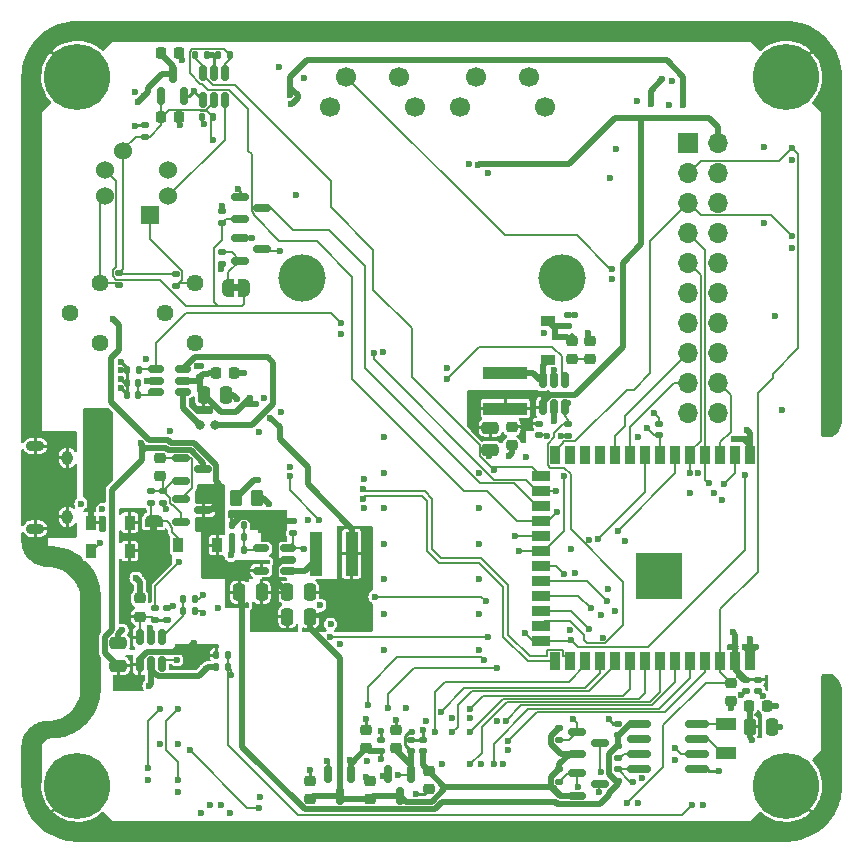
<source format=gbl>
%TF.GenerationSoftware,KiCad,Pcbnew,(6.0.10)*%
%TF.CreationDate,2023-01-09T17:37:14-08:00*%
%TF.ProjectId,ai-camera,61692d63-616d-4657-9261-2e6b69636164,rev?*%
%TF.SameCoordinates,PX5a995c0PY2aea540*%
%TF.FileFunction,Copper,L4,Bot*%
%TF.FilePolarity,Positive*%
%FSLAX46Y46*%
G04 Gerber Fmt 4.6, Leading zero omitted, Abs format (unit mm)*
G04 Created by KiCad (PCBNEW (6.0.10)) date 2023-01-09 17:37:14*
%MOMM*%
%LPD*%
G01*
G04 APERTURE LIST*
G04 Aperture macros list*
%AMRoundRect*
0 Rectangle with rounded corners*
0 $1 Rounding radius*
0 $2 $3 $4 $5 $6 $7 $8 $9 X,Y pos of 4 corners*
0 Add a 4 corners polygon primitive as box body*
4,1,4,$2,$3,$4,$5,$6,$7,$8,$9,$2,$3,0*
0 Add four circle primitives for the rounded corners*
1,1,$1+$1,$2,$3*
1,1,$1+$1,$4,$5*
1,1,$1+$1,$6,$7*
1,1,$1+$1,$8,$9*
0 Add four rect primitives between the rounded corners*
20,1,$1+$1,$2,$3,$4,$5,0*
20,1,$1+$1,$4,$5,$6,$7,0*
20,1,$1+$1,$6,$7,$8,$9,0*
20,1,$1+$1,$8,$9,$2,$3,0*%
%AMFreePoly0*
4,1,22,0.500000,-0.750000,0.000000,-0.750000,0.000000,-0.745033,-0.079941,-0.743568,-0.215256,-0.701293,-0.333266,-0.622738,-0.424486,-0.514219,-0.481581,-0.384460,-0.499164,-0.250000,-0.500000,-0.250000,-0.500000,0.250000,-0.499164,0.250000,-0.499963,0.256109,-0.478152,0.396186,-0.417904,0.524511,-0.324060,0.630769,-0.204165,0.706417,-0.067858,0.745374,0.000000,0.744959,0.000000,0.750000,
0.500000,0.750000,0.500000,-0.750000,0.500000,-0.750000,$1*%
%AMFreePoly1*
4,1,20,0.000000,0.744959,0.073905,0.744508,0.209726,0.703889,0.328688,0.626782,0.421226,0.519385,0.479903,0.390333,0.500000,0.250000,0.500000,-0.250000,0.499851,-0.262216,0.476331,-0.402017,0.414519,-0.529596,0.319384,-0.634700,0.198574,-0.708877,0.061801,-0.746166,0.000000,-0.745033,0.000000,-0.750000,-0.500000,-0.750000,-0.500000,0.750000,0.000000,0.750000,0.000000,0.744959,
0.000000,0.744959,$1*%
G04 Aperture macros list end*
%TA.AperFunction,ConnectorPad*%
%ADD10C,5.600000*%
%TD*%
%TA.AperFunction,ComponentPad*%
%ADD11C,3.600000*%
%TD*%
%TA.AperFunction,WasherPad*%
%ADD12C,4.000000*%
%TD*%
%TA.AperFunction,WasherPad*%
%ADD13C,1.700000*%
%TD*%
%TA.AperFunction,ComponentPad*%
%ADD14C,1.700000*%
%TD*%
%TA.AperFunction,ComponentPad*%
%ADD15C,1.440000*%
%TD*%
%TA.AperFunction,ComponentPad*%
%ADD16C,0.800000*%
%TD*%
%TA.AperFunction,ComponentPad*%
%ADD17O,1.550000X0.890000*%
%TD*%
%TA.AperFunction,ComponentPad*%
%ADD18O,0.950000X1.250000*%
%TD*%
%TA.AperFunction,ComponentPad*%
%ADD19R,1.700000X1.700000*%
%TD*%
%TA.AperFunction,ComponentPad*%
%ADD20O,1.700000X1.700000*%
%TD*%
%TA.AperFunction,ComponentPad*%
%ADD21R,1.524000X1.524000*%
%TD*%
%TA.AperFunction,ComponentPad*%
%ADD22C,1.524000*%
%TD*%
%TA.AperFunction,SMDPad,CuDef*%
%ADD23RoundRect,0.150000X-0.587500X-0.150000X0.587500X-0.150000X0.587500X0.150000X-0.587500X0.150000X0*%
%TD*%
%TA.AperFunction,SMDPad,CuDef*%
%ADD24RoundRect,0.250000X0.475000X-0.250000X0.475000X0.250000X-0.475000X0.250000X-0.475000X-0.250000X0*%
%TD*%
%TA.AperFunction,SMDPad,CuDef*%
%ADD25R,1.100000X3.700000*%
%TD*%
%TA.AperFunction,SMDPad,CuDef*%
%ADD26RoundRect,0.225000X0.250000X-0.225000X0.250000X0.225000X-0.250000X0.225000X-0.250000X-0.225000X0*%
%TD*%
%TA.AperFunction,SMDPad,CuDef*%
%ADD27RoundRect,0.140000X0.170000X-0.140000X0.170000X0.140000X-0.170000X0.140000X-0.170000X-0.140000X0*%
%TD*%
%TA.AperFunction,SMDPad,CuDef*%
%ADD28RoundRect,0.135000X0.185000X-0.135000X0.185000X0.135000X-0.185000X0.135000X-0.185000X-0.135000X0*%
%TD*%
%TA.AperFunction,SMDPad,CuDef*%
%ADD29RoundRect,0.135000X0.135000X0.185000X-0.135000X0.185000X-0.135000X-0.185000X0.135000X-0.185000X0*%
%TD*%
%TA.AperFunction,SMDPad,CuDef*%
%ADD30R,0.900000X1.500000*%
%TD*%
%TA.AperFunction,SMDPad,CuDef*%
%ADD31R,1.500000X0.900000*%
%TD*%
%TA.AperFunction,ComponentPad*%
%ADD32C,0.600000*%
%TD*%
%TA.AperFunction,SMDPad,CuDef*%
%ADD33R,3.900000X3.900000*%
%TD*%
%TA.AperFunction,SMDPad,CuDef*%
%ADD34RoundRect,0.140000X0.140000X0.170000X-0.140000X0.170000X-0.140000X-0.170000X0.140000X-0.170000X0*%
%TD*%
%TA.AperFunction,SMDPad,CuDef*%
%ADD35R,1.800000X1.000000*%
%TD*%
%TA.AperFunction,SMDPad,CuDef*%
%ADD36RoundRect,0.225000X0.225000X0.250000X-0.225000X0.250000X-0.225000X-0.250000X0.225000X-0.250000X0*%
%TD*%
%TA.AperFunction,SMDPad,CuDef*%
%ADD37RoundRect,0.140000X-0.170000X0.140000X-0.170000X-0.140000X0.170000X-0.140000X0.170000X0.140000X0*%
%TD*%
%TA.AperFunction,SMDPad,CuDef*%
%ADD38R,0.900000X1.200000*%
%TD*%
%TA.AperFunction,SMDPad,CuDef*%
%ADD39RoundRect,0.135000X-0.135000X-0.185000X0.135000X-0.185000X0.135000X0.185000X-0.135000X0.185000X0*%
%TD*%
%TA.AperFunction,SMDPad,CuDef*%
%ADD40RoundRect,0.250000X0.250000X0.475000X-0.250000X0.475000X-0.250000X-0.475000X0.250000X-0.475000X0*%
%TD*%
%TA.AperFunction,SMDPad,CuDef*%
%ADD41RoundRect,0.135000X-0.185000X0.135000X-0.185000X-0.135000X0.185000X-0.135000X0.185000X0.135000X0*%
%TD*%
%TA.AperFunction,SMDPad,CuDef*%
%ADD42R,3.700000X1.100000*%
%TD*%
%TA.AperFunction,SMDPad,CuDef*%
%ADD43RoundRect,0.150000X-0.150000X0.587500X-0.150000X-0.587500X0.150000X-0.587500X0.150000X0.587500X0*%
%TD*%
%TA.AperFunction,SMDPad,CuDef*%
%ADD44RoundRect,0.140000X-0.140000X-0.170000X0.140000X-0.170000X0.140000X0.170000X-0.140000X0.170000X0*%
%TD*%
%TA.AperFunction,SMDPad,CuDef*%
%ADD45FreePoly0,270.000000*%
%TD*%
%TA.AperFunction,SMDPad,CuDef*%
%ADD46FreePoly1,270.000000*%
%TD*%
%TA.AperFunction,SMDPad,CuDef*%
%ADD47RoundRect,0.150000X0.150000X-0.587500X0.150000X0.587500X-0.150000X0.587500X-0.150000X-0.587500X0*%
%TD*%
%TA.AperFunction,SMDPad,CuDef*%
%ADD48FreePoly0,180.000000*%
%TD*%
%TA.AperFunction,SMDPad,CuDef*%
%ADD49FreePoly1,180.000000*%
%TD*%
%TA.AperFunction,SMDPad,CuDef*%
%ADD50RoundRect,0.150000X0.825000X0.150000X-0.825000X0.150000X-0.825000X-0.150000X0.825000X-0.150000X0*%
%TD*%
%TA.AperFunction,SMDPad,CuDef*%
%ADD51RoundRect,0.150000X-0.150000X0.512500X-0.150000X-0.512500X0.150000X-0.512500X0.150000X0.512500X0*%
%TD*%
%TA.AperFunction,SMDPad,CuDef*%
%ADD52RoundRect,0.225000X-0.250000X0.225000X-0.250000X-0.225000X0.250000X-0.225000X0.250000X0.225000X0*%
%TD*%
%TA.AperFunction,SMDPad,CuDef*%
%ADD53R,1.200000X0.900000*%
%TD*%
%TA.AperFunction,SMDPad,CuDef*%
%ADD54RoundRect,0.225000X-0.225000X-0.250000X0.225000X-0.250000X0.225000X0.250000X-0.225000X0.250000X0*%
%TD*%
%TA.AperFunction,SMDPad,CuDef*%
%ADD55RoundRect,0.150000X0.512500X0.150000X-0.512500X0.150000X-0.512500X-0.150000X0.512500X-0.150000X0*%
%TD*%
%TA.AperFunction,SMDPad,CuDef*%
%ADD56RoundRect,0.250000X-0.250000X-0.475000X0.250000X-0.475000X0.250000X0.475000X-0.250000X0.475000X0*%
%TD*%
%TA.AperFunction,SMDPad,CuDef*%
%ADD57RoundRect,0.150000X-0.512500X-0.150000X0.512500X-0.150000X0.512500X0.150000X-0.512500X0.150000X0*%
%TD*%
%TA.AperFunction,SMDPad,CuDef*%
%ADD58RoundRect,0.250000X0.262500X0.450000X-0.262500X0.450000X-0.262500X-0.450000X0.262500X-0.450000X0*%
%TD*%
%TA.AperFunction,SMDPad,CuDef*%
%ADD59RoundRect,0.150000X0.150000X-0.512500X0.150000X0.512500X-0.150000X0.512500X-0.150000X-0.512500X0*%
%TD*%
%TA.AperFunction,ViaPad*%
%ADD60C,0.600000*%
%TD*%
%TA.AperFunction,Conductor*%
%ADD61C,0.500000*%
%TD*%
%TA.AperFunction,Conductor*%
%ADD62C,0.203200*%
%TD*%
%TA.AperFunction,Conductor*%
%ADD63C,0.127000*%
%TD*%
%TA.AperFunction,Conductor*%
%ADD64C,0.250000*%
%TD*%
%TA.AperFunction,Conductor*%
%ADD65C,0.200000*%
%TD*%
G04 APERTURE END LIST*
G36*
X11750000Y-43475000D02*
G01*
X11150000Y-43475000D01*
X11150000Y-42975000D01*
X11750000Y-42975000D01*
X11750000Y-43475000D01*
G37*
G36*
X18670000Y-23150000D02*
G01*
X18170000Y-23150000D01*
X18170000Y-22550000D01*
X18670000Y-22550000D01*
X18670000Y-23150000D01*
G37*
D10*
X5000000Y-65000000D03*
D11*
X5000000Y-65000000D03*
X5000000Y-5000000D03*
D10*
X5000000Y-5000000D03*
D12*
X24000000Y-22000000D03*
X46000000Y-22000000D03*
D13*
X26400000Y-7500000D03*
X33600000Y-7500000D03*
D14*
X32250000Y-5000000D03*
X27750000Y-5000000D03*
D15*
X14940000Y-22460000D03*
X12400000Y-25000000D03*
X14940000Y-27540000D03*
D13*
X44600000Y-7500000D03*
X37400000Y-7500000D03*
D14*
X43250000Y-5000000D03*
X38750000Y-5000000D03*
D16*
X15375000Y-34500000D03*
X16625000Y-34500000D03*
D17*
X1450000Y-36250000D03*
D18*
X4150000Y-42250000D03*
X4150000Y-37250000D03*
D17*
X1450000Y-43250000D03*
D15*
X6940000Y-22460000D03*
X4400000Y-25000000D03*
X6940000Y-27540000D03*
D11*
X65000000Y-5000000D03*
D10*
X65000000Y-5000000D03*
D19*
X56725000Y-10575000D03*
D20*
X59265000Y-10575000D03*
X56725000Y-13115000D03*
X59265000Y-13115000D03*
X56725000Y-15655000D03*
X59265000Y-15655000D03*
X56725000Y-18195000D03*
X59265000Y-18195000D03*
X56725000Y-20735000D03*
X59265000Y-20735000D03*
X56725000Y-23275000D03*
X59265000Y-23275000D03*
X56725000Y-25815000D03*
X59265000Y-25815000D03*
X56725000Y-28355000D03*
X59265000Y-28355000D03*
X56725000Y-30895000D03*
X59265000Y-30895000D03*
X56725000Y-33435000D03*
X59265000Y-33435000D03*
D11*
X65000000Y-65000000D03*
D10*
X65000000Y-65000000D03*
D21*
X11123152Y-16691848D03*
D22*
X12700000Y-15115000D03*
X12700000Y-12885000D03*
X8876848Y-11308152D03*
X7300000Y-12885000D03*
X7300000Y-15115000D03*
D23*
X18772500Y-20540000D03*
X18772500Y-18640000D03*
X20647500Y-19590000D03*
D24*
X8450000Y-54850000D03*
X8450000Y-52950000D03*
D25*
X25230000Y-45360000D03*
X28230000Y-45360000D03*
D26*
X41790000Y-36185000D03*
X41790000Y-34635000D03*
D27*
X50750000Y-60730000D03*
X50750000Y-59770000D03*
D28*
X23275000Y-43635000D03*
X23275000Y-42615000D03*
D29*
X17790000Y-54970000D03*
X16770000Y-54970000D03*
D30*
X61980000Y-54480000D03*
X60710000Y-54480000D03*
X59440000Y-54480000D03*
X58170000Y-54480000D03*
X56900000Y-54480000D03*
X55630000Y-54480000D03*
X54360000Y-54480000D03*
X53090000Y-54480000D03*
X51820000Y-54480000D03*
X50550000Y-54480000D03*
X49280000Y-54480000D03*
X48010000Y-54480000D03*
X46740000Y-54480000D03*
X45470000Y-54480000D03*
D31*
X44220000Y-52715000D03*
X44220000Y-51445000D03*
X44220000Y-50175000D03*
X44220000Y-48905000D03*
X44220000Y-47635000D03*
X44220000Y-46365000D03*
X44220000Y-45095000D03*
X44220000Y-43825000D03*
X44220000Y-42555000D03*
X44220000Y-41285000D03*
X44220000Y-40015000D03*
X44220000Y-38745000D03*
D30*
X45470000Y-36980000D03*
X46740000Y-36980000D03*
X48010000Y-36980000D03*
X49280000Y-36980000D03*
X50550000Y-36980000D03*
X51820000Y-36980000D03*
X53090000Y-36980000D03*
X54360000Y-36980000D03*
X55630000Y-36980000D03*
X56900000Y-36980000D03*
X58170000Y-36980000D03*
X59440000Y-36980000D03*
X60710000Y-36980000D03*
X61980000Y-36980000D03*
D32*
X54960000Y-47230000D03*
D33*
X54260000Y-47230000D03*
D32*
X54960000Y-48630000D03*
X54260000Y-47930000D03*
X54960000Y-45830000D03*
X52860000Y-47930000D03*
X55660000Y-47930000D03*
X52860000Y-46530000D03*
X54260000Y-46530000D03*
X53560000Y-45830000D03*
X53560000Y-47230000D03*
X55660000Y-46530000D03*
X53560000Y-48630000D03*
D34*
X10155000Y-30875000D03*
X9195000Y-30875000D03*
D35*
X59925000Y-62275000D03*
X59925000Y-59775000D03*
D36*
X18250000Y-30100000D03*
X16700000Y-30100000D03*
D37*
X46580000Y-25130000D03*
X46580000Y-26090000D03*
D38*
X9425000Y-45125000D03*
X6125000Y-45125000D03*
D39*
X9190000Y-29825000D03*
X10210000Y-29825000D03*
D36*
X13645000Y-2955000D03*
X12095000Y-2955000D03*
D40*
X17600000Y-31900000D03*
X15700000Y-31900000D03*
D37*
X61620000Y-56030000D03*
X61620000Y-56990000D03*
D26*
X29750000Y-66150000D03*
X29750000Y-64600000D03*
D23*
X13775000Y-39175000D03*
X13775000Y-37275000D03*
X15650000Y-38225000D03*
D27*
X10720000Y-10060000D03*
X10720000Y-9100000D03*
D28*
X12550000Y-50985000D03*
X12550000Y-49965000D03*
X50750000Y-64635000D03*
X50750000Y-63615000D03*
D37*
X34260000Y-61130000D03*
X34260000Y-62090000D03*
D26*
X29440000Y-61845000D03*
X29440000Y-60295000D03*
D41*
X45800000Y-60110000D03*
X45800000Y-61130000D03*
D34*
X16500000Y-8392500D03*
X15540000Y-8392500D03*
D42*
X41240000Y-33070000D03*
X41240000Y-30070000D03*
D41*
X13350000Y-21690000D03*
X13350000Y-22710000D03*
D43*
X31325000Y-63987500D03*
X33225000Y-63987500D03*
X32275000Y-65862500D03*
D41*
X8525000Y-21615000D03*
X8525000Y-22635000D03*
D29*
X16005000Y-3167500D03*
X14985000Y-3167500D03*
D44*
X18120000Y-45010000D03*
X19080000Y-45010000D03*
D45*
X11450000Y-42575000D03*
D46*
X11450000Y-43875000D03*
D39*
X18090000Y-43970000D03*
X19110000Y-43970000D03*
D24*
X39970000Y-36590000D03*
X39970000Y-34690000D03*
D28*
X17235000Y-20850000D03*
X17235000Y-19830000D03*
D37*
X15425000Y-29445000D03*
X15425000Y-30405000D03*
D47*
X14020000Y-6617500D03*
X12120000Y-6617500D03*
X13070000Y-4742500D03*
D37*
X62630000Y-56020000D03*
X62630000Y-56980000D03*
D29*
X19100000Y-42930000D03*
X18080000Y-42930000D03*
D48*
X19070000Y-22850000D03*
D49*
X17770000Y-22850000D03*
D50*
X57475000Y-59795000D03*
X57475000Y-61065000D03*
X57475000Y-62335000D03*
X57475000Y-63605000D03*
X52525000Y-63605000D03*
X52525000Y-62335000D03*
X52525000Y-61065000D03*
X52525000Y-59795000D03*
D51*
X44395000Y-30692500D03*
X45345000Y-30692500D03*
X46295000Y-30692500D03*
X46295000Y-32967500D03*
X45345000Y-32967500D03*
X44395000Y-32967500D03*
D52*
X46850000Y-27365000D03*
X46850000Y-28915000D03*
D51*
X15620000Y-4655000D03*
X16570000Y-4655000D03*
X17520000Y-4655000D03*
X17520000Y-6930000D03*
X16570000Y-6930000D03*
X15620000Y-6930000D03*
D39*
X16935000Y-3167500D03*
X17955000Y-3167500D03*
D38*
X9425000Y-42725000D03*
X6125000Y-42725000D03*
D23*
X47337500Y-62325000D03*
X47337500Y-60425000D03*
X49212500Y-61375000D03*
D41*
X12237500Y-40015000D03*
X12237500Y-41035000D03*
D28*
X11212500Y-41035000D03*
X11212500Y-40015000D03*
D53*
X44810000Y-25640000D03*
X44810000Y-28940000D03*
D54*
X61865000Y-58230000D03*
X63415000Y-58230000D03*
D28*
X46560000Y-35380000D03*
X46560000Y-34360000D03*
D41*
X45800000Y-63630000D03*
X45800000Y-64650000D03*
D26*
X60350000Y-57865000D03*
X60350000Y-56315000D03*
D54*
X12095000Y-8430000D03*
X13645000Y-8430000D03*
D37*
X54230000Y-34360000D03*
X54230000Y-35320000D03*
D55*
X22835000Y-44910000D03*
X22835000Y-45860000D03*
X22835000Y-46810000D03*
X20560000Y-46810000D03*
X20560000Y-44910000D03*
D52*
X48400000Y-27355000D03*
X48400000Y-28905000D03*
D39*
X13940000Y-50240000D03*
X14960000Y-50240000D03*
D40*
X24690000Y-48630000D03*
X22790000Y-48630000D03*
D56*
X18700000Y-48620000D03*
X20600000Y-48620000D03*
D26*
X24695000Y-66125000D03*
X24695000Y-64575000D03*
D34*
X10155000Y-31925000D03*
X9195000Y-31925000D03*
D57*
X11637500Y-31650000D03*
X11637500Y-30700000D03*
X11637500Y-29750000D03*
X13912500Y-29750000D03*
X13912500Y-30700000D03*
X13912500Y-31650000D03*
D41*
X50750000Y-61665000D03*
X50750000Y-62685000D03*
D37*
X33270000Y-61140000D03*
X33270000Y-62100000D03*
D38*
X16850000Y-44650000D03*
X13550000Y-44650000D03*
D56*
X61910000Y-60030000D03*
X63810000Y-60030000D03*
D28*
X11600000Y-51010000D03*
X11600000Y-49990000D03*
D39*
X13940000Y-49190000D03*
X14960000Y-49190000D03*
D52*
X10275000Y-49150000D03*
X10275000Y-50700000D03*
D26*
X31990000Y-61845000D03*
X31990000Y-60295000D03*
D41*
X17260000Y-16355000D03*
X17260000Y-17375000D03*
D26*
X11987500Y-38800000D03*
X11987500Y-37250000D03*
D40*
X24680000Y-50690000D03*
X22780000Y-50690000D03*
D52*
X34760000Y-63735000D03*
X34760000Y-65285000D03*
D58*
X20237500Y-40650000D03*
X18412500Y-40650000D03*
D43*
X26245000Y-63987500D03*
X28145000Y-63987500D03*
X27195000Y-65862500D03*
D37*
X30710000Y-61120000D03*
X30710000Y-62080000D03*
D23*
X47337500Y-65850000D03*
X47337500Y-63950000D03*
X49212500Y-64900000D03*
D59*
X12175000Y-54712500D03*
X11225000Y-54712500D03*
X10275000Y-54712500D03*
X10275000Y-52437500D03*
X11225000Y-52437500D03*
X12175000Y-52437500D03*
D23*
X18797500Y-17040000D03*
X18797500Y-15140000D03*
X20672500Y-16090000D03*
D27*
X44100000Y-35330000D03*
X44100000Y-34370000D03*
D39*
X16760000Y-53950000D03*
X17780000Y-53950000D03*
D23*
X13775000Y-42650000D03*
X13775000Y-40750000D03*
X15650000Y-41700000D03*
D60*
X16880000Y-49920000D03*
X11133195Y-51630663D03*
X14850000Y-52940000D03*
X13420000Y-54350000D03*
X9960000Y-47430000D03*
X13110000Y-49800000D03*
X13640000Y-46070000D03*
X11070000Y-56526500D03*
X27350000Y-26750000D03*
X34500000Y-59500000D03*
X15910000Y-55100000D03*
X16407500Y-3167500D03*
X61450000Y-35650000D03*
X46820000Y-44990000D03*
X9875000Y-6300000D03*
X64170000Y-58270000D03*
X22290000Y-43340000D03*
X49968517Y-48351483D03*
X20750000Y-51250000D03*
X29404162Y-64228100D03*
X44740000Y-35360000D03*
X48343931Y-44185097D03*
X20000000Y-51250000D03*
X36750000Y-59250000D03*
X8710000Y-30540000D03*
X46700000Y-51840000D03*
X33670000Y-65706998D03*
X63140000Y-10970000D03*
X17950000Y-67300000D03*
X23500000Y-14975000D03*
X52400000Y-7010000D03*
X21500000Y-43500000D03*
X7110000Y-41600000D03*
X31000000Y-41500000D03*
X41553500Y-37100000D03*
X41000000Y-63200000D03*
X27200000Y-53000000D03*
X61980000Y-52620000D03*
X29491767Y-62926137D03*
X58873501Y-40184986D03*
X8690000Y-31350000D03*
X38180000Y-12380000D03*
X34230000Y-60310000D03*
X18640000Y-14460000D03*
X47167739Y-46980000D03*
X31990001Y-59430001D03*
X30900000Y-28270000D03*
X65500000Y-12000000D03*
X13690000Y-9100000D03*
X30740000Y-60384672D03*
X52460000Y-35450000D03*
X29250000Y-39000000D03*
X31000000Y-47500000D03*
X26440000Y-51330000D03*
X52775000Y-64350000D03*
X49300000Y-50590000D03*
X50610000Y-11110000D03*
X20547039Y-43332961D03*
X15170397Y-29448819D03*
X48223500Y-26660000D03*
X18520000Y-32270000D03*
X31000000Y-44500000D03*
X60610000Y-35650000D03*
X39000000Y-41500000D03*
X61710000Y-34890000D03*
X63080000Y-57450000D03*
X59350000Y-63790735D03*
X51350000Y-44325000D03*
X45950000Y-35360000D03*
X31000000Y-50500000D03*
X61220000Y-57330000D03*
X25530000Y-49720000D03*
X47140000Y-25130000D03*
X13500000Y-65500000D03*
X49465000Y-52470000D03*
X31000000Y-53500000D03*
X55310000Y-5340000D03*
X56860000Y-40260000D03*
X23000000Y-38000000D03*
X14850000Y-6190000D03*
X45330000Y-29816502D03*
X52500000Y-66485000D03*
X39000000Y-53500000D03*
X31000000Y-38500000D03*
X35860000Y-63210000D03*
X9890000Y-9120000D03*
X42956500Y-37178949D03*
X39000000Y-44500000D03*
X17200000Y-66650000D03*
X19790000Y-18620000D03*
X8730000Y-29820000D03*
X8680000Y-29090000D03*
X39000000Y-47500000D03*
X64630000Y-33200000D03*
X50525000Y-50250000D03*
X21250000Y-41190000D03*
X24223500Y-5125000D03*
X38997694Y-38502130D03*
X17190000Y-21270000D03*
X15450000Y-67300000D03*
X29440000Y-59380000D03*
X55575000Y-62825000D03*
X15710000Y-8980000D03*
X20000000Y-50500000D03*
X41500000Y-62000000D03*
X62450000Y-53230000D03*
X12000000Y-61500000D03*
X55050000Y-7370000D03*
X13500000Y-61500000D03*
X12850000Y-35000000D03*
X65500000Y-19500000D03*
X20750000Y-50500000D03*
X39000000Y-50500000D03*
X19090000Y-30100000D03*
X36290000Y-29600000D03*
X44480000Y-26640000D03*
X32840000Y-58460000D03*
X24500000Y-42500000D03*
X10792309Y-28853500D03*
X60370000Y-58420000D03*
X64040000Y-25250000D03*
X39140000Y-63200000D03*
X5300000Y-41120000D03*
X13850000Y-3550000D03*
X30898688Y-64178100D03*
X20400000Y-35025000D03*
X53853500Y-33463759D03*
X38250000Y-59273497D03*
X8780000Y-51840000D03*
X57930000Y-66680000D03*
X11000000Y-64500000D03*
X31000000Y-35500000D03*
X22225000Y-33350000D03*
X17250000Y-15890000D03*
X39730000Y-13090000D03*
X20825000Y-32200000D03*
X15625000Y-48850000D03*
X10920000Y-30720000D03*
X49970000Y-59360000D03*
X61530000Y-53240000D03*
X24690000Y-63700000D03*
X16200000Y-66650000D03*
X64487498Y-60007498D03*
X15650000Y-50425000D03*
X57585000Y-38500000D03*
X40508609Y-59508609D03*
X22090935Y-4165781D03*
X50301500Y-22100000D03*
X39838983Y-37121017D03*
X63100000Y-17400000D03*
X20500000Y-66000000D03*
X26160000Y-62900000D03*
X50096500Y-13540000D03*
X12500000Y-41600000D03*
X29250000Y-41500000D03*
X59598237Y-40846180D03*
X68000000Y-67000000D03*
X69000000Y-65000000D03*
X42000000Y-69000000D03*
X69000000Y-56000000D03*
X1000000Y-11000000D03*
X44000000Y-1000000D03*
X59000000Y-1000000D03*
X6000000Y-50000000D03*
X6000000Y-56000000D03*
X69000000Y-5000000D03*
X48000000Y-69000000D03*
X62000000Y-1000000D03*
X56000000Y-1000000D03*
X1000000Y-62000000D03*
X51000000Y-69000000D03*
X6000000Y-69000000D03*
X69000000Y-29000000D03*
X69000000Y-20000000D03*
X8000000Y-1000000D03*
X2500000Y-68000000D03*
X26000000Y-1000000D03*
X12000000Y-69000000D03*
X36000000Y-69000000D03*
X2000000Y-45000000D03*
X53000000Y-1000000D03*
X60000000Y-69000000D03*
X27000000Y-69000000D03*
X32000000Y-1000000D03*
X65000000Y-1000000D03*
X69000000Y-32000000D03*
X14000000Y-1000000D03*
X1000000Y-26000000D03*
X69000000Y-59000000D03*
X69000000Y-17000000D03*
X9000000Y-69000000D03*
X69000000Y-23000000D03*
X3000000Y-60000000D03*
X41000000Y-1000000D03*
X1000000Y-29000000D03*
X69000000Y-26000000D03*
X2500000Y-2500000D03*
X15000000Y-69000000D03*
X66000000Y-69000000D03*
X67500000Y-2500000D03*
X45000000Y-69000000D03*
X5000000Y-47000000D03*
X69000000Y-11000000D03*
X69000000Y-14000000D03*
X57000000Y-69000000D03*
X1000000Y-17000000D03*
X6000000Y-53000000D03*
X1000000Y-23000000D03*
X1000000Y-32000000D03*
X38000000Y-1000000D03*
X21000000Y-69000000D03*
X33000000Y-69000000D03*
X39000000Y-69000000D03*
X18000000Y-69000000D03*
X69000000Y-8000000D03*
X20000000Y-1000000D03*
X24000000Y-69000000D03*
X69000000Y-62000000D03*
X1000000Y-5000000D03*
X47000000Y-1000000D03*
X1000000Y-8000000D03*
X54000000Y-69000000D03*
X69000000Y-35000000D03*
X11000000Y-1000000D03*
X29000000Y-1000000D03*
X17000000Y-1000000D03*
X5000000Y-1000000D03*
X30000000Y-69000000D03*
X1000000Y-14000000D03*
X23000000Y-1000000D03*
X1000000Y-20000000D03*
X1000000Y-65000000D03*
X63000000Y-69000000D03*
X35000000Y-1000000D03*
X50000000Y-1000000D03*
X39720000Y-12360000D03*
X38950000Y-12450000D03*
X18500000Y-47000000D03*
X7980000Y-25520000D03*
X10664854Y-6589854D03*
X10152354Y-7102354D03*
X10350000Y-35950000D03*
X16500000Y-10300000D03*
X18000000Y-45500000D03*
X21350000Y-33875000D03*
X28000000Y-51000000D03*
X22175000Y-35075000D03*
X61048292Y-55617256D03*
X23040000Y-6530000D03*
X54200000Y-3590000D03*
X26000000Y-50500000D03*
X54860000Y-3600000D03*
X23050000Y-7260000D03*
X19575000Y-32200000D03*
X56270000Y-7370000D03*
X28000000Y-50000000D03*
X20125000Y-32725000D03*
X34260000Y-62990000D03*
X62100000Y-61150000D03*
X60500000Y-52000000D03*
X45500000Y-37000000D03*
X25500000Y-42500000D03*
X65500000Y-18500000D03*
X23000000Y-38771900D03*
X14500000Y-62000000D03*
X59480000Y-54410000D03*
X20403517Y-66903517D03*
X51500000Y-66485000D03*
X65500000Y-11000000D03*
X50301500Y-21230000D03*
X53240000Y-34760000D03*
X30749999Y-62743728D03*
X28120000Y-62840000D03*
X32150000Y-64090000D03*
X33340000Y-60433500D03*
X38250000Y-58500000D03*
X7500000Y-33500000D03*
X7500000Y-34500000D03*
X6500000Y-33500000D03*
X6940000Y-44430000D03*
X29180000Y-39865000D03*
X29180000Y-40715000D03*
X13500000Y-58500000D03*
X13500000Y-64500000D03*
X58446490Y-39395027D03*
X56858497Y-38500000D03*
X12000000Y-58500000D03*
X11000000Y-63500000D03*
X41500000Y-61250000D03*
X40250000Y-63200000D03*
X41250000Y-59500000D03*
X38260000Y-63200000D03*
X38250000Y-60500000D03*
X36750000Y-60500000D03*
X35750000Y-58750000D03*
X35250000Y-60500000D03*
X46230303Y-47112662D03*
X49070000Y-44160000D03*
X48348630Y-51743812D03*
X48450000Y-49930000D03*
X49830000Y-49330000D03*
X42920000Y-52070000D03*
X46760000Y-52640000D03*
X46990000Y-59360000D03*
X31280000Y-58390000D03*
X61500000Y-38690000D03*
X40550000Y-55080000D03*
X47411483Y-65081483D03*
X39430000Y-54330000D03*
X29580000Y-58150000D03*
X46190000Y-38763500D03*
X42430000Y-45170000D03*
X54540000Y-5170000D03*
X53530000Y-7270000D03*
X45433517Y-26986483D03*
X45350000Y-34090000D03*
X36280000Y-30570000D03*
X20260000Y-39120000D03*
X49325000Y-63825000D03*
X51850000Y-62325000D03*
X52075000Y-64650000D03*
X49175000Y-65525000D03*
X22140000Y-19772599D03*
X30200000Y-49000000D03*
X55600000Y-61800000D03*
X39600000Y-49400000D03*
X39800000Y-52400000D03*
X42040000Y-43860000D03*
X26400000Y-52400000D03*
X57000000Y-66620000D03*
X18020000Y-55640000D03*
X59775000Y-39450000D03*
X40280000Y-38280000D03*
X45580000Y-41800000D03*
X50750000Y-43450000D03*
X45550000Y-40090000D03*
X27360000Y-25840000D03*
X30090000Y-28340000D03*
X46540000Y-32640000D03*
X24175000Y-44950000D03*
D61*
X10275000Y-54712500D02*
X10275000Y-54254709D01*
X10856709Y-53673000D02*
X14117000Y-53673000D01*
X10275000Y-54254709D02*
X10856709Y-53673000D01*
X14117000Y-53673000D02*
X14850000Y-52940000D01*
D62*
X6220000Y-45150000D02*
X6940000Y-44430000D01*
D63*
X11600000Y-48110000D02*
X13640000Y-46070000D01*
X11600000Y-49990000D02*
X11600000Y-48110000D01*
X11133195Y-51630663D02*
X11133195Y-52345695D01*
X13420000Y-54350000D02*
X12537500Y-54350000D01*
X12537500Y-54350000D02*
X12175000Y-54712500D01*
D61*
X10275000Y-49150000D02*
X10275000Y-47745000D01*
X10275000Y-47745000D02*
X9960000Y-47430000D01*
D63*
X13110000Y-49800000D02*
X12715000Y-49800000D01*
D61*
X11225000Y-55625000D02*
X11225000Y-56371500D01*
X11225000Y-56371500D02*
X11070000Y-56526500D01*
X11225000Y-54712500D02*
X11225000Y-55170291D01*
X11225000Y-55170291D02*
X11806709Y-55752000D01*
X11806709Y-55752000D02*
X15258000Y-55752000D01*
X15258000Y-55752000D02*
X15910000Y-55100000D01*
D64*
X18797500Y-15140000D02*
X18797500Y-14617500D01*
D61*
X19829077Y-42615000D02*
X19447077Y-42233000D01*
X64464996Y-60030000D02*
X64487498Y-60007498D01*
X60350000Y-57865000D02*
X60350000Y-58400000D01*
X61980000Y-36980000D02*
X61980000Y-35160000D01*
D63*
X15465000Y-50240000D02*
X15650000Y-50425000D01*
D61*
X18250000Y-30100000D02*
X19090000Y-30100000D01*
X63810000Y-60030000D02*
X64464996Y-60030000D01*
X21795500Y-44581423D02*
X21795500Y-47635500D01*
D64*
X16407500Y-3167500D02*
X16935000Y-3167500D01*
D61*
X61980000Y-35730000D02*
X61900000Y-35650000D01*
X23275000Y-42615000D02*
X19829077Y-42615000D01*
D64*
X50750000Y-59770000D02*
X50380000Y-59770000D01*
D63*
X12237500Y-41337500D02*
X12500000Y-41600000D01*
D64*
X15174216Y-29445000D02*
X15170397Y-29448819D01*
X30710000Y-60414672D02*
X30740000Y-60384672D01*
X13690000Y-8475000D02*
X13690000Y-9100000D01*
X13645000Y-3345000D02*
X13850000Y-3550000D01*
X17260000Y-15900000D02*
X17250000Y-15890000D01*
X11637500Y-30700000D02*
X10940000Y-30700000D01*
X62630000Y-57000000D02*
X63080000Y-57450000D01*
D61*
X21795500Y-46441709D02*
X22377209Y-45860000D01*
X39970000Y-36990000D02*
X39838983Y-37121017D01*
D64*
X31325000Y-63987500D02*
X31089288Y-63987500D01*
X17235000Y-20850000D02*
X17235000Y-21225000D01*
X9195000Y-30875000D02*
X9195000Y-31925000D01*
D63*
X12237500Y-41035000D02*
X12237500Y-41337500D01*
X45970000Y-35380000D02*
X45950000Y-35360000D01*
D64*
X14020000Y-6617500D02*
X14422500Y-6617500D01*
X17260000Y-16355000D02*
X17260000Y-15900000D01*
X16570000Y-4655000D02*
X16570000Y-3330000D01*
X17235000Y-21225000D02*
X17190000Y-21270000D01*
D61*
X8450000Y-52950000D02*
X8450000Y-52170000D01*
D64*
X9190000Y-29600000D02*
X8680000Y-29090000D01*
D61*
X61980000Y-36180000D02*
X61450000Y-35650000D01*
X60350000Y-58400000D02*
X60370000Y-58420000D01*
X41790000Y-36185000D02*
X41790000Y-36863500D01*
X22377209Y-45860000D02*
X22835000Y-45860000D01*
D64*
X9195000Y-31855000D02*
X8690000Y-31350000D01*
D61*
X61980000Y-54480000D02*
X61980000Y-53690000D01*
X61980000Y-53700000D02*
X62450000Y-53230000D01*
D64*
X58274265Y-63605000D02*
X58460000Y-63790735D01*
D61*
X21795500Y-47635500D02*
X21795500Y-46441709D01*
D64*
X9045000Y-30875000D02*
X8710000Y-30540000D01*
D63*
X45345000Y-30692500D02*
X45345000Y-29831502D01*
D64*
X24695000Y-63705000D02*
X24690000Y-63700000D01*
X58460000Y-63790735D02*
X59350000Y-63790735D01*
X31990000Y-60295000D02*
X31990001Y-59430001D01*
D61*
X61980000Y-36980000D02*
X61980000Y-36180000D01*
X61980000Y-36980000D02*
X61980000Y-35730000D01*
X39970000Y-36590000D02*
X39970000Y-36990000D01*
X64130000Y-58230000D02*
X64170000Y-58270000D01*
D64*
X10940000Y-30700000D02*
X10920000Y-30720000D01*
D61*
X18752923Y-42233000D02*
X19447077Y-42233000D01*
D64*
X18797500Y-14617500D02*
X18640000Y-14460000D01*
D61*
X41790000Y-36863500D02*
X41553500Y-37100000D01*
D64*
X14422500Y-6617500D02*
X14850000Y-6190000D01*
D61*
X20237500Y-40650000D02*
X20710000Y-40650000D01*
X20710000Y-40650000D02*
X21250000Y-41190000D01*
D64*
X34260000Y-61130000D02*
X33280000Y-61130000D01*
X50380000Y-59770000D02*
X49970000Y-59360000D01*
D61*
X61980000Y-54480000D02*
X61980000Y-52620000D01*
D64*
X34260000Y-60340000D02*
X34230000Y-60310000D01*
D63*
X44710000Y-35330000D02*
X44740000Y-35360000D01*
D61*
X61980000Y-54480000D02*
X61980000Y-53700000D01*
D64*
X34760000Y-65285000D02*
X34338002Y-65706998D01*
X26245000Y-62985000D02*
X26160000Y-62900000D01*
X18772500Y-18640000D02*
X19770000Y-18640000D01*
D63*
X54230000Y-33840259D02*
X53853500Y-33463759D01*
D64*
X29440000Y-60295000D02*
X29440000Y-59380000D01*
D61*
X16770000Y-54970000D02*
X16040000Y-54970000D01*
D63*
X48400000Y-27355000D02*
X48400000Y-26836500D01*
D64*
X9910000Y-9100000D02*
X9890000Y-9120000D01*
X34338002Y-65706998D02*
X33670000Y-65706998D01*
D63*
X44100000Y-35330000D02*
X44710000Y-35330000D01*
D61*
X61980000Y-53690000D02*
X61530000Y-53240000D01*
D64*
X16005000Y-3167500D02*
X16407500Y-3167500D01*
X15425000Y-29445000D02*
X15174216Y-29445000D01*
D63*
X45345000Y-29831502D02*
X45330000Y-29816502D01*
D64*
X61560000Y-56990000D02*
X61220000Y-57330000D01*
D63*
X48400000Y-26836500D02*
X48223500Y-26660000D01*
D61*
X16040000Y-54970000D02*
X15910000Y-55100000D01*
X17600000Y-31900000D02*
X18150000Y-31900000D01*
D64*
X30710000Y-61120000D02*
X30710000Y-60414672D01*
D61*
X19447077Y-42233000D02*
X21795500Y-44581423D01*
D64*
X15540000Y-8392500D02*
X15540000Y-8810000D01*
X31089288Y-63987500D02*
X30898688Y-64178100D01*
X8735000Y-29825000D02*
X8730000Y-29820000D01*
D63*
X46580000Y-25130000D02*
X47140000Y-25130000D01*
D64*
X13645000Y-2955000D02*
X13645000Y-3345000D01*
X9190000Y-29825000D02*
X9190000Y-29600000D01*
D63*
X46560000Y-35380000D02*
X45970000Y-35380000D01*
D61*
X61900000Y-35650000D02*
X60610000Y-35650000D01*
D64*
X29750000Y-64573938D02*
X29404162Y-64228100D01*
D61*
X18150000Y-31900000D02*
X18520000Y-32270000D01*
X18080000Y-42905923D02*
X18752923Y-42233000D01*
D64*
X9190000Y-29825000D02*
X9190000Y-30870000D01*
D63*
X14960000Y-49190000D02*
X15285000Y-49190000D01*
D61*
X61980000Y-35160000D02*
X61710000Y-34890000D01*
D64*
X15590000Y-6930000D02*
X14850000Y-6190000D01*
X9190000Y-29825000D02*
X8735000Y-29825000D01*
D63*
X14960000Y-50240000D02*
X15465000Y-50240000D01*
D64*
X19770000Y-18640000D02*
X19790000Y-18620000D01*
X16570000Y-3330000D02*
X16407500Y-3167500D01*
D61*
X11225000Y-54712500D02*
X11225000Y-55625000D01*
D63*
X15285000Y-49190000D02*
X15625000Y-48850000D01*
D64*
X10720000Y-9100000D02*
X9910000Y-9100000D01*
D61*
X63415000Y-58230000D02*
X64130000Y-58230000D01*
D64*
X34260000Y-61130000D02*
X34260000Y-60340000D01*
D61*
X8450000Y-52170000D02*
X8780000Y-51840000D01*
D64*
X26245000Y-63987500D02*
X26245000Y-62985000D01*
X15540000Y-8810000D02*
X15710000Y-8980000D01*
D63*
X54230000Y-34360000D02*
X54230000Y-33840259D01*
D61*
X22790000Y-48630000D02*
X21795500Y-47635500D01*
D64*
X24695000Y-64575000D02*
X24695000Y-63705000D01*
D61*
X39040000Y-12360000D02*
X41130000Y-12360000D01*
X18980000Y-48900000D02*
X18980000Y-61736357D01*
X47092000Y-31928000D02*
X44976709Y-31928000D01*
X58500000Y-8500000D02*
X52725000Y-8500000D01*
X50831148Y-60730000D02*
X50750000Y-60730000D01*
X50053000Y-62337923D02*
X50053000Y-64053000D01*
X38950000Y-12450000D02*
X39040000Y-12360000D01*
X50750000Y-60730000D02*
X50750000Y-61665000D01*
X12921362Y-35971499D02*
X12649863Y-35700000D01*
X24253642Y-67009999D02*
X35277364Y-67009999D01*
X46630000Y-12360000D02*
X41170000Y-12360000D01*
X52725000Y-8500000D02*
X50490000Y-8500000D01*
X59265000Y-10575000D02*
X59265000Y-9265000D01*
X49976500Y-65830216D02*
X49976500Y-65618791D01*
X7875000Y-28775000D02*
X8500000Y-28150000D01*
X51160000Y-27860000D02*
X47092000Y-31928000D01*
X49976500Y-65618791D02*
X50750000Y-64845291D01*
X51160000Y-20730000D02*
X51160000Y-27860000D01*
X8500000Y-28150000D02*
X8500000Y-26000000D01*
X16764500Y-39214500D02*
X16764500Y-37856709D01*
X49279716Y-66527000D02*
X49976500Y-65830216D01*
X14879290Y-35971499D02*
X12921362Y-35971499D01*
X18700000Y-48620000D02*
X18980000Y-48900000D01*
X52525000Y-59795000D02*
X51766148Y-59795000D01*
X50053000Y-64053000D02*
X50635000Y-64635000D01*
X44395000Y-32509709D02*
X44395000Y-32967500D01*
X51160000Y-20730000D02*
X52725000Y-19165000D01*
X45640288Y-66527000D02*
X49279716Y-66527000D01*
X50725923Y-61665000D02*
X50053000Y-62337923D01*
X7875000Y-32484230D02*
X7875000Y-28775000D01*
X16300000Y-41700000D02*
X17000000Y-41000000D01*
X41170000Y-12360000D02*
X39720000Y-12360000D01*
X52725000Y-19165000D02*
X52725000Y-8500000D01*
X44976709Y-31928000D02*
X44395000Y-32509709D01*
X13070000Y-4070000D02*
X13070000Y-4742500D01*
X13070000Y-4742500D02*
X12153705Y-4742500D01*
X15650000Y-41700000D02*
X16300000Y-41700000D01*
X17000000Y-41000000D02*
X17000000Y-39450000D01*
X10989999Y-6264709D02*
X10664854Y-6589854D01*
X12153705Y-4742500D02*
X10989999Y-5906206D01*
X12095000Y-3095000D02*
X13070000Y-4070000D01*
X18980000Y-61736357D02*
X24253642Y-67009999D01*
X35277364Y-67009999D02*
X35862363Y-66425000D01*
X45538288Y-66425000D02*
X45640288Y-66527000D01*
X51766148Y-59795000D02*
X50831148Y-60730000D01*
X10152354Y-7102354D02*
X10664854Y-6589854D01*
X17000000Y-39450000D02*
X16764500Y-39214500D01*
X16764500Y-37856709D02*
X14879290Y-35971499D01*
X59265000Y-9265000D02*
X58500000Y-8500000D01*
X50490000Y-8500000D02*
X46630000Y-12360000D01*
X50635000Y-64635000D02*
X50750000Y-64635000D01*
X10989999Y-5906206D02*
X10989999Y-6264709D01*
X35862363Y-66425000D02*
X45538288Y-66425000D01*
X50750000Y-64845291D02*
X50750000Y-64635000D01*
X12649863Y-35700000D02*
X11090770Y-35700000D01*
X11090770Y-35700000D02*
X7875000Y-32484230D01*
X41130000Y-12360000D02*
X41170000Y-12360000D01*
X8500000Y-26000000D02*
X8022000Y-25522000D01*
X7348000Y-52385288D02*
X7900000Y-51833288D01*
X7900000Y-51833288D02*
X7900000Y-40011143D01*
X10350000Y-35950000D02*
X10480571Y-36080571D01*
X14581497Y-36598000D02*
X15650000Y-37666503D01*
X12661857Y-36598000D02*
X14581497Y-36598000D01*
X8450000Y-54850000D02*
X7348000Y-53748000D01*
X7900000Y-40011143D02*
X10480571Y-37430571D01*
X15650000Y-37666503D02*
X15650000Y-38225000D01*
X12486857Y-36423000D02*
X12661857Y-36598000D01*
X10480571Y-36662006D02*
X10719577Y-36423000D01*
X10719577Y-36423000D02*
X12486857Y-36423000D01*
X7348000Y-53748000D02*
X7348000Y-52385288D01*
X10480571Y-37430571D02*
X10480571Y-36662006D01*
X10480571Y-36080571D02*
X10480571Y-37430571D01*
D63*
X15999500Y-7892000D02*
X16500000Y-8392500D01*
X10720000Y-10060000D02*
X9940000Y-10060000D01*
X12095000Y-9105000D02*
X11140000Y-10060000D01*
X12095000Y-8430000D02*
X12095000Y-6642500D01*
X15310460Y-7764500D02*
X15437960Y-7892000D01*
X16350000Y-8542500D02*
X16350000Y-10150000D01*
X12095000Y-8430000D02*
X12095000Y-9105000D01*
X11140000Y-10060000D02*
X10720000Y-10060000D01*
X9940000Y-10060000D02*
X8876848Y-11123152D01*
X16350000Y-10150000D02*
X16500000Y-10300000D01*
X12760500Y-7764500D02*
X15310460Y-7764500D01*
X16570000Y-7124040D02*
X15911040Y-7783000D01*
X8876848Y-21263152D02*
X8876848Y-11308152D01*
X15437960Y-7892000D02*
X15999500Y-7892000D01*
X15328960Y-7783000D02*
X15310460Y-7764500D01*
X15911040Y-7783000D02*
X15328960Y-7783000D01*
X12095000Y-8430000D02*
X12760500Y-7764500D01*
X8525000Y-21615000D02*
X8876848Y-21263152D01*
X13350000Y-21690000D02*
X8600000Y-21690000D01*
D61*
X24500000Y-39500000D02*
X24500000Y-38000000D01*
X34260000Y-63235000D02*
X34760000Y-63735000D01*
X62132000Y-61132000D02*
X61910000Y-60910000D01*
X60710000Y-52210000D02*
X60500000Y-52000000D01*
X54200000Y-3590000D02*
X54890000Y-3590000D01*
X18451500Y-33323500D02*
X19075000Y-32700000D01*
X36078000Y-65323357D02*
X36078000Y-65103000D01*
X46675000Y-62325000D02*
X47337500Y-62325000D01*
X45850000Y-65850000D02*
X47337500Y-65850000D01*
X61461036Y-56030000D02*
X61048292Y-55617256D01*
X28230000Y-45360000D02*
X28230000Y-43230000D01*
X32275000Y-65862500D02*
X32795998Y-66383498D01*
X45800000Y-63200000D02*
X46675000Y-62325000D01*
X19575000Y-32325000D02*
X19575000Y-32200000D01*
X45235923Y-65130000D02*
X45955923Y-65850000D01*
X60710000Y-54480000D02*
X60710000Y-52210000D01*
X15425000Y-31625000D02*
X15700000Y-31900000D01*
X61620000Y-56030000D02*
X61461036Y-56030000D01*
X24680000Y-50690000D02*
X24680000Y-51636716D01*
X19075000Y-32700000D02*
X19575000Y-32200000D01*
X45955923Y-65850000D02*
X47337500Y-65850000D01*
X32795998Y-66383498D02*
X35017859Y-66383498D01*
X23040000Y-5920000D02*
X23040000Y-5030000D01*
X24680000Y-51636716D02*
X27195000Y-54151716D01*
X15950216Y-30176500D02*
X15653500Y-30176500D01*
X16070216Y-30146500D02*
X15980216Y-30146500D01*
X45775923Y-63630000D02*
X45103000Y-64302923D01*
X45950923Y-62325000D02*
X45103000Y-61477077D01*
D62*
X18120000Y-45380000D02*
X18000000Y-45500000D01*
D61*
X34260000Y-62090000D02*
X34260000Y-63235000D01*
X45103000Y-61477077D02*
X45103000Y-60782923D01*
X23040000Y-5920000D02*
X23040000Y-6530000D01*
X18120000Y-44000000D02*
X18090000Y-43970000D01*
X24480000Y-3590000D02*
X54200000Y-3590000D01*
X15980216Y-30146500D02*
X15950216Y-30176500D01*
X45103000Y-64302923D02*
X45103000Y-65103000D01*
X56270000Y-4970000D02*
X56270000Y-7370000D01*
X36078000Y-65103000D02*
X34760000Y-63785000D01*
X15700000Y-31900000D02*
X17123500Y-33323500D01*
X61910000Y-60030000D02*
X61910000Y-58275000D01*
X24957500Y-65862500D02*
X24695000Y-66125000D01*
X23640000Y-6780000D02*
X23640000Y-6520000D01*
X17123500Y-33323500D02*
X18451500Y-33323500D01*
X16700000Y-30100000D02*
X16116716Y-30100000D01*
X45103000Y-65103000D02*
X45850000Y-65850000D01*
X27195000Y-65862500D02*
X24957500Y-65862500D01*
X27195000Y-54151716D02*
X27195000Y-65862500D01*
X29750000Y-66150000D02*
X27482500Y-66150000D01*
X47337500Y-62325000D02*
X45950923Y-62325000D01*
X15130000Y-30700000D02*
X15425000Y-30405000D01*
X21350000Y-33875000D02*
X22150000Y-34675000D01*
X15653500Y-30176500D02*
X15425000Y-30405000D01*
X30037500Y-65862500D02*
X29750000Y-66150000D01*
X13912500Y-30700000D02*
X15130000Y-30700000D01*
X23050000Y-7260000D02*
X23160000Y-7260000D01*
X28230000Y-43230000D02*
X24500000Y-39500000D01*
X23160000Y-7260000D02*
X23640000Y-6780000D01*
X22150000Y-35650000D02*
X22150000Y-34675000D01*
X35017859Y-66383498D02*
X36078000Y-65323357D01*
X60710000Y-55120000D02*
X60710000Y-54480000D01*
X45103000Y-60782923D02*
X45775923Y-60110000D01*
X23640000Y-6520000D02*
X23040000Y-5920000D01*
X18120000Y-45010000D02*
X18120000Y-44000000D01*
X61910000Y-60910000D02*
X61910000Y-60030000D01*
X24500000Y-38000000D02*
X22150000Y-35650000D01*
X16116716Y-30100000D02*
X16070216Y-30146500D01*
X54890000Y-3590000D02*
X56270000Y-4970000D01*
X27482500Y-66150000D02*
X27195000Y-65862500D01*
D62*
X26000000Y-50500000D02*
X24870000Y-50500000D01*
D61*
X20125000Y-32725000D02*
X19100000Y-32725000D01*
X45800000Y-63630000D02*
X45800000Y-63200000D01*
X15425000Y-30405000D02*
X15425000Y-31625000D01*
D62*
X18120000Y-45010000D02*
X18120000Y-45380000D01*
D61*
X61620000Y-56030000D02*
X60710000Y-55120000D01*
X45103000Y-65103000D02*
X36078000Y-65103000D01*
X23040000Y-5030000D02*
X24480000Y-3590000D01*
X19100000Y-32725000D02*
X19075000Y-32700000D01*
X32275000Y-65862500D02*
X30037500Y-65862500D01*
D63*
X23000000Y-40000000D02*
X23000000Y-38771900D01*
X53510000Y-30070000D02*
X52086501Y-31493499D01*
X25500000Y-42500000D02*
X23000000Y-40000000D01*
X46152965Y-35850000D02*
X46152965Y-35997035D01*
X63695500Y-16695500D02*
X65500000Y-18500000D01*
X46162465Y-35840500D02*
X46152965Y-35850000D01*
X51506501Y-31493499D02*
X47159500Y-35840500D01*
X53510000Y-18870000D02*
X53510000Y-30070000D01*
X57765500Y-16695500D02*
X63695500Y-16695500D01*
X56725000Y-15655000D02*
X53510000Y-18870000D01*
X47159500Y-35840500D02*
X46162465Y-35840500D01*
X52086501Y-31493499D02*
X51506501Y-31493499D01*
X46152965Y-35997035D02*
X45470000Y-36680000D01*
X56725000Y-15655000D02*
X57765500Y-16695500D01*
X59440000Y-50060000D02*
X62620500Y-46879500D01*
X59440000Y-54480000D02*
X59440000Y-50060000D01*
X64425500Y-12074500D02*
X65500000Y-11000000D01*
X62620500Y-31724500D02*
X63860000Y-30485000D01*
X66000000Y-11500000D02*
X65500000Y-11000000D01*
X60350000Y-56315000D02*
X59440000Y-55405000D01*
X58185000Y-56315000D02*
X54600000Y-59900000D01*
X60350000Y-56315000D02*
X58185000Y-56315000D01*
X59440000Y-55405000D02*
X59440000Y-54480000D01*
X63860000Y-30485000D02*
X63860000Y-30120000D01*
X57765500Y-12074500D02*
X64425500Y-12074500D01*
X54600000Y-59900000D02*
X54600000Y-63400000D01*
X14500000Y-62000000D02*
X19403517Y-66903517D01*
X54600000Y-63400000D02*
X51515000Y-66485000D01*
X66000000Y-27980000D02*
X66000000Y-11500000D01*
X56725000Y-13115000D02*
X57765500Y-12074500D01*
X63860000Y-30120000D02*
X66000000Y-27980000D01*
X19403517Y-66903517D02*
X20403517Y-66903517D01*
X62620500Y-46879500D02*
X62620500Y-31724500D01*
X51515000Y-66485000D02*
X51500000Y-66485000D01*
X54230000Y-35320000D02*
X53800000Y-35320000D01*
X41170000Y-18420000D02*
X47286500Y-18420000D01*
X27750000Y-5000000D02*
X41170000Y-18420000D01*
X54360000Y-35450000D02*
X54360000Y-36980000D01*
X50096500Y-21230000D02*
X50301500Y-21230000D01*
X47286500Y-18420000D02*
X50096500Y-21230000D01*
X53800000Y-35320000D02*
X53240000Y-34760000D01*
D61*
X29675000Y-62080000D02*
X29440000Y-61845000D01*
X30710000Y-62080000D02*
X29675000Y-62080000D01*
D64*
X30710000Y-62703729D02*
X30749999Y-62743728D01*
D61*
X28145000Y-63140000D02*
X29440000Y-61845000D01*
D64*
X30710000Y-62080000D02*
X30710000Y-62703729D01*
D61*
X28145000Y-63987500D02*
X28145000Y-63140000D01*
D62*
X28120000Y-62840000D02*
X28120000Y-63962500D01*
D64*
X33112128Y-60433500D02*
X32708000Y-60837628D01*
X32708000Y-60837628D02*
X32708000Y-61538000D01*
D61*
X33270000Y-62100000D02*
X33270000Y-63942500D01*
D64*
X32708000Y-61538000D02*
X33270000Y-62100000D01*
D61*
X33225000Y-63225000D02*
X33225000Y-63987500D01*
D64*
X33340000Y-60433500D02*
X33112128Y-60433500D01*
D61*
X31990000Y-61990000D02*
X33225000Y-63225000D01*
D62*
X32150000Y-64090000D02*
X33122500Y-64090000D01*
D63*
X51229497Y-57430503D02*
X51820000Y-56840000D01*
X51820000Y-56840000D02*
X51820000Y-54480000D01*
X39319497Y-57430503D02*
X51229497Y-57430503D01*
X38250000Y-58500000D02*
X39319497Y-57430503D01*
D62*
X13030679Y-43178600D02*
X13030679Y-43469321D01*
X12575000Y-42575000D02*
X12808900Y-42808900D01*
X12808900Y-42956821D02*
X13030679Y-43178600D01*
X11450000Y-42575000D02*
X12575000Y-42575000D01*
X12808900Y-42808900D02*
X12808900Y-42956821D01*
X13550000Y-44050000D02*
X13550000Y-44650000D01*
X11212500Y-41035000D02*
X11212500Y-42337500D01*
X13000000Y-43500000D02*
X13550000Y-44050000D01*
X13030679Y-43469321D02*
X13000000Y-43500000D01*
D61*
X6125000Y-42725000D02*
X6125000Y-33875000D01*
X6125000Y-33875000D02*
X6500000Y-33500000D01*
X44395000Y-30692500D02*
X44192500Y-30692500D01*
X44395000Y-29355000D02*
X44395000Y-30692500D01*
X44810000Y-28940000D02*
X44395000Y-29355000D01*
X43550000Y-30050000D02*
X41260000Y-30050000D01*
X44192500Y-30692500D02*
X43550000Y-30050000D01*
D65*
X29180000Y-39865000D02*
X29379999Y-40064999D01*
X41495000Y-52206800D02*
X43318200Y-54030000D01*
X35055000Y-44986800D02*
X35803200Y-45735000D01*
X39213200Y-45735000D02*
X41495000Y-48016800D01*
X34393200Y-40065000D02*
X35055000Y-40726800D01*
X35803200Y-45735000D02*
X39213200Y-45735000D01*
X43318200Y-54030000D02*
X44793000Y-54030000D01*
X46147000Y-53503000D02*
X46147000Y-54030000D01*
X44793000Y-53503000D02*
X46147000Y-53503000D01*
X41495000Y-48016800D02*
X41495000Y-52206800D01*
X35055000Y-40726800D02*
X35055000Y-44986800D01*
X46290000Y-54030000D02*
X46740000Y-54480000D01*
X29379999Y-40064999D02*
X34393200Y-40065000D01*
X46147000Y-54030000D02*
X46290000Y-54030000D01*
X44793000Y-54030000D02*
X44793000Y-53503000D01*
X39026800Y-46185000D02*
X41045000Y-48203200D01*
X43131800Y-54480000D02*
X45470000Y-54480000D01*
X35616800Y-46185000D02*
X39026800Y-46185000D01*
X34206800Y-40515000D02*
X34605000Y-40913200D01*
X29180000Y-40715000D02*
X29379999Y-40515001D01*
X29379999Y-40515001D02*
X34206800Y-40515000D01*
X34605000Y-40913200D02*
X34605000Y-45173200D01*
X41045000Y-52393200D02*
X43131800Y-54480000D01*
X41045000Y-48203200D02*
X41045000Y-52393200D01*
X34605000Y-45173200D02*
X35616800Y-46185000D01*
D63*
X58170000Y-36980000D02*
X58170000Y-19640000D01*
X58170000Y-39118537D02*
X58446490Y-39395027D01*
X13500000Y-63000000D02*
X12500000Y-62000000D01*
X58170000Y-36980000D02*
X58170000Y-39118537D01*
X12500000Y-59500000D02*
X13500000Y-58500000D01*
X12500000Y-62000000D02*
X12500000Y-59500000D01*
X13500000Y-64500000D02*
X13500000Y-63000000D01*
X58170000Y-19640000D02*
X56725000Y-18195000D01*
X56900000Y-36680000D02*
X57765500Y-35814500D01*
X11000000Y-59500000D02*
X11000000Y-63500000D01*
X12000000Y-58500000D02*
X11000000Y-59500000D01*
X56900000Y-36980000D02*
X56900000Y-38458497D01*
X57765500Y-35814500D02*
X57765500Y-21775500D01*
X56900000Y-38458497D02*
X56858497Y-38500000D01*
X57765500Y-21775500D02*
X56725000Y-20735000D01*
X50550000Y-35375000D02*
X50550000Y-36980000D01*
X51375000Y-33705000D02*
X51375000Y-34550000D01*
X51375000Y-34550000D02*
X50550000Y-35375000D01*
X56725000Y-28355000D02*
X51375000Y-33705000D01*
X55522919Y-30895000D02*
X51820000Y-34597919D01*
X51820000Y-34597919D02*
X51820000Y-36980000D01*
X56725000Y-30895000D02*
X55522919Y-30895000D01*
X11362500Y-31925000D02*
X11637500Y-31650000D01*
X10155000Y-31925000D02*
X10155000Y-30875000D01*
X10155000Y-31925000D02*
X11362500Y-31925000D01*
D61*
X13912500Y-31650000D02*
X13912500Y-33037500D01*
X13912500Y-33037500D02*
X15375000Y-34500000D01*
X19750000Y-34500000D02*
X21575000Y-32675000D01*
X14962500Y-28700000D02*
X13912500Y-29750000D01*
X21100000Y-28700000D02*
X14962500Y-28700000D01*
X21575000Y-32675000D02*
X21575000Y-29175000D01*
X21575000Y-29175000D02*
X21100000Y-28700000D01*
X16625000Y-34500000D02*
X19750000Y-34500000D01*
D63*
X58170000Y-55357000D02*
X54728992Y-58798008D01*
X58170000Y-54480000D02*
X58170000Y-55357000D01*
X54728992Y-58798008D02*
X43951992Y-58798008D01*
X43951992Y-58798008D02*
X41500000Y-61250000D01*
X43148458Y-58544507D02*
X54215493Y-58544507D01*
X54215493Y-58544507D02*
X56900000Y-55860000D01*
X40250000Y-61442965D02*
X43148458Y-58544507D01*
X56900000Y-55860000D02*
X56900000Y-54480000D01*
X40250000Y-63200000D02*
X40250000Y-61442965D01*
X55630000Y-54480000D02*
X55630000Y-56188505D01*
X42558992Y-58191008D02*
X41250000Y-59500000D01*
X55630000Y-56188505D02*
X53627497Y-58191008D01*
X53627497Y-58191008D02*
X42558992Y-58191008D01*
X39250000Y-60074252D02*
X41386745Y-57937507D01*
X54360000Y-57100000D02*
X54360000Y-54480000D01*
X41386745Y-57937507D02*
X53522493Y-57937507D01*
X53522493Y-57937507D02*
X54360000Y-57100000D01*
X38260000Y-63200000D02*
X39250000Y-62210000D01*
X39250000Y-62210000D02*
X39250000Y-60074252D01*
X53090000Y-54480000D02*
X53090000Y-57160000D01*
X41065994Y-57684006D02*
X38250000Y-60500000D01*
X52565994Y-57684006D02*
X41065994Y-57684006D01*
X53090000Y-57160000D02*
X52565994Y-57684006D01*
X37240000Y-60010000D02*
X36750000Y-60500000D01*
X38385003Y-57023501D02*
X37240000Y-58168504D01*
X37240000Y-58168504D02*
X37240000Y-60010000D01*
X50550000Y-54780000D02*
X48306499Y-57023501D01*
X48306499Y-57023501D02*
X38385003Y-57023501D01*
X48000000Y-56770000D02*
X49280000Y-55490000D01*
X35750000Y-58750000D02*
X37730000Y-56770000D01*
X49280000Y-55490000D02*
X49280000Y-54480000D01*
X37730000Y-56770000D02*
X48000000Y-56770000D01*
X35250000Y-57090000D02*
X35250000Y-60500000D01*
X48010000Y-54780000D02*
X46590000Y-56200000D01*
X35250000Y-57090000D02*
X36140000Y-56200000D01*
X46590000Y-56200000D02*
X36140000Y-56200000D01*
X44220000Y-46365000D02*
X45482641Y-46365000D01*
X45482641Y-46365000D02*
X46230303Y-47112662D01*
X53090000Y-36980000D02*
X53090000Y-40140000D01*
X53090000Y-40140000D02*
X49070000Y-44160000D01*
X46779818Y-50175000D02*
X48348630Y-51743812D01*
X44220000Y-50175000D02*
X46779818Y-50175000D01*
X47425000Y-48905000D02*
X48450000Y-49930000D01*
X44220000Y-48905000D02*
X47425000Y-48905000D01*
X48135000Y-47635000D02*
X49830000Y-49330000D01*
X44220000Y-47635000D02*
X48135000Y-47635000D01*
X46632500Y-61130000D02*
X47337500Y-60425000D01*
X61500000Y-38690000D02*
X61500000Y-45060000D01*
X47337500Y-60425000D02*
X47337500Y-59707500D01*
X40550000Y-55080000D02*
X33470000Y-55080000D01*
X61500000Y-45060000D02*
X53326499Y-53233501D01*
X45800000Y-61130000D02*
X46632500Y-61130000D01*
X44220000Y-52715000D02*
X46685000Y-52715000D01*
X47337500Y-59707500D02*
X46990000Y-59360000D01*
X43565000Y-52715000D02*
X42920000Y-52070000D01*
X46685000Y-52715000D02*
X46760000Y-52640000D01*
X33470000Y-55080000D02*
X31280000Y-57270000D01*
X47353501Y-53233501D02*
X46760000Y-52640000D01*
X31280000Y-57270000D02*
X31280000Y-58390000D01*
X53326499Y-53233501D02*
X47353501Y-53233501D01*
X29580000Y-56620000D02*
X29580000Y-58150000D01*
X47320000Y-63967500D02*
X47320000Y-64990000D01*
X44220000Y-45095000D02*
X42505000Y-45095000D01*
X39430000Y-54330000D02*
X39200000Y-54100000D01*
X39200000Y-54100000D02*
X32100000Y-54100000D01*
X32100000Y-54100000D02*
X29580000Y-56620000D01*
X46190000Y-43425000D02*
X46190000Y-38763500D01*
X46500000Y-63950000D02*
X45800000Y-64650000D01*
X47320000Y-64990000D02*
X47411483Y-65081483D01*
X44520000Y-45095000D02*
X46190000Y-43425000D01*
X42505000Y-45095000D02*
X42430000Y-45170000D01*
X47337500Y-63950000D02*
X46500000Y-63950000D01*
X48400000Y-28905000D02*
X46860000Y-28905000D01*
X11169340Y-51837201D02*
X11169340Y-52381840D01*
X12500000Y-51025000D02*
X11615000Y-51025000D01*
X10275000Y-50700000D02*
X11290000Y-50700000D01*
X10275000Y-52437500D02*
X10275000Y-50700000D01*
X11290000Y-50700000D02*
X11600000Y-51010000D01*
D61*
X53530000Y-6180000D02*
X54540000Y-5170000D01*
X53530000Y-7270000D02*
X53530000Y-6180000D01*
D63*
X13775000Y-42650000D02*
X13775000Y-41935000D01*
X13775000Y-39175000D02*
X13077500Y-39175000D01*
X13077500Y-39175000D02*
X12237500Y-40015000D01*
X12237500Y-40015000D02*
X11212500Y-40015000D01*
X13046460Y-41240500D02*
X12847000Y-41041040D01*
X12237500Y-40015000D02*
X12237500Y-39050000D01*
X13775000Y-41935000D02*
X13080500Y-41240500D01*
X13080500Y-41240500D02*
X13046460Y-41240500D01*
X12847000Y-41041040D02*
X12847000Y-40624500D01*
X12847000Y-40624500D02*
X12237500Y-40015000D01*
D62*
X14581655Y-37275000D02*
X13775000Y-37275000D01*
X11987500Y-37250000D02*
X13750000Y-37250000D01*
X14683900Y-37377245D02*
X14581655Y-37275000D01*
X14741100Y-39783900D02*
X14741100Y-38868179D01*
X14683900Y-38810979D02*
X14683900Y-37377245D01*
X14741100Y-38868179D02*
X14683900Y-38810979D01*
X13775000Y-40750000D02*
X14741100Y-39783900D01*
D61*
X45350000Y-34090000D02*
X45350000Y-32972500D01*
X44810000Y-25640000D02*
X45260000Y-26090000D01*
X45260000Y-26090000D02*
X46580000Y-26090000D01*
X46850000Y-27365000D02*
X46471483Y-26986483D01*
X46471483Y-26986483D02*
X45433517Y-26986483D01*
X44810000Y-25640000D02*
X45433517Y-26263517D01*
X46850000Y-27365000D02*
X46850000Y-26930000D01*
X45433517Y-26263517D02*
X45433517Y-26986483D01*
D62*
X39015000Y-27835000D02*
X36280000Y-30570000D01*
X45212200Y-27835000D02*
X46030000Y-28652800D01*
X39015000Y-27835000D02*
X45212200Y-27835000D01*
X46030000Y-28652800D02*
X46030000Y-30427500D01*
X46030000Y-30427500D02*
X46295000Y-30692500D01*
D61*
X18412500Y-40650000D02*
X19942500Y-39120000D01*
X19942500Y-39120000D02*
X20260000Y-39120000D01*
X22835000Y-46810000D02*
X24310000Y-46810000D01*
X24310000Y-46810000D02*
X25230000Y-45890000D01*
D63*
X11995000Y-22175000D02*
X14170000Y-24350000D01*
X8014500Y-21884827D02*
X8304673Y-22175000D01*
X7300000Y-12885000D02*
X8252500Y-13837500D01*
X8304673Y-22175000D02*
X11995000Y-22175000D01*
X16570000Y-24010000D02*
X16910000Y-24350000D01*
X8014500Y-21345173D02*
X8014500Y-21884827D01*
X17260000Y-18780000D02*
X16570000Y-19470000D01*
X8252500Y-21107173D02*
X8014500Y-21345173D01*
X16910000Y-24350000D02*
X18960000Y-24350000D01*
X18797500Y-17040000D02*
X17595000Y-17040000D01*
X17260000Y-17375000D02*
X17260000Y-18780000D01*
X14170000Y-24350000D02*
X18960000Y-24350000D01*
X19070000Y-24240000D02*
X19070000Y-22850000D01*
X17595000Y-17040000D02*
X17260000Y-17375000D01*
X18960000Y-24350000D02*
X19070000Y-24240000D01*
X8252500Y-13837500D02*
X8252500Y-21107173D01*
X16570000Y-19470000D02*
X16570000Y-24010000D01*
X18062500Y-19830000D02*
X18772500Y-20540000D01*
X17235000Y-19830000D02*
X18062500Y-19830000D01*
X17770000Y-22850000D02*
X17770000Y-21542500D01*
X17770000Y-21542500D02*
X18772500Y-20540000D01*
X49212500Y-63712500D02*
X49325000Y-63825000D01*
X51290000Y-62335000D02*
X52525000Y-62335000D01*
X49212500Y-61375000D02*
X49212500Y-63712500D01*
X50940000Y-62685000D02*
X51290000Y-62335000D01*
X50750000Y-63615000D02*
X51785000Y-64650000D01*
X49175000Y-64937500D02*
X49175000Y-65525000D01*
X52525000Y-63605000D02*
X50760000Y-63605000D01*
X51785000Y-64650000D02*
X52075000Y-64650000D01*
X39200000Y-49000000D02*
X39600000Y-49400000D01*
X20830099Y-19772599D02*
X22140000Y-19772599D01*
X57475000Y-62335000D02*
X56135000Y-62335000D01*
X30200000Y-49000000D02*
X39200000Y-49000000D01*
X56135000Y-62335000D02*
X55600000Y-61800000D01*
X39800000Y-52400000D02*
X26400000Y-52400000D01*
X44220000Y-43825000D02*
X42075000Y-43825000D01*
X42075000Y-43825000D02*
X42040000Y-43860000D01*
X60710000Y-36980000D02*
X60710000Y-38515000D01*
X17780000Y-53950000D02*
X17780000Y-54960000D01*
X17790000Y-54970000D02*
X17790000Y-61565000D01*
X60710000Y-38515000D02*
X59775000Y-39450000D01*
X23675000Y-67450000D02*
X56170000Y-67450000D01*
X18020000Y-55200000D02*
X17790000Y-54970000D01*
X18020000Y-55640000D02*
X18020000Y-55200000D01*
X17790000Y-61565000D02*
X23675000Y-67450000D01*
X56170000Y-67450000D02*
X57000000Y-66620000D01*
X40000000Y-38000000D02*
X43475000Y-38000000D01*
X15620000Y-4655000D02*
X15620000Y-4042500D01*
X30050000Y-23020000D02*
X33325000Y-26295000D01*
X33325000Y-30400000D02*
X39054500Y-36129500D01*
X18315003Y-5676499D02*
X26440006Y-13801502D01*
X26440006Y-16040006D02*
X30050000Y-19650000D01*
X39054500Y-37054500D02*
X40000000Y-38000000D01*
X40000000Y-38000000D02*
X40280000Y-38280000D01*
X15620000Y-4042500D02*
X14985000Y-3407500D01*
X43475000Y-38000000D02*
X44220000Y-38745000D01*
X30050000Y-19650000D02*
X30050000Y-23020000D01*
X15620000Y-4849040D02*
X16447459Y-5676499D01*
X16447459Y-5676499D02*
X18315003Y-5676499D01*
X39054500Y-36129500D02*
X39054500Y-37054500D01*
X26440006Y-13801502D02*
X26440006Y-16040006D01*
X33325000Y-26295000D02*
X33325000Y-30400000D01*
X15520000Y-5560000D02*
X16037500Y-6077500D01*
X19450000Y-11241000D02*
X19744500Y-11535500D01*
X25250000Y-18875000D02*
X28280000Y-21905000D01*
X19450000Y-7715960D02*
X19450000Y-11241000D01*
X19943960Y-16718960D02*
X22100000Y-18875000D01*
X17444500Y-2657000D02*
X14703000Y-2657000D01*
X39700000Y-40030000D02*
X42225000Y-42555000D01*
X22100000Y-18875000D02*
X25250000Y-18875000D01*
X17955000Y-3167500D02*
X17955000Y-3482500D01*
X16037500Y-6077500D02*
X17811540Y-6077500D01*
X17955000Y-3167500D02*
X17444500Y-2657000D01*
X42225000Y-42555000D02*
X44220000Y-42555000D01*
X19943960Y-16580500D02*
X19943960Y-16718960D01*
X28280000Y-21905000D02*
X28280000Y-30580000D01*
X14703000Y-2657000D02*
X14510000Y-2850000D01*
X14510000Y-4689040D02*
X15380960Y-5560000D01*
X19744500Y-16381040D02*
X19943960Y-16580500D01*
X17811540Y-6077500D02*
X19450000Y-7715960D01*
X17520000Y-3917500D02*
X17520000Y-4655000D01*
X28280000Y-30580000D02*
X37730000Y-40030000D01*
X19744500Y-11535500D02*
X19744500Y-16381040D01*
X44825000Y-42555000D02*
X45580000Y-41800000D01*
X37730000Y-40030000D02*
X39700000Y-40030000D01*
X17955000Y-3482500D02*
X17520000Y-3917500D01*
X15380960Y-5560000D02*
X15520000Y-5560000D01*
X14510000Y-2850000D02*
X14510000Y-4689040D01*
X55630000Y-36980000D02*
X55630000Y-38570000D01*
X55630000Y-38570000D02*
X50750000Y-43450000D01*
X17520000Y-6930000D02*
X17520000Y-10295000D01*
X17520000Y-10295000D02*
X12700000Y-15115000D01*
X40288530Y-39100000D02*
X30090000Y-28901470D01*
X45475000Y-40015000D02*
X44220000Y-40015000D01*
X43005000Y-39100000D02*
X40288530Y-39100000D01*
X30090000Y-28901470D02*
X30090000Y-28340000D01*
X26470000Y-24950000D02*
X27360000Y-25840000D01*
X14190000Y-24950000D02*
X26470000Y-24950000D01*
X11637500Y-29750000D02*
X11637500Y-27502500D01*
X11637500Y-27502500D02*
X14190000Y-24950000D01*
X45550000Y-40090000D02*
X45475000Y-40015000D01*
X11637500Y-29750000D02*
X10285000Y-29750000D01*
X43920000Y-40015000D02*
X43005000Y-39100000D01*
X47880000Y-52672965D02*
X47880000Y-52230000D01*
X46540000Y-32640000D02*
X46540000Y-32722500D01*
X46110000Y-34360000D02*
X45360000Y-35110000D01*
X46700000Y-51050000D02*
X44615000Y-51050000D01*
X51200000Y-51427965D02*
X49667965Y-52960000D01*
X47880000Y-52230000D02*
X46700000Y-51050000D01*
X46295000Y-33745000D02*
X46575000Y-34025000D01*
X45044500Y-38104500D02*
X46223965Y-38104500D01*
X46223965Y-38104500D02*
X46773501Y-38654036D01*
X46560000Y-34360000D02*
X46110000Y-34360000D01*
X46773501Y-43307632D02*
X51200000Y-47734131D01*
X51200000Y-47734131D02*
X51200000Y-51427965D01*
X44829500Y-36039500D02*
X44829500Y-37889500D01*
X44615000Y-51050000D02*
X44220000Y-51445000D01*
X46575000Y-34025000D02*
X46575000Y-34345000D01*
X46773501Y-38654036D02*
X46773501Y-43307632D01*
X45360000Y-35509000D02*
X44829500Y-36039500D01*
X49667965Y-52960000D02*
X48167035Y-52960000D01*
X48167035Y-52960000D02*
X47880000Y-52672965D01*
X46295000Y-32967500D02*
X46295000Y-33745000D01*
X45360000Y-35110000D02*
X45360000Y-35509000D01*
X46540000Y-32722500D02*
X46295000Y-32967500D01*
X44829500Y-37889500D02*
X45044500Y-38104500D01*
X59925000Y-59775000D02*
X57495000Y-59775000D01*
X58365000Y-61065000D02*
X59575000Y-62275000D01*
X60305500Y-35019500D02*
X59440000Y-35885000D01*
X59265000Y-30895000D02*
X60305500Y-31935500D01*
X60305500Y-31935500D02*
X60305500Y-35019500D01*
X59440000Y-35885000D02*
X59440000Y-36980000D01*
X19080000Y-45010000D02*
X20460000Y-45010000D01*
X19100000Y-42930000D02*
X19100000Y-44990000D01*
X23975000Y-44925000D02*
X24000000Y-44950000D01*
X23960000Y-44910000D02*
X23975000Y-44925000D01*
X22835000Y-44910000D02*
X23275000Y-44470000D01*
X23275000Y-44470000D02*
X23275000Y-43635000D01*
X24000000Y-44950000D02*
X24175000Y-44950000D01*
X22835000Y-44910000D02*
X23960000Y-44910000D01*
X21366734Y-16090000D02*
X23273233Y-17996499D01*
X29325000Y-29625000D02*
X39090000Y-39390000D01*
X23273233Y-17996499D02*
X26335003Y-17996499D01*
X29325000Y-20986496D02*
X29325000Y-29625000D01*
X20672500Y-16090000D02*
X21366734Y-16090000D01*
X42550000Y-39950000D02*
X42585000Y-39950000D01*
X39090000Y-39390000D02*
X41990000Y-39390000D01*
X26335003Y-17996499D02*
X29325000Y-20986496D01*
X41990000Y-39390000D02*
X42550000Y-39950000D01*
X42585000Y-39950000D02*
X43920000Y-41285000D01*
X13940000Y-50240000D02*
X13940000Y-49190000D01*
X13940000Y-50672500D02*
X13940000Y-50240000D01*
X12175000Y-52437500D02*
X13940000Y-50672500D01*
X8365000Y-22475000D02*
X6925000Y-22475000D01*
X6925000Y-22475000D02*
X6925000Y-15490000D01*
X13860500Y-22199500D02*
X13350000Y-22710000D01*
X13640327Y-21200000D02*
X13860500Y-21420173D01*
X11123152Y-16691848D02*
X11123152Y-18723152D01*
X11123152Y-18723152D02*
X13600000Y-21200000D01*
X13600000Y-21200000D02*
X13640327Y-21200000D01*
X13860500Y-21420173D02*
X13860500Y-22199500D01*
X13350000Y-22710000D02*
X13585000Y-22475000D01*
X13585000Y-22475000D02*
X14925000Y-22475000D01*
%TA.AperFunction,Conductor*%
G36*
X64987103Y-256921D02*
G01*
X65000000Y-259486D01*
X65012170Y-257065D01*
X65022599Y-257065D01*
X65035735Y-256060D01*
X65356412Y-270061D01*
X65408103Y-272318D01*
X65419051Y-273276D01*
X65818604Y-325878D01*
X65829413Y-327785D01*
X66222854Y-415008D01*
X66233471Y-417853D01*
X66617813Y-539036D01*
X66628128Y-542789D01*
X67000468Y-697017D01*
X67010412Y-701655D01*
X67295219Y-849916D01*
X67367867Y-887734D01*
X67377385Y-893229D01*
X67409821Y-913893D01*
X67717262Y-1109755D01*
X67726266Y-1116059D01*
X68045993Y-1361393D01*
X68054397Y-1368445D01*
X68130501Y-1438182D01*
X68351519Y-1640709D01*
X68359291Y-1648481D01*
X68470515Y-1769860D01*
X68631555Y-1945603D01*
X68638607Y-1954007D01*
X68755002Y-2105697D01*
X68883941Y-2273734D01*
X68890245Y-2282738D01*
X68957654Y-2388548D01*
X69101349Y-2614103D01*
X69106770Y-2622613D01*
X69112265Y-2632132D01*
X69274193Y-2943191D01*
X69298341Y-2989579D01*
X69302983Y-2999532D01*
X69435873Y-3320358D01*
X69457208Y-3371865D01*
X69460964Y-3382187D01*
X69570252Y-3728803D01*
X69582147Y-3766528D01*
X69584992Y-3777145D01*
X69661703Y-4123166D01*
X69672214Y-4170579D01*
X69674122Y-4181396D01*
X69724719Y-4565716D01*
X69726724Y-4580948D01*
X69727682Y-4591898D01*
X69743940Y-4964265D01*
X69742935Y-4977401D01*
X69742935Y-4987830D01*
X69740514Y-5000000D01*
X69743079Y-5012894D01*
X69745500Y-5037476D01*
X69745500Y-33962518D01*
X69743079Y-33987097D01*
X69740513Y-33999999D01*
X69742934Y-34012171D01*
X69742934Y-34024578D01*
X69742294Y-34024578D01*
X69742970Y-34035357D01*
X69734385Y-34155389D01*
X69728375Y-34239419D01*
X69725817Y-34257213D01*
X69676709Y-34482959D01*
X69671644Y-34500208D01*
X69662154Y-34525653D01*
X69590909Y-34716669D01*
X69583443Y-34733016D01*
X69472724Y-34935781D01*
X69463005Y-34950904D01*
X69324558Y-35135848D01*
X69312785Y-35149434D01*
X69149434Y-35312785D01*
X69135848Y-35324558D01*
X68999881Y-35426342D01*
X68950902Y-35463007D01*
X68935786Y-35472722D01*
X68914054Y-35484589D01*
X68853671Y-35500000D01*
X68126000Y-35500000D01*
X68057879Y-35479998D01*
X68011386Y-35426342D01*
X68000000Y-35374000D01*
X68000000Y-8000000D01*
X67246940Y-7246940D01*
X67212914Y-7184628D01*
X67217979Y-7113813D01*
X67244185Y-7071592D01*
X67340774Y-6968734D01*
X67345297Y-6963345D01*
X67545640Y-6695540D01*
X67549530Y-6689686D01*
X67718774Y-6401215D01*
X67721989Y-6394961D01*
X67858024Y-6089422D01*
X67860521Y-6082847D01*
X67961648Y-5764056D01*
X67963400Y-5757233D01*
X68028361Y-5429155D01*
X68029338Y-5422201D01*
X68057436Y-5087591D01*
X68057650Y-5083222D01*
X68058782Y-5002178D01*
X68058691Y-4997828D01*
X68039945Y-4662546D01*
X68039163Y-4655572D01*
X67983386Y-4325793D01*
X67981828Y-4318939D01*
X67889639Y-3997439D01*
X67887331Y-3990811D01*
X67759874Y-3681576D01*
X67756845Y-3675256D01*
X67595715Y-3382161D01*
X67591990Y-3376199D01*
X67399195Y-3102896D01*
X67394837Y-3097397D01*
X67259837Y-2945343D01*
X67246449Y-2936966D01*
X67236889Y-2942716D01*
X65192417Y-4987188D01*
X65184803Y-5001132D01*
X65184934Y-5002965D01*
X65189185Y-5009580D01*
X66481389Y-6301784D01*
X66515415Y-6364096D01*
X66510350Y-6434911D01*
X66481389Y-6479974D01*
X66480682Y-6480682D01*
X63519319Y-3519319D01*
X63520026Y-3518611D01*
X63582338Y-3484585D01*
X63653153Y-3489650D01*
X63698216Y-3518611D01*
X64987188Y-4807583D01*
X65001132Y-4815197D01*
X65002965Y-4815066D01*
X65009580Y-4810815D01*
X67055177Y-2765218D01*
X67062791Y-2751274D01*
X67062786Y-2751200D01*
X67056679Y-2742222D01*
X66919281Y-2618509D01*
X66913801Y-2614103D01*
X66641852Y-2419407D01*
X66635925Y-2415645D01*
X66343972Y-2252478D01*
X66337646Y-2249392D01*
X66029325Y-2119786D01*
X66022711Y-2117430D01*
X65701848Y-2022996D01*
X65695026Y-2021396D01*
X65365633Y-1963315D01*
X65358664Y-1962484D01*
X65024872Y-1941484D01*
X65017840Y-1941435D01*
X64683774Y-1957772D01*
X64676796Y-1958506D01*
X64346640Y-2011980D01*
X64339772Y-2013490D01*
X64017642Y-2103431D01*
X64010986Y-2105697D01*
X63700885Y-2230985D01*
X63694530Y-2233975D01*
X63400323Y-2393053D01*
X63394334Y-2396737D01*
X63119692Y-2587618D01*
X63114161Y-2591939D01*
X62924423Y-2758042D01*
X62859992Y-2787863D01*
X62789668Y-2778116D01*
X62752333Y-2752333D01*
X62000000Y-2000000D01*
X8000000Y-2000000D01*
X7247046Y-2752954D01*
X7184734Y-2786980D01*
X7113919Y-2781915D01*
X7073641Y-2757495D01*
X6919281Y-2618509D01*
X6913801Y-2614103D01*
X6641852Y-2419407D01*
X6635925Y-2415645D01*
X6343972Y-2252478D01*
X6337646Y-2249392D01*
X6029325Y-2119786D01*
X6022711Y-2117430D01*
X5701848Y-2022996D01*
X5695026Y-2021396D01*
X5365633Y-1963315D01*
X5358664Y-1962484D01*
X5024872Y-1941484D01*
X5017840Y-1941435D01*
X4683774Y-1957772D01*
X4676796Y-1958506D01*
X4346640Y-2011980D01*
X4339772Y-2013490D01*
X4017642Y-2103431D01*
X4010986Y-2105697D01*
X3700885Y-2230985D01*
X3694530Y-2233975D01*
X3400323Y-2393053D01*
X3394334Y-2396737D01*
X3119692Y-2587618D01*
X3114161Y-2591939D01*
X2945104Y-2739937D01*
X2936706Y-2753151D01*
X2942551Y-2762946D01*
X4987188Y-4807583D01*
X5001132Y-4815197D01*
X5002965Y-4815066D01*
X5009580Y-4810815D01*
X6301784Y-3518611D01*
X6364096Y-3484585D01*
X6434911Y-3489650D01*
X6479974Y-3518611D01*
X6480682Y-3519319D01*
X3519319Y-6480682D01*
X3518611Y-6479974D01*
X3484585Y-6417662D01*
X3489650Y-6346847D01*
X3518611Y-6301784D01*
X4807583Y-5012812D01*
X4815197Y-4998868D01*
X4815066Y-4997035D01*
X4810815Y-4990420D01*
X2765327Y-2944932D01*
X2751383Y-2937318D01*
X2751072Y-2937340D01*
X2742406Y-2943191D01*
X2631960Y-3064146D01*
X2627522Y-3069587D01*
X2430939Y-3340162D01*
X2427122Y-3346084D01*
X2261928Y-3636879D01*
X2258798Y-3643184D01*
X2127042Y-3950593D01*
X2124640Y-3957194D01*
X2027973Y-4277368D01*
X2026318Y-4284211D01*
X1965942Y-4613172D01*
X1965063Y-4620134D01*
X1941732Y-4953774D01*
X1941634Y-4960819D01*
X1955639Y-5294971D01*
X1956324Y-5301961D01*
X2007492Y-5632490D01*
X2008952Y-5639357D01*
X2096645Y-5962119D01*
X2098861Y-5968780D01*
X2221982Y-6279750D01*
X2224933Y-6286135D01*
X2381953Y-6581445D01*
X2385587Y-6587446D01*
X2574544Y-6863412D01*
X2578838Y-6868987D01*
X2758145Y-7076715D01*
X2787515Y-7141351D01*
X2777278Y-7211606D01*
X2751859Y-7248141D01*
X2000000Y-8000000D01*
X2000000Y-35000000D01*
X4874000Y-35000000D01*
X4942121Y-35020002D01*
X4988614Y-35073658D01*
X5000000Y-35126000D01*
X5000000Y-36644853D01*
X4979998Y-36712974D01*
X4926342Y-36759467D01*
X4856068Y-36769571D01*
X4791488Y-36740077D01*
X4768628Y-36713938D01*
X4717083Y-36635320D01*
X4707759Y-36624168D01*
X4594977Y-36517329D01*
X4583330Y-36508616D01*
X4448996Y-36430588D01*
X4435659Y-36424789D01*
X4288223Y-36380135D01*
X4279732Y-36382065D01*
X4277000Y-36392980D01*
X4277000Y-38099772D01*
X4280806Y-38112734D01*
X4295721Y-38114670D01*
X4350011Y-38105341D01*
X4363968Y-38101233D01*
X4506911Y-38040410D01*
X4519544Y-38033204D01*
X4644663Y-37941128D01*
X4655305Y-37931204D01*
X4755885Y-37812813D01*
X4768015Y-37794625D01*
X4770193Y-37796077D01*
X4810572Y-37753394D01*
X4879501Y-37736385D01*
X4946683Y-37759342D01*
X4990789Y-37814976D01*
X5000000Y-37862265D01*
X5000000Y-40589130D01*
X4979998Y-40657251D01*
X4950704Y-40689092D01*
X4911079Y-40719497D01*
X4911076Y-40719500D01*
X4904526Y-40724526D01*
X4899500Y-40731076D01*
X4899499Y-40731077D01*
X4873740Y-40764647D01*
X4815645Y-40840358D01*
X4759772Y-40975246D01*
X4758695Y-40983430D01*
X4758694Y-40983432D01*
X4751339Y-41039303D01*
X4740715Y-41120000D01*
X4743443Y-41140723D01*
X4757360Y-41246430D01*
X4759772Y-41264754D01*
X4810164Y-41386408D01*
X4812014Y-41390875D01*
X4819603Y-41461465D01*
X4787824Y-41524952D01*
X4726766Y-41561180D01*
X4655815Y-41558646D01*
X4608953Y-41530568D01*
X4594977Y-41517329D01*
X4583330Y-41508616D01*
X4448996Y-41430588D01*
X4435659Y-41424789D01*
X4288223Y-41380135D01*
X4279732Y-41382065D01*
X4277000Y-41392980D01*
X4277000Y-43099772D01*
X4280806Y-43112734D01*
X4295721Y-43114670D01*
X4350011Y-43105341D01*
X4363968Y-43101233D01*
X4506911Y-43040410D01*
X4519544Y-43033204D01*
X4644663Y-42941128D01*
X4655305Y-42931204D01*
X4755885Y-42812813D01*
X4768015Y-42794625D01*
X4770193Y-42796077D01*
X4810572Y-42753394D01*
X4879501Y-42736385D01*
X4946683Y-42759342D01*
X4990789Y-42814976D01*
X5000000Y-42862265D01*
X5000000Y-43874000D01*
X4979998Y-43942121D01*
X4926342Y-43988614D01*
X4874000Y-44000000D01*
X2500000Y-44000000D01*
X2500000Y-44750000D01*
X2749242Y-44750000D01*
X2750751Y-44750009D01*
X2953236Y-44752434D01*
X2964077Y-44753032D01*
X3367826Y-44792798D01*
X3380057Y-44794612D01*
X3777230Y-44873615D01*
X3789217Y-44876617D01*
X4176756Y-44994175D01*
X4188379Y-44998335D01*
X4527846Y-45138946D01*
X4562514Y-45153306D01*
X4573692Y-45158593D01*
X4930826Y-45349486D01*
X4941432Y-45355843D01*
X5278143Y-45580825D01*
X5288062Y-45588181D01*
X5375122Y-45659630D01*
X5415089Y-45718305D01*
X5420501Y-45744299D01*
X5420501Y-45750066D01*
X5421708Y-45756132D01*
X5421708Y-45756137D01*
X5432844Y-45812126D01*
X5435266Y-45824301D01*
X5491516Y-45908484D01*
X5575699Y-45964734D01*
X5649933Y-45979500D01*
X5684183Y-45979500D01*
X5752304Y-45999502D01*
X5773278Y-46016405D01*
X5896604Y-46139731D01*
X5904908Y-46148892D01*
X6161812Y-46461930D01*
X6169178Y-46471862D01*
X6394157Y-46808568D01*
X6400514Y-46819174D01*
X6591407Y-47176308D01*
X6596694Y-47187486D01*
X6751665Y-47561621D01*
X6755825Y-47573244D01*
X6873382Y-47960779D01*
X6876385Y-47972770D01*
X6891725Y-48049888D01*
X6955388Y-48369943D01*
X6957202Y-48382174D01*
X6996968Y-48785923D01*
X6997566Y-48796764D01*
X6999991Y-48999249D01*
X7000000Y-49000758D01*
X7000000Y-51968018D01*
X6979998Y-52036139D01*
X6969198Y-52050562D01*
X6968826Y-52050991D01*
X6965649Y-52054168D01*
X6962958Y-52057758D01*
X6962955Y-52057762D01*
X6959447Y-52062443D01*
X6953062Y-52070286D01*
X6921999Y-52105458D01*
X6918186Y-52113580D01*
X6916346Y-52116381D01*
X6907937Y-52130376D01*
X6906315Y-52133339D01*
X6900930Y-52140524D01*
X6897777Y-52148934D01*
X6897776Y-52148936D01*
X6884454Y-52184470D01*
X6880530Y-52193783D01*
X6860583Y-52236270D01*
X6859201Y-52245144D01*
X6858215Y-52248371D01*
X6854075Y-52264154D01*
X6853354Y-52267432D01*
X6850202Y-52275840D01*
X6849537Y-52284791D01*
X6846724Y-52322645D01*
X6845570Y-52332692D01*
X6843500Y-52345985D01*
X6843500Y-52361350D01*
X6843154Y-52370687D01*
X6839493Y-52419955D01*
X6841366Y-52428730D01*
X6841959Y-52437426D01*
X6843500Y-52452026D01*
X6843500Y-53677376D01*
X6842159Y-53689381D01*
X6842655Y-53689421D01*
X6841935Y-53698368D01*
X6839954Y-53707124D01*
X6840510Y-53716084D01*
X6843258Y-53760382D01*
X6843500Y-53768184D01*
X6843500Y-53784226D01*
X6844135Y-53788657D01*
X6844135Y-53788662D01*
X6844965Y-53794453D01*
X6845996Y-53804514D01*
X6848902Y-53851359D01*
X6851949Y-53859799D01*
X6852630Y-53863089D01*
X6856582Y-53878938D01*
X6857527Y-53882168D01*
X6858799Y-53891052D01*
X6862514Y-53899223D01*
X6878218Y-53933763D01*
X6882030Y-53943128D01*
X6894922Y-53978837D01*
X6894924Y-53978840D01*
X6897972Y-53987284D01*
X6903268Y-53994533D01*
X6904840Y-53997490D01*
X6913093Y-54011614D01*
X6914898Y-54014437D01*
X6918612Y-54022605D01*
X6948704Y-54057527D01*
X6949243Y-54058153D01*
X6955525Y-54066064D01*
X6963473Y-54076944D01*
X6966918Y-54080389D01*
X6969703Y-54083641D01*
X6998820Y-54148393D01*
X7000000Y-54165598D01*
X7000000Y-56749242D01*
X6999991Y-56750751D01*
X6997566Y-56953236D01*
X6996968Y-56964077D01*
X6957202Y-57367826D01*
X6955388Y-57380057D01*
X6900144Y-57657789D01*
X6876386Y-57777226D01*
X6873383Y-57789217D01*
X6824577Y-57950112D01*
X6755828Y-58176747D01*
X6751665Y-58188379D01*
X6636157Y-58467241D01*
X6596694Y-58562514D01*
X6591407Y-58573692D01*
X6414531Y-58904603D01*
X6400514Y-58930826D01*
X6394157Y-58941432D01*
X6169178Y-59278138D01*
X6161812Y-59288070D01*
X5904908Y-59601108D01*
X5896604Y-59610269D01*
X5610269Y-59896604D01*
X5601108Y-59904908D01*
X5288070Y-60161812D01*
X5278138Y-60169178D01*
X4941432Y-60394157D01*
X4930826Y-60400514D01*
X4573692Y-60591407D01*
X4562513Y-60596694D01*
X4188379Y-60751665D01*
X4176756Y-60755825D01*
X3789217Y-60873383D01*
X3777230Y-60876385D01*
X3423322Y-60946782D01*
X3380057Y-60955388D01*
X3367826Y-60957202D01*
X2964077Y-60996968D01*
X2953236Y-60997566D01*
X2750326Y-60999996D01*
X2750311Y-60999996D01*
X2750000Y-61000000D01*
X2712505Y-61000909D01*
X2672030Y-61001891D01*
X2672029Y-61001891D01*
X2665726Y-61002044D01*
X2659580Y-61003447D01*
X2659578Y-61003447D01*
X2574372Y-61022895D01*
X2501403Y-61039549D01*
X2433214Y-61072387D01*
X2355925Y-61109607D01*
X2355921Y-61109609D01*
X2349545Y-61112680D01*
X2217769Y-61217769D01*
X2112680Y-61349545D01*
X2109609Y-61355921D01*
X2109607Y-61355925D01*
X2076976Y-61423685D01*
X2039549Y-61501403D01*
X2002044Y-61665726D01*
X2000000Y-61750000D01*
X2000000Y-64416140D01*
X1997930Y-64438885D01*
X1965942Y-64613172D01*
X1965063Y-64620134D01*
X1941732Y-64953774D01*
X1941634Y-64960819D01*
X1955639Y-65294971D01*
X1956324Y-65301961D01*
X2007492Y-65632490D01*
X2008952Y-65639357D01*
X2096645Y-65962119D01*
X2098861Y-65968780D01*
X2221982Y-66279750D01*
X2224933Y-66286135D01*
X2381953Y-66581445D01*
X2385587Y-66587446D01*
X2574544Y-66863412D01*
X2578838Y-66868987D01*
X2739606Y-67055238D01*
X2752648Y-67063655D01*
X2762679Y-67057716D01*
X4807583Y-65012812D01*
X4814579Y-65000000D01*
X5000000Y-65000000D01*
X6480682Y-66480682D01*
X6479974Y-66481389D01*
X6417662Y-66515415D01*
X6346847Y-66510350D01*
X6301784Y-66481389D01*
X5012812Y-65192417D01*
X4998868Y-65184803D01*
X4997035Y-65184934D01*
X4990420Y-65189185D01*
X2944937Y-67234668D01*
X2937323Y-67248612D01*
X2937362Y-67249157D01*
X2942964Y-67257517D01*
X3047656Y-67354462D01*
X3053069Y-67358941D01*
X3322285Y-67557424D01*
X3328148Y-67561261D01*
X3617802Y-67728492D01*
X3624071Y-67731659D01*
X3930562Y-67865562D01*
X3937146Y-67868010D01*
X4256647Y-67966912D01*
X4263461Y-67968611D01*
X4592002Y-68031284D01*
X4598951Y-68032211D01*
X4932444Y-68057872D01*
X4939451Y-68058018D01*
X5273713Y-68046346D01*
X5280709Y-68045709D01*
X5611568Y-67996853D01*
X5618467Y-67995437D01*
X5941834Y-67909999D01*
X5948494Y-67907835D01*
X6260329Y-67786882D01*
X6266728Y-67783979D01*
X6563120Y-67629029D01*
X6569165Y-67625426D01*
X6846439Y-67438402D01*
X6852033Y-67434156D01*
X7077970Y-67241869D01*
X7142810Y-67212951D01*
X7212992Y-67223679D01*
X7248728Y-67248728D01*
X8000000Y-68000000D01*
X62000000Y-68000000D01*
X62753134Y-67246866D01*
X62815446Y-67212840D01*
X62886261Y-67217905D01*
X62927838Y-67243511D01*
X63047654Y-67354462D01*
X63053065Y-67358938D01*
X63322285Y-67557424D01*
X63328148Y-67561261D01*
X63617802Y-67728492D01*
X63624071Y-67731659D01*
X63930562Y-67865562D01*
X63937146Y-67868010D01*
X64256647Y-67966912D01*
X64263461Y-67968611D01*
X64592002Y-68031284D01*
X64598951Y-68032211D01*
X64932444Y-68057872D01*
X64939451Y-68058018D01*
X65273713Y-68046346D01*
X65280709Y-68045709D01*
X65611568Y-67996853D01*
X65618467Y-67995437D01*
X65941834Y-67909999D01*
X65948494Y-67907835D01*
X66260329Y-67786882D01*
X66266728Y-67783979D01*
X66563120Y-67629029D01*
X66569165Y-67625426D01*
X66846439Y-67438402D01*
X66852033Y-67434156D01*
X67055690Y-67260831D01*
X67064122Y-67247963D01*
X67058093Y-67237698D01*
X65012812Y-65192417D01*
X64998868Y-65184803D01*
X64997035Y-65184934D01*
X64990420Y-65189185D01*
X63698216Y-66481389D01*
X63635904Y-66515415D01*
X63565089Y-66510350D01*
X63520026Y-66481389D01*
X63519319Y-66480682D01*
X66480682Y-63519319D01*
X66481389Y-63520026D01*
X66515415Y-63582338D01*
X66510350Y-63653153D01*
X66481389Y-63698216D01*
X65192417Y-64987188D01*
X65184803Y-65001132D01*
X65184934Y-65002965D01*
X65189185Y-65009580D01*
X67234769Y-67055164D01*
X67248713Y-67062778D01*
X67249492Y-67062723D01*
X67257542Y-67057368D01*
X67340765Y-66968744D01*
X67345301Y-66963338D01*
X67545640Y-66695540D01*
X67549530Y-66689686D01*
X67718774Y-66401215D01*
X67721989Y-66394961D01*
X67858024Y-66089422D01*
X67860521Y-66082847D01*
X67961648Y-65764056D01*
X67963400Y-65757233D01*
X68028361Y-65429155D01*
X68029338Y-65422201D01*
X68057436Y-65087591D01*
X68057650Y-65083222D01*
X68058782Y-65002178D01*
X68058691Y-64997828D01*
X68039945Y-64662546D01*
X68039163Y-64655572D01*
X67983386Y-64325793D01*
X67981828Y-64318939D01*
X67889639Y-63997439D01*
X67887331Y-63990811D01*
X67759874Y-63681576D01*
X67756845Y-63675256D01*
X67595715Y-63382161D01*
X67591990Y-63376199D01*
X67399202Y-63102905D01*
X67394834Y-63097394D01*
X67242174Y-62925448D01*
X67211905Y-62861227D01*
X67221161Y-62790836D01*
X67247302Y-62752698D01*
X68000000Y-62000000D01*
X68000000Y-55686573D01*
X68020002Y-55618452D01*
X68073658Y-55571959D01*
X68125031Y-55560577D01*
X68170300Y-55560229D01*
X68931213Y-55554376D01*
X68999485Y-55573853D01*
X69007691Y-55579504D01*
X69135848Y-55675441D01*
X69149434Y-55687214D01*
X69312786Y-55850566D01*
X69324559Y-55864152D01*
X69463006Y-56049095D01*
X69472725Y-56064218D01*
X69512209Y-56136527D01*
X69575369Y-56252194D01*
X69583444Y-56266983D01*
X69590910Y-56283330D01*
X69630978Y-56390757D01*
X69671645Y-56499791D01*
X69676710Y-56517040D01*
X69725818Y-56742786D01*
X69728376Y-56760580D01*
X69742931Y-56964077D01*
X69742971Y-56964639D01*
X69742295Y-56975421D01*
X69742935Y-56975421D01*
X69742935Y-56987828D01*
X69740514Y-57000000D01*
X69742935Y-57012170D01*
X69743079Y-57012894D01*
X69745500Y-57037476D01*
X69745500Y-64962524D01*
X69743079Y-64987103D01*
X69740514Y-65000000D01*
X69742935Y-65012170D01*
X69742935Y-65022599D01*
X69743940Y-65035735D01*
X69727682Y-65408102D01*
X69726724Y-65419051D01*
X69682202Y-65757233D01*
X69674123Y-65818596D01*
X69672215Y-65829413D01*
X69614127Y-66091434D01*
X69584992Y-66222854D01*
X69582147Y-66233471D01*
X69471148Y-66585517D01*
X69460967Y-66617806D01*
X69457211Y-66628128D01*
X69315871Y-66969355D01*
X69302987Y-67000459D01*
X69298345Y-67010412D01*
X69147595Y-67300000D01*
X69112266Y-67367867D01*
X69106770Y-67377387D01*
X68890245Y-67717262D01*
X68883941Y-67726266D01*
X68839368Y-67784355D01*
X68638607Y-68045993D01*
X68631555Y-68054397D01*
X68628237Y-68058018D01*
X68359291Y-68351519D01*
X68351519Y-68359291D01*
X68202962Y-68495420D01*
X68054397Y-68631555D01*
X68045993Y-68638607D01*
X67811664Y-68818413D01*
X67726266Y-68883941D01*
X67717262Y-68890245D01*
X67377387Y-69106770D01*
X67367868Y-69112265D01*
X67010412Y-69298345D01*
X67000468Y-69302983D01*
X66628128Y-69457211D01*
X66617813Y-69460964D01*
X66233472Y-69582147D01*
X66222855Y-69584992D01*
X65829413Y-69672215D01*
X65818604Y-69674122D01*
X65419052Y-69726724D01*
X65408103Y-69727682D01*
X65356412Y-69729939D01*
X65035735Y-69743940D01*
X65022599Y-69742935D01*
X65012170Y-69742935D01*
X65000000Y-69740514D01*
X64987103Y-69743079D01*
X64962524Y-69745500D01*
X5037476Y-69745500D01*
X5012897Y-69743079D01*
X5000000Y-69740514D01*
X4987830Y-69742935D01*
X4977401Y-69742935D01*
X4964265Y-69743940D01*
X4643588Y-69729939D01*
X4591897Y-69727682D01*
X4580948Y-69726724D01*
X4181396Y-69674122D01*
X4170587Y-69672215D01*
X3777145Y-69584992D01*
X3766528Y-69582147D01*
X3382187Y-69460964D01*
X3371872Y-69457211D01*
X2999532Y-69302983D01*
X2989588Y-69298345D01*
X2632132Y-69112265D01*
X2622613Y-69106770D01*
X2282738Y-68890245D01*
X2273734Y-68883941D01*
X2188336Y-68818413D01*
X1954007Y-68638607D01*
X1945603Y-68631555D01*
X1797038Y-68495420D01*
X1648481Y-68359291D01*
X1640709Y-68351519D01*
X1371763Y-68058018D01*
X1368445Y-68054397D01*
X1361393Y-68045993D01*
X1160632Y-67784355D01*
X1116059Y-67726266D01*
X1109755Y-67717262D01*
X893230Y-67377387D01*
X887734Y-67367867D01*
X852405Y-67300000D01*
X701655Y-67010412D01*
X697013Y-67000459D01*
X684130Y-66969355D01*
X542789Y-66628128D01*
X539033Y-66617806D01*
X528853Y-66585517D01*
X417853Y-66233471D01*
X415008Y-66222854D01*
X385873Y-66091434D01*
X327785Y-65829413D01*
X325877Y-65818596D01*
X317799Y-65757233D01*
X273276Y-65419051D01*
X272318Y-65408102D01*
X256060Y-65035735D01*
X257065Y-65022599D01*
X257065Y-65012170D01*
X259486Y-65000000D01*
X256921Y-64987103D01*
X254500Y-64962524D01*
X254500Y-61787476D01*
X256921Y-61762894D01*
X257065Y-61762170D01*
X259486Y-61750000D01*
X257065Y-61737828D01*
X257065Y-61725420D01*
X257385Y-61725420D01*
X256645Y-61714544D01*
X270412Y-61486943D01*
X272246Y-61471839D01*
X318376Y-61220115D01*
X322017Y-61205342D01*
X351849Y-61109607D01*
X398156Y-60961004D01*
X403550Y-60946782D01*
X403801Y-60946226D01*
X508580Y-60713414D01*
X515650Y-60699943D01*
X516827Y-60697997D01*
X591406Y-60574628D01*
X648049Y-60480931D01*
X656692Y-60468410D01*
X814519Y-60266957D01*
X824609Y-60255568D01*
X1005568Y-60074609D01*
X1016957Y-60064519D01*
X1033445Y-60051602D01*
X1078924Y-60015971D01*
X1218410Y-59906692D01*
X1230931Y-59898049D01*
X1449943Y-59765650D01*
X1463416Y-59758579D01*
X1696786Y-59653549D01*
X1711004Y-59648156D01*
X1955342Y-59572017D01*
X1970115Y-59568376D01*
X2221839Y-59522246D01*
X2236943Y-59520412D01*
X2464544Y-59506645D01*
X2475420Y-59507385D01*
X2475420Y-59507065D01*
X2487828Y-59507065D01*
X2500000Y-59509486D01*
X2504525Y-59508586D01*
X2808892Y-59491493D01*
X3113900Y-59439670D01*
X3411187Y-59354023D01*
X3471663Y-59328973D01*
X3693748Y-59236983D01*
X3693753Y-59236980D01*
X3697016Y-59235629D01*
X3967791Y-59085977D01*
X4220109Y-58906948D01*
X4450794Y-58700794D01*
X4656948Y-58470109D01*
X4835977Y-58217791D01*
X4985629Y-57947016D01*
X4990768Y-57934611D01*
X5102669Y-57664456D01*
X5102669Y-57664455D01*
X5104023Y-57661187D01*
X5189670Y-57363900D01*
X5241493Y-57058892D01*
X5258586Y-56754525D01*
X5259486Y-56750000D01*
X5256921Y-56737103D01*
X5254500Y-56712524D01*
X5254500Y-49287476D01*
X5256921Y-49262894D01*
X5257065Y-49262170D01*
X5259486Y-49250000D01*
X5258586Y-49245475D01*
X5241493Y-48941108D01*
X5189670Y-48636100D01*
X5104023Y-48338813D01*
X5049312Y-48206729D01*
X4986983Y-48056252D01*
X4986980Y-48056247D01*
X4985629Y-48052984D01*
X4981522Y-48045552D01*
X4928429Y-47949489D01*
X4835977Y-47782209D01*
X4677804Y-47559285D01*
X4658983Y-47532759D01*
X4658983Y-47532758D01*
X4656948Y-47529891D01*
X4536825Y-47395474D01*
X4453139Y-47301830D01*
X4450794Y-47299206D01*
X4220109Y-47093052D01*
X3967791Y-46914023D01*
X3697016Y-46764371D01*
X3693753Y-46763020D01*
X3693748Y-46763017D01*
X3414456Y-46647331D01*
X3414455Y-46647331D01*
X3411187Y-46645977D01*
X3113900Y-46560330D01*
X2808892Y-46508507D01*
X2504525Y-46491414D01*
X2500000Y-46490514D01*
X2487828Y-46492935D01*
X2475420Y-46492935D01*
X2475420Y-46492615D01*
X2464544Y-46493355D01*
X2236943Y-46479588D01*
X2221839Y-46477754D01*
X1970115Y-46431624D01*
X1955342Y-46427983D01*
X1887838Y-46406948D01*
X1711004Y-46351844D01*
X1696786Y-46346451D01*
X1463414Y-46241420D01*
X1449943Y-46234350D01*
X1230931Y-46101951D01*
X1218410Y-46093308D01*
X1016957Y-45935481D01*
X1005568Y-45925391D01*
X824609Y-45744432D01*
X814519Y-45733043D01*
X656692Y-45531590D01*
X648049Y-45519069D01*
X515650Y-45300057D01*
X508579Y-45286584D01*
X470804Y-45202651D01*
X403549Y-45053214D01*
X398154Y-45038991D01*
X393951Y-45025501D01*
X322017Y-44794658D01*
X318376Y-44779885D01*
X272246Y-44528161D01*
X270412Y-44513057D01*
X256645Y-44285456D01*
X257385Y-44274580D01*
X257065Y-44274580D01*
X257065Y-44262172D01*
X259486Y-44250000D01*
X256921Y-44237103D01*
X254500Y-44212524D01*
X254500Y-43616078D01*
X274502Y-43547957D01*
X328158Y-43501464D01*
X398432Y-43491360D01*
X463012Y-43520854D01*
X492466Y-43558289D01*
X534141Y-43639033D01*
X542616Y-43651505D01*
X643846Y-43767547D01*
X655060Y-43777644D01*
X781041Y-43866185D01*
X794345Y-43873318D01*
X937813Y-43929253D01*
X952418Y-43933003D01*
X1069839Y-43948462D01*
X1078048Y-43949000D01*
X1304885Y-43949000D01*
X1320124Y-43944525D01*
X1321329Y-43943135D01*
X1323000Y-43935452D01*
X1323000Y-43930885D01*
X1577000Y-43930885D01*
X1581475Y-43946124D01*
X1582865Y-43947329D01*
X1590548Y-43949000D01*
X1818637Y-43949000D01*
X1826192Y-43948544D01*
X1940420Y-43934721D01*
X1955062Y-43931125D01*
X2099119Y-43876690D01*
X2112480Y-43869705D01*
X2239393Y-43782481D01*
X2250705Y-43772508D01*
X2353146Y-43657531D01*
X2361754Y-43645145D01*
X2433811Y-43509053D01*
X2439216Y-43494973D01*
X2464436Y-43394571D01*
X2463879Y-43380480D01*
X2455387Y-43377000D01*
X1595115Y-43377000D01*
X1579876Y-43381475D01*
X1578671Y-43382865D01*
X1577000Y-43390548D01*
X1577000Y-43930885D01*
X1323000Y-43930885D01*
X1323000Y-43104885D01*
X1577000Y-43104885D01*
X1581475Y-43120124D01*
X1582865Y-43121329D01*
X1590548Y-43123000D01*
X2450293Y-43123000D01*
X2463824Y-43119027D01*
X2465184Y-43109569D01*
X2441746Y-43011948D01*
X2436487Y-42997807D01*
X2365859Y-42860967D01*
X2357384Y-42848495D01*
X2256154Y-42732453D01*
X2244940Y-42722356D01*
X2118959Y-42633815D01*
X2105655Y-42626682D01*
X1962187Y-42570747D01*
X1947582Y-42566997D01*
X1830161Y-42551538D01*
X1821952Y-42551000D01*
X1595115Y-42551000D01*
X1579876Y-42555475D01*
X1578671Y-42556865D01*
X1577000Y-42564548D01*
X1577000Y-43104885D01*
X1323000Y-43104885D01*
X1323000Y-42569115D01*
X1318525Y-42553876D01*
X1317135Y-42552671D01*
X1309452Y-42551000D01*
X1081363Y-42551000D01*
X1073808Y-42551456D01*
X959580Y-42565279D01*
X944938Y-42568875D01*
X800881Y-42623310D01*
X787520Y-42630295D01*
X660607Y-42717519D01*
X649295Y-42727492D01*
X546854Y-42842469D01*
X538246Y-42854855D01*
X491854Y-42942474D01*
X442301Y-42993317D01*
X373127Y-43009299D01*
X306293Y-42985345D01*
X263020Y-42929061D01*
X254500Y-42883515D01*
X254500Y-42438906D01*
X3421000Y-42438906D01*
X3421424Y-42446207D01*
X3434875Y-42561575D01*
X3438221Y-42575730D01*
X3491227Y-42721760D01*
X3497737Y-42734759D01*
X3582917Y-42864680D01*
X3592241Y-42875832D01*
X3705023Y-42982671D01*
X3716670Y-42991384D01*
X3851004Y-43069412D01*
X3864341Y-43075211D01*
X4011777Y-43119865D01*
X4020268Y-43117935D01*
X4023000Y-43107020D01*
X4023000Y-42395115D01*
X4018525Y-42379876D01*
X4017135Y-42378671D01*
X4009452Y-42377000D01*
X3439115Y-42377000D01*
X3423876Y-42381475D01*
X3422671Y-42382865D01*
X3421000Y-42390548D01*
X3421000Y-42438906D01*
X254500Y-42438906D01*
X254500Y-42104885D01*
X3421000Y-42104885D01*
X3425475Y-42120124D01*
X3426865Y-42121329D01*
X3434548Y-42123000D01*
X4004885Y-42123000D01*
X4020124Y-42118525D01*
X4021329Y-42117135D01*
X4023000Y-42109452D01*
X4023000Y-41400228D01*
X4019194Y-41387266D01*
X4004279Y-41385330D01*
X3949989Y-41394659D01*
X3936032Y-41398767D01*
X3793089Y-41459590D01*
X3780456Y-41466796D01*
X3655337Y-41558872D01*
X3644695Y-41568796D01*
X3544115Y-41687187D01*
X3536048Y-41699283D01*
X3465399Y-41837642D01*
X3460330Y-41851270D01*
X3422999Y-42003830D01*
X3421317Y-42014884D01*
X3421120Y-42018061D01*
X3421000Y-42021939D01*
X3421000Y-42104885D01*
X254500Y-42104885D01*
X254500Y-37438906D01*
X3421000Y-37438906D01*
X3421424Y-37446207D01*
X3434875Y-37561575D01*
X3438221Y-37575730D01*
X3491227Y-37721760D01*
X3497737Y-37734759D01*
X3582917Y-37864680D01*
X3592241Y-37875832D01*
X3705023Y-37982671D01*
X3716670Y-37991384D01*
X3851004Y-38069412D01*
X3864341Y-38075211D01*
X4011777Y-38119865D01*
X4020268Y-38117935D01*
X4023000Y-38107020D01*
X4023000Y-37395115D01*
X4018525Y-37379876D01*
X4017135Y-37378671D01*
X4009452Y-37377000D01*
X3439115Y-37377000D01*
X3423876Y-37381475D01*
X3422671Y-37382865D01*
X3421000Y-37390548D01*
X3421000Y-37438906D01*
X254500Y-37438906D01*
X254500Y-37104885D01*
X3421000Y-37104885D01*
X3425475Y-37120124D01*
X3426865Y-37121329D01*
X3434548Y-37123000D01*
X4004885Y-37123000D01*
X4020124Y-37118525D01*
X4021329Y-37117135D01*
X4023000Y-37109452D01*
X4023000Y-36400228D01*
X4019194Y-36387266D01*
X4004279Y-36385330D01*
X3949989Y-36394659D01*
X3936032Y-36398767D01*
X3793089Y-36459590D01*
X3780456Y-36466796D01*
X3655337Y-36558872D01*
X3644695Y-36568796D01*
X3544115Y-36687187D01*
X3536048Y-36699283D01*
X3465399Y-36837642D01*
X3460330Y-36851270D01*
X3422999Y-37003830D01*
X3421317Y-37014884D01*
X3421120Y-37018061D01*
X3421000Y-37021939D01*
X3421000Y-37104885D01*
X254500Y-37104885D01*
X254500Y-36616078D01*
X274502Y-36547957D01*
X328158Y-36501464D01*
X398432Y-36491360D01*
X463012Y-36520854D01*
X492466Y-36558289D01*
X534141Y-36639033D01*
X542616Y-36651505D01*
X643846Y-36767547D01*
X655060Y-36777644D01*
X781041Y-36866185D01*
X794345Y-36873318D01*
X937813Y-36929253D01*
X952418Y-36933003D01*
X1069839Y-36948462D01*
X1078048Y-36949000D01*
X1304885Y-36949000D01*
X1320124Y-36944525D01*
X1321329Y-36943135D01*
X1323000Y-36935452D01*
X1323000Y-36930885D01*
X1577000Y-36930885D01*
X1581475Y-36946124D01*
X1582865Y-36947329D01*
X1590548Y-36949000D01*
X1818637Y-36949000D01*
X1826192Y-36948544D01*
X1940420Y-36934721D01*
X1955062Y-36931125D01*
X2099119Y-36876690D01*
X2112480Y-36869705D01*
X2239393Y-36782481D01*
X2250705Y-36772508D01*
X2353146Y-36657531D01*
X2361754Y-36645145D01*
X2433811Y-36509053D01*
X2439216Y-36494973D01*
X2464436Y-36394571D01*
X2463879Y-36380480D01*
X2455387Y-36377000D01*
X1595115Y-36377000D01*
X1579876Y-36381475D01*
X1578671Y-36382865D01*
X1577000Y-36390548D01*
X1577000Y-36930885D01*
X1323000Y-36930885D01*
X1323000Y-36104885D01*
X1577000Y-36104885D01*
X1581475Y-36120124D01*
X1582865Y-36121329D01*
X1590548Y-36123000D01*
X2450293Y-36123000D01*
X2463824Y-36119027D01*
X2465184Y-36109569D01*
X2441746Y-36011948D01*
X2436487Y-35997807D01*
X2365859Y-35860967D01*
X2357384Y-35848495D01*
X2256154Y-35732453D01*
X2244940Y-35722356D01*
X2118959Y-35633815D01*
X2105655Y-35626682D01*
X1962187Y-35570747D01*
X1947582Y-35566997D01*
X1830161Y-35551538D01*
X1821952Y-35551000D01*
X1595115Y-35551000D01*
X1579876Y-35555475D01*
X1578671Y-35556865D01*
X1577000Y-35564548D01*
X1577000Y-36104885D01*
X1323000Y-36104885D01*
X1323000Y-35569115D01*
X1318525Y-35553876D01*
X1317135Y-35552671D01*
X1309452Y-35551000D01*
X1081363Y-35551000D01*
X1073808Y-35551456D01*
X959580Y-35565279D01*
X944938Y-35568875D01*
X800881Y-35623310D01*
X787520Y-35630295D01*
X660607Y-35717519D01*
X649295Y-35727492D01*
X546854Y-35842469D01*
X538246Y-35854855D01*
X491854Y-35942474D01*
X442301Y-35993317D01*
X373127Y-36009299D01*
X306293Y-35985345D01*
X263020Y-35929061D01*
X254500Y-35883515D01*
X254500Y-5037476D01*
X256921Y-5012894D01*
X259486Y-5000000D01*
X257065Y-4987830D01*
X257065Y-4977401D01*
X256060Y-4964265D01*
X272318Y-4591898D01*
X273276Y-4580948D01*
X275281Y-4565716D01*
X325878Y-4181396D01*
X327786Y-4170579D01*
X338298Y-4123166D01*
X415008Y-3777145D01*
X417853Y-3766528D01*
X429748Y-3728803D01*
X539036Y-3382187D01*
X542792Y-3371865D01*
X564127Y-3320358D01*
X697017Y-2999532D01*
X701659Y-2989579D01*
X725808Y-2943191D01*
X887735Y-2632132D01*
X893230Y-2622613D01*
X898652Y-2614103D01*
X1042346Y-2388548D01*
X1109755Y-2282738D01*
X1116059Y-2273734D01*
X1244998Y-2105697D01*
X1361393Y-1954007D01*
X1368445Y-1945603D01*
X1529485Y-1769860D01*
X1640709Y-1648481D01*
X1648481Y-1640709D01*
X1869499Y-1438182D01*
X1945603Y-1368445D01*
X1954007Y-1361393D01*
X2273734Y-1116059D01*
X2282738Y-1109755D01*
X2590179Y-913893D01*
X2622615Y-893229D01*
X2632133Y-887734D01*
X2704781Y-849916D01*
X2989588Y-701655D01*
X2999532Y-697017D01*
X3371872Y-542789D01*
X3382187Y-539036D01*
X3766529Y-417853D01*
X3777146Y-415008D01*
X4170587Y-327785D01*
X4181396Y-325878D01*
X4580949Y-273276D01*
X4591897Y-272318D01*
X4643588Y-270061D01*
X4964265Y-256060D01*
X4977401Y-257065D01*
X4987830Y-257065D01*
X5000000Y-259486D01*
X5012897Y-256921D01*
X5037476Y-254500D01*
X64962524Y-254500D01*
X64987103Y-256921D01*
G37*
%TD.AperFunction*%
%TA.AperFunction,Conductor*%
G36*
X29942121Y-43020002D02*
G01*
X29988614Y-43073658D01*
X30000000Y-43126000D01*
X30000000Y-48398466D01*
X29979998Y-48466587D01*
X29933469Y-48505464D01*
X29935139Y-48508356D01*
X29927989Y-48512484D01*
X29920358Y-48515645D01*
X29804526Y-48604526D01*
X29715645Y-48720358D01*
X29659772Y-48855246D01*
X29640715Y-49000000D01*
X29659772Y-49144754D01*
X29662931Y-49152380D01*
X29697421Y-49235645D01*
X29715645Y-49279642D01*
X29804526Y-49395474D01*
X29811076Y-49400500D01*
X29811079Y-49400503D01*
X29863019Y-49440358D01*
X29920357Y-49484355D01*
X29927986Y-49487515D01*
X29935141Y-49491646D01*
X29933607Y-49494302D01*
X29977504Y-49529681D01*
X30000000Y-49601535D01*
X30000000Y-51874000D01*
X29979998Y-51942121D01*
X29926342Y-51988614D01*
X29874000Y-52000000D01*
X26848889Y-52000000D01*
X26780768Y-51979998D01*
X26734275Y-51926342D01*
X26724171Y-51856068D01*
X26753665Y-51791488D01*
X26772181Y-51774041D01*
X26835474Y-51725474D01*
X26924355Y-51609642D01*
X26980228Y-51474754D01*
X26987871Y-51416704D01*
X26998207Y-51338188D01*
X26999285Y-51330000D01*
X26980228Y-51185246D01*
X26924355Y-51050358D01*
X26835474Y-50934526D01*
X26828924Y-50929500D01*
X26828921Y-50929497D01*
X26726196Y-50850673D01*
X26726194Y-50850672D01*
X26719643Y-50845645D01*
X26584754Y-50789772D01*
X26440000Y-50770715D01*
X26431812Y-50771793D01*
X26303432Y-50788694D01*
X26303430Y-50788695D01*
X26295246Y-50789772D01*
X26247430Y-50809578D01*
X26167986Y-50842485D01*
X26167984Y-50842486D01*
X26160358Y-50845645D01*
X26044526Y-50934526D01*
X25955645Y-51050358D01*
X25899772Y-51185246D01*
X25880715Y-51330000D01*
X25881793Y-51338188D01*
X25892130Y-51416704D01*
X25899772Y-51474754D01*
X25955645Y-51609642D01*
X26044526Y-51725474D01*
X26051075Y-51730499D01*
X26051079Y-51730503D01*
X26076086Y-51749691D01*
X26117953Y-51807029D01*
X26122175Y-51877900D01*
X26087411Y-51939803D01*
X26076085Y-51949616D01*
X26044355Y-51973963D01*
X25978135Y-51999563D01*
X25967652Y-52000000D01*
X24126000Y-52000000D01*
X24057879Y-51979998D01*
X24011386Y-51926342D01*
X24000000Y-51874000D01*
X24000000Y-51721261D01*
X24020002Y-51653140D01*
X24073658Y-51606647D01*
X24143932Y-51596543D01*
X24186510Y-51610742D01*
X24193883Y-51614779D01*
X24313265Y-51659533D01*
X24328510Y-51663158D01*
X24378892Y-51668631D01*
X24385706Y-51669000D01*
X24534885Y-51669000D01*
X24550124Y-51664525D01*
X24551329Y-51663135D01*
X24553000Y-51655452D01*
X24553000Y-51650884D01*
X24807000Y-51650884D01*
X24811475Y-51666123D01*
X24812865Y-51667328D01*
X24820548Y-51668999D01*
X24974292Y-51668999D01*
X24981110Y-51668630D01*
X25031482Y-51663159D01*
X25046741Y-51659530D01*
X25166118Y-51614778D01*
X25181704Y-51606246D01*
X25282867Y-51530428D01*
X25295428Y-51517867D01*
X25371246Y-51416704D01*
X25379778Y-51401118D01*
X25424533Y-51281735D01*
X25428158Y-51266490D01*
X25433631Y-51216108D01*
X25434000Y-51209294D01*
X25434000Y-50835115D01*
X25429525Y-50819876D01*
X25428135Y-50818671D01*
X25420452Y-50817000D01*
X24825115Y-50817000D01*
X24809876Y-50821475D01*
X24808671Y-50822865D01*
X24807000Y-50830548D01*
X24807000Y-51650884D01*
X24553000Y-51650884D01*
X24553000Y-50689000D01*
X24573002Y-50620879D01*
X24626658Y-50574386D01*
X24679000Y-50563000D01*
X25415884Y-50563000D01*
X25431123Y-50558525D01*
X25432328Y-50557135D01*
X25433999Y-50549452D01*
X25433999Y-50402423D01*
X25454001Y-50334302D01*
X25507657Y-50287809D01*
X25543553Y-50277501D01*
X25666566Y-50261306D01*
X25674754Y-50260228D01*
X25809643Y-50204355D01*
X25816196Y-50199327D01*
X25918921Y-50120503D01*
X25918924Y-50120500D01*
X25925474Y-50115474D01*
X26014355Y-49999642D01*
X26070228Y-49864754D01*
X26089285Y-49720000D01*
X26070228Y-49575246D01*
X26036700Y-49494302D01*
X26017515Y-49447986D01*
X26017514Y-49447984D01*
X26014355Y-49440358D01*
X25925474Y-49324526D01*
X25918924Y-49319500D01*
X25918921Y-49319497D01*
X25816196Y-49240673D01*
X25816194Y-49240672D01*
X25809643Y-49235645D01*
X25674754Y-49179772D01*
X25553554Y-49163816D01*
X25488627Y-49135094D01*
X25449535Y-49075829D01*
X25444000Y-49038894D01*
X25444000Y-48775115D01*
X25439525Y-48759876D01*
X25438135Y-48758671D01*
X25430452Y-48757000D01*
X24689000Y-48757000D01*
X24620879Y-48736998D01*
X24574386Y-48683342D01*
X24563000Y-48631000D01*
X24563000Y-48629000D01*
X24583002Y-48560879D01*
X24636658Y-48514386D01*
X24689000Y-48503000D01*
X25425884Y-48503000D01*
X25441123Y-48498525D01*
X25442328Y-48497135D01*
X25443999Y-48489452D01*
X25443999Y-48110708D01*
X25443630Y-48103890D01*
X25438159Y-48053518D01*
X25434530Y-48038259D01*
X25389778Y-47918882D01*
X25381246Y-47903296D01*
X25305428Y-47802133D01*
X25292867Y-47789572D01*
X25209145Y-47726826D01*
X25166630Y-47669967D01*
X25161604Y-47599149D01*
X25195664Y-47536855D01*
X25257995Y-47502865D01*
X25284710Y-47500000D01*
X27000000Y-47500000D01*
X27000000Y-47228828D01*
X27426001Y-47228828D01*
X27427209Y-47241088D01*
X27438315Y-47296931D01*
X27447633Y-47319427D01*
X27489983Y-47382808D01*
X27507192Y-47400017D01*
X27570575Y-47442368D01*
X27593066Y-47451684D01*
X27648915Y-47462793D01*
X27661170Y-47464000D01*
X28084885Y-47464000D01*
X28100124Y-47459525D01*
X28101329Y-47458135D01*
X28103000Y-47450452D01*
X28103000Y-47445884D01*
X28357000Y-47445884D01*
X28361475Y-47461123D01*
X28362865Y-47462328D01*
X28370548Y-47463999D01*
X28798828Y-47463999D01*
X28811088Y-47462791D01*
X28866931Y-47451685D01*
X28889427Y-47442367D01*
X28952808Y-47400017D01*
X28970017Y-47382808D01*
X29012368Y-47319425D01*
X29021684Y-47296934D01*
X29032793Y-47241085D01*
X29034000Y-47228830D01*
X29034000Y-45505115D01*
X29029525Y-45489876D01*
X29028135Y-45488671D01*
X29020452Y-45487000D01*
X28375115Y-45487000D01*
X28359876Y-45491475D01*
X28358671Y-45492865D01*
X28357000Y-45500548D01*
X28357000Y-47445884D01*
X28103000Y-47445884D01*
X28103000Y-45505115D01*
X28098525Y-45489876D01*
X28097135Y-45488671D01*
X28089452Y-45487000D01*
X27444116Y-45487000D01*
X27428877Y-45491475D01*
X27427672Y-45492865D01*
X27426001Y-45500548D01*
X27426001Y-47228828D01*
X27000000Y-47228828D01*
X27000000Y-45214885D01*
X27426000Y-45214885D01*
X27430475Y-45230124D01*
X27431865Y-45231329D01*
X27439548Y-45233000D01*
X28084885Y-45233000D01*
X28100124Y-45228525D01*
X28101329Y-45227135D01*
X28103000Y-45219452D01*
X28103000Y-45214885D01*
X28357000Y-45214885D01*
X28361475Y-45230124D01*
X28362865Y-45231329D01*
X28370548Y-45233000D01*
X29015884Y-45233000D01*
X29031123Y-45228525D01*
X29032328Y-45227135D01*
X29033999Y-45219452D01*
X29033999Y-43491172D01*
X29032791Y-43478912D01*
X29021685Y-43423069D01*
X29012367Y-43400573D01*
X28970017Y-43337192D01*
X28952808Y-43319983D01*
X28889425Y-43277632D01*
X28866934Y-43268316D01*
X28811085Y-43257207D01*
X28798830Y-43256000D01*
X28375115Y-43256000D01*
X28359876Y-43260475D01*
X28358671Y-43261865D01*
X28357000Y-43269548D01*
X28357000Y-45214885D01*
X28103000Y-45214885D01*
X28103000Y-43274116D01*
X28098525Y-43258877D01*
X28097135Y-43257672D01*
X28089452Y-43256001D01*
X27661172Y-43256001D01*
X27648912Y-43257209D01*
X27593069Y-43268315D01*
X27570573Y-43277633D01*
X27507192Y-43319983D01*
X27489983Y-43337192D01*
X27447632Y-43400575D01*
X27438316Y-43423066D01*
X27427207Y-43478915D01*
X27426000Y-43491170D01*
X27426000Y-45214885D01*
X27000000Y-45214885D01*
X27000000Y-43126000D01*
X27020002Y-43057879D01*
X27073658Y-43011386D01*
X27126000Y-43000000D01*
X29874000Y-43000000D01*
X29942121Y-43020002D01*
G37*
%TD.AperFunction*%
%TA.AperFunction,Conductor*%
G36*
X22722121Y-41690002D02*
G01*
X22768614Y-41743658D01*
X22780000Y-41796000D01*
X22780000Y-42201311D01*
X22766267Y-42258513D01*
X22719929Y-42349457D01*
X22713876Y-42368087D01*
X22701775Y-42444492D01*
X22701000Y-42454338D01*
X22701000Y-42469885D01*
X22705475Y-42485124D01*
X22706865Y-42486329D01*
X22714548Y-42488000D01*
X22780000Y-42488000D01*
X22780000Y-42742000D01*
X22719115Y-42742000D01*
X22703876Y-42746475D01*
X22702671Y-42747865D01*
X22701000Y-42755548D01*
X22701000Y-42775662D01*
X22701775Y-42785508D01*
X22713876Y-42861913D01*
X22719929Y-42880543D01*
X22766267Y-42971487D01*
X22780000Y-43028689D01*
X22780000Y-43220212D01*
X22766267Y-43277414D01*
X22714946Y-43378138D01*
X22713396Y-43387927D01*
X22713395Y-43387929D01*
X22709908Y-43409946D01*
X22700500Y-43469347D01*
X22700501Y-43800652D01*
X22714946Y-43891862D01*
X22719449Y-43900699D01*
X22719449Y-43900700D01*
X22766267Y-43992585D01*
X22780000Y-44049788D01*
X22780000Y-44229500D01*
X22759998Y-44297621D01*
X22706342Y-44344114D01*
X22654000Y-44355500D01*
X22290666Y-44355500D01*
X22195945Y-44370502D01*
X22081777Y-44428674D01*
X21991174Y-44519277D01*
X21933002Y-44633445D01*
X21918000Y-44728166D01*
X21918000Y-45091834D01*
X21933002Y-45186555D01*
X21991174Y-45300723D01*
X21998189Y-45307738D01*
X22000825Y-45311366D01*
X22024685Y-45378233D01*
X22008607Y-45447385D01*
X22000826Y-45459492D01*
X21987082Y-45478408D01*
X21937985Y-45574768D01*
X21931933Y-45593392D01*
X21919275Y-45673315D01*
X21918500Y-45683158D01*
X21918500Y-45714885D01*
X21922975Y-45730124D01*
X21924365Y-45731329D01*
X21932048Y-45733000D01*
X22780000Y-45733000D01*
X22780000Y-45987000D01*
X21936616Y-45987000D01*
X21921377Y-45991475D01*
X21920172Y-45992865D01*
X21918501Y-46000548D01*
X21918501Y-46036840D01*
X21919276Y-46046687D01*
X21931933Y-46126607D01*
X21937985Y-46145233D01*
X21987081Y-46241589D01*
X22000825Y-46260505D01*
X22024685Y-46327372D01*
X22008607Y-46396524D01*
X22000826Y-46408631D01*
X21998185Y-46412266D01*
X21991174Y-46419277D01*
X21986674Y-46428109D01*
X21986673Y-46428110D01*
X21978817Y-46443529D01*
X21933002Y-46533445D01*
X21918000Y-46628166D01*
X21918000Y-46991834D01*
X21933002Y-47086555D01*
X21991174Y-47200723D01*
X22081777Y-47291326D01*
X22195945Y-47349498D01*
X22290666Y-47364500D01*
X22654000Y-47364500D01*
X22722121Y-47384502D01*
X22768614Y-47438158D01*
X22780000Y-47490500D01*
X22780000Y-47525001D01*
X22759998Y-47593122D01*
X22706342Y-47639615D01*
X22654000Y-47651001D01*
X22495708Y-47651001D01*
X22488890Y-47651370D01*
X22438518Y-47656841D01*
X22423259Y-47660470D01*
X22303882Y-47705222D01*
X22288296Y-47713754D01*
X22187133Y-47789572D01*
X22174572Y-47802133D01*
X22098754Y-47903296D01*
X22090222Y-47918882D01*
X22045467Y-48038265D01*
X22041842Y-48053510D01*
X22036369Y-48103892D01*
X22036000Y-48110706D01*
X22036000Y-48484885D01*
X22040475Y-48500124D01*
X22041865Y-48501329D01*
X22049548Y-48503000D01*
X22791000Y-48503000D01*
X22859121Y-48523002D01*
X22905614Y-48576658D01*
X22917000Y-48629000D01*
X22917000Y-48631000D01*
X22896998Y-48699121D01*
X22843342Y-48745614D01*
X22791000Y-48757000D01*
X22054116Y-48757000D01*
X22038877Y-48761475D01*
X22037672Y-48762865D01*
X22036001Y-48770548D01*
X22036001Y-49149292D01*
X22036370Y-49156110D01*
X22041841Y-49206482D01*
X22045470Y-49221741D01*
X22090222Y-49341118D01*
X22098754Y-49356704D01*
X22174572Y-49457867D01*
X22187133Y-49470428D01*
X22288297Y-49546246D01*
X22289208Y-49546745D01*
X22289935Y-49547474D01*
X22295478Y-49551628D01*
X22294878Y-49552428D01*
X22339353Y-49597005D01*
X22354365Y-49666396D01*
X22329477Y-49732888D01*
X22289202Y-49767784D01*
X22278296Y-49773755D01*
X22177133Y-49849572D01*
X22164572Y-49862133D01*
X22088754Y-49963296D01*
X22080222Y-49978882D01*
X22035467Y-50098265D01*
X22031842Y-50113510D01*
X22026369Y-50163892D01*
X22026000Y-50170706D01*
X22026000Y-50544885D01*
X22030475Y-50560124D01*
X22031865Y-50561329D01*
X22039548Y-50563000D01*
X22781000Y-50563000D01*
X22849121Y-50583002D01*
X22895614Y-50636658D01*
X22907000Y-50689000D01*
X22907000Y-51650884D01*
X22911475Y-51666123D01*
X22912865Y-51667328D01*
X22920548Y-51668999D01*
X23074292Y-51668999D01*
X23081110Y-51668630D01*
X23131482Y-51663159D01*
X23146741Y-51659530D01*
X23266118Y-51614778D01*
X23281704Y-51606246D01*
X23382867Y-51530428D01*
X23395428Y-51517867D01*
X23471242Y-51416709D01*
X23483479Y-51394357D01*
X23533737Y-51344211D01*
X23603128Y-51329196D01*
X23669621Y-51354081D01*
X23712104Y-51410963D01*
X23720000Y-51454865D01*
X23720000Y-51884000D01*
X23699998Y-51952121D01*
X23646342Y-51998614D01*
X23594000Y-52010000D01*
X19746000Y-52010000D01*
X19677879Y-51989998D01*
X19631386Y-51936342D01*
X19620000Y-51884000D01*
X19620000Y-51209292D01*
X22026001Y-51209292D01*
X22026370Y-51216110D01*
X22031841Y-51266482D01*
X22035470Y-51281741D01*
X22080222Y-51401118D01*
X22088754Y-51416704D01*
X22164572Y-51517867D01*
X22177133Y-51530428D01*
X22278296Y-51606246D01*
X22293882Y-51614778D01*
X22413265Y-51659533D01*
X22428510Y-51663158D01*
X22478892Y-51668631D01*
X22485706Y-51669000D01*
X22634885Y-51669000D01*
X22650124Y-51664525D01*
X22651329Y-51663135D01*
X22653000Y-51655452D01*
X22653000Y-50835115D01*
X22648525Y-50819876D01*
X22647135Y-50818671D01*
X22639452Y-50817000D01*
X22044116Y-50817000D01*
X22028877Y-50821475D01*
X22027672Y-50822865D01*
X22026001Y-50830548D01*
X22026001Y-51209292D01*
X19620000Y-51209292D01*
X19620000Y-50220139D01*
X19640002Y-50152018D01*
X19655329Y-50132647D01*
X19675798Y-50111434D01*
X19682056Y-50104949D01*
X19728987Y-50015230D01*
X19730730Y-50009294D01*
X19747720Y-49951432D01*
X19747721Y-49951428D01*
X19748989Y-49947109D01*
X19752149Y-49925135D01*
X19758861Y-49878448D01*
X19758861Y-49878441D01*
X19759500Y-49874000D01*
X19759500Y-49564576D01*
X19755813Y-49535257D01*
X19767161Y-49465174D01*
X19814597Y-49412350D01*
X19883062Y-49393559D01*
X19950818Y-49414765D01*
X19981658Y-49443978D01*
X19984574Y-49447869D01*
X19997133Y-49460428D01*
X20098296Y-49536246D01*
X20113882Y-49544778D01*
X20233265Y-49589533D01*
X20248510Y-49593158D01*
X20298892Y-49598631D01*
X20305706Y-49599000D01*
X20454885Y-49599000D01*
X20470124Y-49594525D01*
X20471329Y-49593135D01*
X20473000Y-49585452D01*
X20473000Y-49580884D01*
X20727000Y-49580884D01*
X20731475Y-49596123D01*
X20732865Y-49597328D01*
X20740548Y-49598999D01*
X20894292Y-49598999D01*
X20901110Y-49598630D01*
X20951482Y-49593159D01*
X20966741Y-49589530D01*
X21086118Y-49544778D01*
X21101704Y-49536246D01*
X21202867Y-49460428D01*
X21215428Y-49447867D01*
X21291246Y-49346704D01*
X21299778Y-49331118D01*
X21344533Y-49211735D01*
X21348158Y-49196490D01*
X21353631Y-49146108D01*
X21354000Y-49139294D01*
X21354000Y-48765115D01*
X21349525Y-48749876D01*
X21348135Y-48748671D01*
X21340452Y-48747000D01*
X20745115Y-48747000D01*
X20729876Y-48751475D01*
X20728671Y-48752865D01*
X20727000Y-48760548D01*
X20727000Y-49580884D01*
X20473000Y-49580884D01*
X20473000Y-48474885D01*
X20727000Y-48474885D01*
X20731475Y-48490124D01*
X20732865Y-48491329D01*
X20740548Y-48493000D01*
X21335884Y-48493000D01*
X21351123Y-48488525D01*
X21352328Y-48487135D01*
X21353999Y-48479452D01*
X21353999Y-48100708D01*
X21353630Y-48093890D01*
X21348159Y-48043518D01*
X21344530Y-48028259D01*
X21299778Y-47908882D01*
X21291246Y-47893296D01*
X21215428Y-47792133D01*
X21202867Y-47779572D01*
X21101704Y-47703754D01*
X21086118Y-47695222D01*
X20966735Y-47650467D01*
X20951490Y-47646842D01*
X20901108Y-47641369D01*
X20894294Y-47641000D01*
X20745115Y-47641000D01*
X20728912Y-47645758D01*
X20727000Y-47654545D01*
X20727000Y-48474885D01*
X20473000Y-48474885D01*
X20473000Y-47659116D01*
X20465547Y-47633734D01*
X20465547Y-47562738D01*
X20503930Y-47503012D01*
X20546073Y-47480000D01*
X20560000Y-47480000D01*
X20560000Y-47466456D01*
X20560596Y-47463716D01*
X20594621Y-47401404D01*
X20656934Y-47367379D01*
X20683716Y-47364500D01*
X21104334Y-47364500D01*
X21199055Y-47349498D01*
X21313223Y-47291326D01*
X21403826Y-47200723D01*
X21461998Y-47086555D01*
X21477000Y-46991834D01*
X21477000Y-46628166D01*
X21461998Y-46533445D01*
X21457496Y-46524610D01*
X21457495Y-46524606D01*
X21451737Y-46513305D01*
X21438632Y-46443529D01*
X21461804Y-46382405D01*
X21466802Y-46375474D01*
X21473056Y-46368993D01*
X21519987Y-46279274D01*
X21539989Y-46211153D01*
X21549467Y-46145233D01*
X21549861Y-46142492D01*
X21549861Y-46142485D01*
X21550500Y-46138044D01*
X21550500Y-45986000D01*
X21548291Y-45965450D01*
X21544932Y-45934205D01*
X21544931Y-45934199D01*
X21544570Y-45930841D01*
X21533184Y-45878499D01*
X21525834Y-45851709D01*
X21475731Y-45763722D01*
X21449110Y-45733000D01*
X21431078Y-45712189D01*
X21431073Y-45712184D01*
X21429238Y-45710066D01*
X21395949Y-45677944D01*
X21306230Y-45631013D01*
X21302725Y-45629984D01*
X21247742Y-45586479D01*
X21224720Y-45519318D01*
X21241663Y-45450373D01*
X21293393Y-45401430D01*
X21313223Y-45391326D01*
X21403826Y-45300723D01*
X21461998Y-45186555D01*
X21477000Y-45091834D01*
X21477000Y-44728166D01*
X21461998Y-44633445D01*
X21403826Y-44519277D01*
X21313223Y-44428674D01*
X21199055Y-44370502D01*
X21104334Y-44355500D01*
X20686000Y-44355500D01*
X20617879Y-44335498D01*
X20571386Y-44281842D01*
X20560000Y-44229500D01*
X20560000Y-43380000D01*
X19734911Y-43380000D01*
X19666790Y-43359998D01*
X19620297Y-43306342D01*
X19610462Y-43234290D01*
X19623725Y-43150546D01*
X19624500Y-43145653D01*
X19624499Y-42714348D01*
X19610054Y-42623138D01*
X19554040Y-42513204D01*
X19466796Y-42425960D01*
X19356862Y-42369946D01*
X19347073Y-42368396D01*
X19347071Y-42368395D01*
X19316378Y-42363534D01*
X19265653Y-42355500D01*
X19100034Y-42355500D01*
X18934348Y-42355501D01*
X18929455Y-42356276D01*
X18929454Y-42356276D01*
X18852936Y-42368394D01*
X18852934Y-42368395D01*
X18843138Y-42369946D01*
X18733204Y-42425960D01*
X18678742Y-42480422D01*
X18616430Y-42514448D01*
X18545615Y-42509383D01*
X18500552Y-42480422D01*
X18453510Y-42433380D01*
X18437667Y-42421869D01*
X18345540Y-42374928D01*
X18326913Y-42368876D01*
X18250508Y-42356775D01*
X18240662Y-42356000D01*
X18225115Y-42356000D01*
X18209876Y-42360475D01*
X18208671Y-42361865D01*
X18207000Y-42369548D01*
X18207000Y-42931000D01*
X18186998Y-42999121D01*
X18133342Y-43045614D01*
X18081000Y-43057000D01*
X18079000Y-43057000D01*
X18010879Y-43036998D01*
X17964386Y-42983342D01*
X17953000Y-42931000D01*
X17953000Y-42374115D01*
X17948525Y-42358876D01*
X17947135Y-42357671D01*
X17939452Y-42356000D01*
X17919338Y-42356000D01*
X17909492Y-42356775D01*
X17905210Y-42357453D01*
X17834799Y-42348353D01*
X17780485Y-42302631D01*
X17759500Y-42233004D01*
X17759500Y-41796000D01*
X17779502Y-41727879D01*
X17833158Y-41681386D01*
X17885500Y-41670000D01*
X22654000Y-41670000D01*
X22722121Y-41690002D01*
G37*
%TD.AperFunction*%
%TA.AperFunction,Conductor*%
G36*
X62700302Y-58626723D02*
G01*
X62750421Y-58677008D01*
X62757714Y-58692978D01*
X62765083Y-58712635D01*
X62770463Y-58719814D01*
X62770465Y-58719817D01*
X62842077Y-58815367D01*
X62847456Y-58822544D01*
X62854633Y-58827923D01*
X62949566Y-58899072D01*
X62992080Y-58955932D01*
X63000000Y-58999898D01*
X63000000Y-60874000D01*
X62979998Y-60942121D01*
X62926342Y-60988614D01*
X62874000Y-61000000D01*
X62670796Y-61000000D01*
X62602675Y-60979998D01*
X62556182Y-60926342D01*
X62546078Y-60856068D01*
X62569970Y-60798435D01*
X62601245Y-60756704D01*
X62609778Y-60741118D01*
X62654533Y-60621735D01*
X62658158Y-60606490D01*
X62663631Y-60556108D01*
X62664000Y-60549294D01*
X62664000Y-60175115D01*
X62659525Y-60159876D01*
X62658135Y-60158671D01*
X62650452Y-60157000D01*
X61909000Y-60157000D01*
X61840879Y-60136998D01*
X61794386Y-60083342D01*
X61783000Y-60031000D01*
X61783000Y-60029000D01*
X61803002Y-59960879D01*
X61856658Y-59914386D01*
X61909000Y-59903000D01*
X62645884Y-59903000D01*
X62661123Y-59898525D01*
X62662328Y-59897135D01*
X62663999Y-59889452D01*
X62663999Y-59510708D01*
X62663630Y-59503890D01*
X62658159Y-59453518D01*
X62654530Y-59438259D01*
X62609778Y-59318882D01*
X62601246Y-59303296D01*
X62525428Y-59202133D01*
X62512867Y-59189572D01*
X62411704Y-59113754D01*
X62396118Y-59105222D01*
X62383926Y-59100651D01*
X62327161Y-59058010D01*
X62302461Y-58991448D01*
X62317668Y-58922100D01*
X62352589Y-58881843D01*
X62425010Y-58827566D01*
X62437566Y-58815010D01*
X62509092Y-58719575D01*
X62517626Y-58703986D01*
X62521751Y-58692982D01*
X62564391Y-58636217D01*
X62630953Y-58611516D01*
X62700302Y-58626723D01*
G37*
%TD.AperFunction*%
%TA.AperFunction,Conductor*%
G36*
X63441303Y-55616608D02*
G01*
X63488208Y-55669905D01*
X63500000Y-55723127D01*
X63500000Y-56835210D01*
X63479998Y-56903331D01*
X63426342Y-56949824D01*
X63356068Y-56959928D01*
X63325782Y-56951619D01*
X63272281Y-56929458D01*
X63217000Y-56884909D01*
X63196278Y-56818732D01*
X63194887Y-56818841D01*
X63194499Y-56813911D01*
X63194499Y-56808956D01*
X63179868Y-56716573D01*
X63123135Y-56605229D01*
X63106648Y-56588742D01*
X63072622Y-56526430D01*
X63077687Y-56455615D01*
X63106648Y-56410552D01*
X63115715Y-56401485D01*
X63127226Y-56385642D01*
X63174886Y-56292103D01*
X63180938Y-56273479D01*
X63193225Y-56195897D01*
X63194000Y-56186054D01*
X63194000Y-56165115D01*
X63189525Y-56149876D01*
X63188135Y-56148671D01*
X63180452Y-56147000D01*
X62242115Y-56147000D01*
X62225441Y-56151896D01*
X62189943Y-56157000D01*
X61619000Y-56157000D01*
X61550879Y-56136998D01*
X61504386Y-56083342D01*
X61493000Y-56031000D01*
X61493000Y-56029000D01*
X61513002Y-55960879D01*
X61566658Y-55914386D01*
X61619000Y-55903000D01*
X62007885Y-55903000D01*
X62024559Y-55898104D01*
X62060057Y-55893000D01*
X63175884Y-55893000D01*
X63191123Y-55888525D01*
X63192328Y-55887135D01*
X63193999Y-55879452D01*
X63193999Y-55853949D01*
X63193224Y-55844100D01*
X63180938Y-55766525D01*
X63179674Y-55762634D01*
X63179531Y-55757642D01*
X63179387Y-55756730D01*
X63179505Y-55756711D01*
X63177648Y-55691666D01*
X63214312Y-55630869D01*
X63278024Y-55599545D01*
X63298539Y-55597704D01*
X63373031Y-55597131D01*
X63441303Y-55616608D01*
G37*
%TD.AperFunction*%
%TA.AperFunction,Conductor*%
G36*
X60926757Y-53020002D02*
G01*
X60973250Y-53073658D01*
X60983558Y-53142446D01*
X60970715Y-53240000D01*
X60971793Y-53248188D01*
X60971793Y-53248190D01*
X60983031Y-53333555D01*
X60972091Y-53403703D01*
X60924963Y-53456801D01*
X60858109Y-53476000D01*
X60855115Y-53476000D01*
X60839876Y-53480475D01*
X60838671Y-53481865D01*
X60837000Y-53489548D01*
X60837000Y-54481000D01*
X60816998Y-54549121D01*
X60763342Y-54595614D01*
X60711000Y-54607000D01*
X60709000Y-54607000D01*
X60640879Y-54586998D01*
X60594386Y-54533342D01*
X60583000Y-54481000D01*
X60583000Y-53494116D01*
X60578525Y-53478877D01*
X60577135Y-53477672D01*
X60569452Y-53476001D01*
X60241172Y-53476001D01*
X60228912Y-53477209D01*
X60160894Y-53490737D01*
X60160609Y-53489303D01*
X60103622Y-53495427D01*
X60040137Y-53463644D01*
X60003912Y-53402584D01*
X60000000Y-53371430D01*
X60000000Y-53126000D01*
X60020002Y-53057879D01*
X60073658Y-53011386D01*
X60126000Y-53000000D01*
X60858636Y-53000000D01*
X60926757Y-53020002D01*
G37*
%TD.AperFunction*%
%TA.AperFunction,Conductor*%
G36*
X43984100Y-31520002D02*
G01*
X43990042Y-31524066D01*
X43997266Y-31529315D01*
X44004277Y-31536326D01*
X44013109Y-31540826D01*
X44013110Y-31540827D01*
X44046577Y-31557879D01*
X44118445Y-31594498D01*
X44213166Y-31609500D01*
X44576834Y-31609500D01*
X44671555Y-31594498D01*
X44743423Y-31557879D01*
X44776890Y-31540827D01*
X44776891Y-31540826D01*
X44785723Y-31536326D01*
X44792734Y-31529315D01*
X44795938Y-31526987D01*
X44862805Y-31503128D01*
X44931957Y-31519207D01*
X44944058Y-31526984D01*
X44947265Y-31529314D01*
X44948789Y-31530838D01*
X44991414Y-31586111D01*
X45000000Y-31631828D01*
X45000000Y-32028172D01*
X44979998Y-32096293D01*
X44951749Y-32126202D01*
X44947263Y-32130688D01*
X44943625Y-32133331D01*
X44876756Y-32157186D01*
X44807606Y-32141102D01*
X44795505Y-32133325D01*
X44776589Y-32119581D01*
X44680232Y-32070485D01*
X44661608Y-32064433D01*
X44581685Y-32051775D01*
X44571842Y-32051000D01*
X44540115Y-32051000D01*
X44524876Y-32055475D01*
X44523671Y-32056865D01*
X44522000Y-32064548D01*
X44522000Y-32968500D01*
X44501998Y-33036621D01*
X44448342Y-33083114D01*
X44396000Y-33094500D01*
X43859116Y-33094500D01*
X43843877Y-33098975D01*
X43842672Y-33100365D01*
X43841001Y-33108048D01*
X43841001Y-33506840D01*
X43841776Y-33516687D01*
X43854433Y-33596607D01*
X43860485Y-33615232D01*
X43889484Y-33672146D01*
X43902588Y-33741923D01*
X43875888Y-33807707D01*
X43816153Y-33849182D01*
X43797896Y-33855114D01*
X43704358Y-33902774D01*
X43688515Y-33914285D01*
X43614285Y-33988515D01*
X43602774Y-34004358D01*
X43555114Y-34097897D01*
X43549062Y-34116521D01*
X43536775Y-34194103D01*
X43536000Y-34203946D01*
X43536000Y-34224885D01*
X43540475Y-34240124D01*
X43541865Y-34241329D01*
X43549548Y-34243000D01*
X44101000Y-34243000D01*
X44169121Y-34263002D01*
X44215614Y-34316658D01*
X44227000Y-34369000D01*
X44227000Y-34371000D01*
X44206998Y-34439121D01*
X44153342Y-34485614D01*
X44101000Y-34497000D01*
X43554116Y-34497000D01*
X43538877Y-34501475D01*
X43537672Y-34502865D01*
X43536001Y-34510548D01*
X43536001Y-34536051D01*
X43536776Y-34545900D01*
X43549061Y-34623472D01*
X43555116Y-34642108D01*
X43602774Y-34735642D01*
X43614285Y-34751485D01*
X43623352Y-34760552D01*
X43657378Y-34822864D01*
X43652313Y-34893679D01*
X43623352Y-34938742D01*
X43606865Y-34955229D01*
X43605920Y-34954284D01*
X43557769Y-34991415D01*
X43512055Y-35000000D01*
X43000000Y-35000000D01*
X43000000Y-35874000D01*
X42979998Y-35942121D01*
X42926342Y-35988614D01*
X42874000Y-36000000D01*
X42641829Y-36000000D01*
X42573708Y-35979998D01*
X42527215Y-35926342D01*
X42516566Y-35887607D01*
X42513984Y-35863834D01*
X42513983Y-35863830D01*
X42513130Y-35855976D01*
X42464917Y-35727365D01*
X42459537Y-35720186D01*
X42459535Y-35720183D01*
X42387923Y-35624633D01*
X42382544Y-35617456D01*
X42375367Y-35612077D01*
X42279817Y-35540465D01*
X42279814Y-35540463D01*
X42272635Y-35535083D01*
X42252980Y-35527715D01*
X42196216Y-35485073D01*
X42171516Y-35418512D01*
X42186724Y-35349163D01*
X42237010Y-35299045D01*
X42252982Y-35291751D01*
X42263986Y-35287626D01*
X42279575Y-35279092D01*
X42375010Y-35207566D01*
X42387566Y-35195010D01*
X42459092Y-35099575D01*
X42467625Y-35083988D01*
X42509865Y-34971311D01*
X42513490Y-34956066D01*
X42518631Y-34908741D01*
X42519000Y-34901927D01*
X42519000Y-34780115D01*
X42514525Y-34764876D01*
X42513135Y-34763671D01*
X42505452Y-34762000D01*
X41789000Y-34762000D01*
X41720879Y-34741998D01*
X41674386Y-34688342D01*
X41663000Y-34636000D01*
X41663000Y-34634000D01*
X41683002Y-34565879D01*
X41736658Y-34519386D01*
X41789000Y-34508000D01*
X42500885Y-34508000D01*
X42516124Y-34503525D01*
X42517329Y-34502135D01*
X42519000Y-34494452D01*
X42519000Y-34368073D01*
X42518631Y-34361259D01*
X42513490Y-34313934D01*
X42509865Y-34298689D01*
X42467625Y-34186012D01*
X42459092Y-34170425D01*
X42387997Y-34075565D01*
X42363149Y-34009058D01*
X42378202Y-33939676D01*
X42428376Y-33889445D01*
X42488823Y-33873999D01*
X43108828Y-33873999D01*
X43121088Y-33872791D01*
X43176931Y-33861685D01*
X43199427Y-33852367D01*
X43262808Y-33810017D01*
X43280017Y-33792808D01*
X43322368Y-33729425D01*
X43331684Y-33706934D01*
X43342793Y-33651085D01*
X43344000Y-33638830D01*
X43344000Y-33215115D01*
X43339525Y-33199876D01*
X43338135Y-33198671D01*
X43330452Y-33197000D01*
X39154116Y-33197000D01*
X39138877Y-33201475D01*
X39137672Y-33202865D01*
X39136001Y-33210548D01*
X39136001Y-33638828D01*
X39137209Y-33651088D01*
X39148315Y-33706931D01*
X39157633Y-33729427D01*
X39199983Y-33792808D01*
X39225969Y-33818794D01*
X39224936Y-33819827D01*
X39261689Y-33863803D01*
X39270539Y-33934245D01*
X39239900Y-33998290D01*
X39221726Y-34014920D01*
X39142134Y-34074571D01*
X39129572Y-34087133D01*
X39053754Y-34188296D01*
X39045222Y-34203882D01*
X39000467Y-34323265D01*
X38996842Y-34338510D01*
X38991369Y-34388892D01*
X38991000Y-34395706D01*
X38991000Y-34544885D01*
X38995475Y-34560124D01*
X38996865Y-34561329D01*
X39004548Y-34563000D01*
X39971000Y-34563000D01*
X40039121Y-34583002D01*
X40085614Y-34636658D01*
X40097000Y-34689000D01*
X40097000Y-35425884D01*
X40101475Y-35441123D01*
X40102865Y-35442328D01*
X40110548Y-35443999D01*
X40489292Y-35443999D01*
X40496110Y-35443630D01*
X40546482Y-35438159D01*
X40561741Y-35434530D01*
X40681118Y-35389778D01*
X40696704Y-35381246D01*
X40797867Y-35305428D01*
X40810428Y-35292867D01*
X40886246Y-35191704D01*
X40894779Y-35176117D01*
X40908516Y-35139473D01*
X40951157Y-35082708D01*
X41017718Y-35058007D01*
X41087067Y-35073214D01*
X41127324Y-35108135D01*
X41192434Y-35195010D01*
X41204990Y-35207566D01*
X41300425Y-35279092D01*
X41316014Y-35287626D01*
X41327018Y-35291751D01*
X41383783Y-35334391D01*
X41408484Y-35400953D01*
X41393277Y-35470302D01*
X41342992Y-35520421D01*
X41327022Y-35527714D01*
X41307365Y-35535083D01*
X41300186Y-35540463D01*
X41300183Y-35540465D01*
X41204633Y-35612077D01*
X41197456Y-35617456D01*
X41192077Y-35624633D01*
X41120465Y-35720183D01*
X41120463Y-35720186D01*
X41115083Y-35727365D01*
X41111933Y-35735769D01*
X41111932Y-35735770D01*
X41072034Y-35842202D01*
X41066870Y-35855976D01*
X41066017Y-35863826D01*
X41066017Y-35863827D01*
X41063434Y-35887607D01*
X41036193Y-35953169D01*
X40977830Y-35993596D01*
X40938171Y-36000000D01*
X40874604Y-36000000D01*
X40806483Y-35979998D01*
X40799039Y-35974826D01*
X40696946Y-35898311D01*
X40696943Y-35898309D01*
X40689764Y-35892929D01*
X40591191Y-35855976D01*
X40561843Y-35844974D01*
X40561841Y-35844974D01*
X40554448Y-35842202D01*
X40546598Y-35841349D01*
X40546597Y-35841349D01*
X40496153Y-35835869D01*
X40496152Y-35835869D01*
X40492756Y-35835500D01*
X39447244Y-35835500D01*
X39443848Y-35835869D01*
X39443847Y-35835869D01*
X39393403Y-35841349D01*
X39393402Y-35841349D01*
X39385552Y-35842202D01*
X39378159Y-35844974D01*
X39378157Y-35844974D01*
X39338862Y-35859705D01*
X39268055Y-35864888D01*
X39205538Y-35830818D01*
X38359012Y-34984292D01*
X38991001Y-34984292D01*
X38991370Y-34991110D01*
X38996841Y-35041482D01*
X39000470Y-35056741D01*
X39045222Y-35176118D01*
X39053754Y-35191704D01*
X39129572Y-35292867D01*
X39142133Y-35305428D01*
X39243296Y-35381246D01*
X39258882Y-35389778D01*
X39378265Y-35434533D01*
X39393510Y-35438158D01*
X39443892Y-35443631D01*
X39450706Y-35444000D01*
X39824885Y-35444000D01*
X39840124Y-35439525D01*
X39841329Y-35438135D01*
X39843000Y-35430452D01*
X39843000Y-34835115D01*
X39838525Y-34819876D01*
X39837135Y-34818671D01*
X39829452Y-34817000D01*
X39009116Y-34817000D01*
X38993877Y-34821475D01*
X38992673Y-34822864D01*
X38991001Y-34830548D01*
X38991001Y-34984292D01*
X38359012Y-34984292D01*
X38036905Y-34662185D01*
X38002879Y-34599873D01*
X38000000Y-34573090D01*
X38000000Y-32924885D01*
X39136000Y-32924885D01*
X39140475Y-32940124D01*
X39141865Y-32941329D01*
X39149548Y-32943000D01*
X41094885Y-32943000D01*
X41110124Y-32938525D01*
X41111329Y-32937135D01*
X41113000Y-32929452D01*
X41113000Y-32924885D01*
X41367000Y-32924885D01*
X41371475Y-32940124D01*
X41372865Y-32941329D01*
X41380548Y-32943000D01*
X43325884Y-32943000D01*
X43341123Y-32938525D01*
X43342328Y-32937135D01*
X43343999Y-32929452D01*
X43343999Y-32822385D01*
X43841000Y-32822385D01*
X43845475Y-32837624D01*
X43846865Y-32838829D01*
X43854548Y-32840500D01*
X44249885Y-32840500D01*
X44265124Y-32836025D01*
X44266329Y-32834635D01*
X44268000Y-32826952D01*
X44268000Y-32069116D01*
X44263525Y-32053877D01*
X44262135Y-32052672D01*
X44254452Y-32051001D01*
X44218160Y-32051001D01*
X44208313Y-32051776D01*
X44128393Y-32064433D01*
X44109767Y-32070485D01*
X44013407Y-32119583D01*
X43997564Y-32131094D01*
X43921094Y-32207564D01*
X43909583Y-32223407D01*
X43860485Y-32319768D01*
X43854433Y-32338392D01*
X43841775Y-32418315D01*
X43841000Y-32428158D01*
X43841000Y-32822385D01*
X43343999Y-32822385D01*
X43343999Y-32501172D01*
X43342791Y-32488912D01*
X43331685Y-32433069D01*
X43322367Y-32410573D01*
X43280017Y-32347192D01*
X43262808Y-32329983D01*
X43199425Y-32287632D01*
X43176934Y-32278316D01*
X43121085Y-32267207D01*
X43108830Y-32266000D01*
X41385115Y-32266000D01*
X41369876Y-32270475D01*
X41368671Y-32271865D01*
X41367000Y-32279548D01*
X41367000Y-32924885D01*
X41113000Y-32924885D01*
X41113000Y-32284116D01*
X41108525Y-32268877D01*
X41107135Y-32267672D01*
X41099452Y-32266001D01*
X39371172Y-32266001D01*
X39358912Y-32267209D01*
X39303069Y-32278315D01*
X39280573Y-32287633D01*
X39217192Y-32329983D01*
X39199983Y-32347192D01*
X39157632Y-32410575D01*
X39148316Y-32433066D01*
X39137207Y-32488915D01*
X39136000Y-32501170D01*
X39136000Y-32924885D01*
X38000000Y-32924885D01*
X38000000Y-31626000D01*
X38020002Y-31557879D01*
X38073658Y-31511386D01*
X38126000Y-31500000D01*
X43915979Y-31500000D01*
X43984100Y-31520002D01*
G37*
%TD.AperFunction*%
%TA.AperFunction,Conductor*%
G36*
X7693230Y-33020002D02*
G01*
X7714204Y-33036905D01*
X7963095Y-33285796D01*
X7997121Y-33348108D01*
X8000000Y-33374891D01*
X8000000Y-39145482D01*
X7979998Y-39213603D01*
X7963095Y-39234577D01*
X7593206Y-39604466D01*
X7583768Y-39612007D01*
X7584091Y-39612386D01*
X7577253Y-39618206D01*
X7569661Y-39622996D01*
X7534323Y-39663009D01*
X7528991Y-39668681D01*
X7517649Y-39680023D01*
X7514964Y-39683606D01*
X7514962Y-39683608D01*
X7511447Y-39688298D01*
X7505062Y-39696141D01*
X7473999Y-39731313D01*
X7470186Y-39739435D01*
X7468346Y-39742236D01*
X7459937Y-39756231D01*
X7458315Y-39759194D01*
X7452930Y-39766379D01*
X7449777Y-39774789D01*
X7449776Y-39774791D01*
X7436454Y-39810325D01*
X7432530Y-39819638D01*
X7412583Y-39862125D01*
X7411201Y-39870999D01*
X7410215Y-39874226D01*
X7406075Y-39890009D01*
X7405354Y-39893287D01*
X7402202Y-39901695D01*
X7401537Y-39910646D01*
X7398724Y-39948500D01*
X7397570Y-39958547D01*
X7395500Y-39971840D01*
X7395500Y-39987205D01*
X7395154Y-39996542D01*
X7391493Y-40045810D01*
X7393366Y-40054585D01*
X7393959Y-40063281D01*
X7395500Y-40077881D01*
X7395500Y-40934626D01*
X7375498Y-41002747D01*
X7321842Y-41049240D01*
X7253054Y-41059548D01*
X7118188Y-41041793D01*
X7110000Y-41040715D01*
X7101812Y-41041793D01*
X6973432Y-41058694D01*
X6973430Y-41058695D01*
X6965246Y-41059772D01*
X6957619Y-41062931D01*
X6957620Y-41062931D01*
X6837986Y-41112485D01*
X6837984Y-41112486D01*
X6830358Y-41115645D01*
X6714526Y-41204526D01*
X6625645Y-41320358D01*
X6569772Y-41455246D01*
X6550715Y-41600000D01*
X6551793Y-41608188D01*
X6567639Y-41728554D01*
X6556699Y-41798703D01*
X6509571Y-41851801D01*
X6442717Y-41871000D01*
X6270115Y-41871000D01*
X6254876Y-41875475D01*
X6253671Y-41876865D01*
X6252000Y-41884548D01*
X6252000Y-42579885D01*
X6256475Y-42595124D01*
X6257865Y-42596329D01*
X6265548Y-42598000D01*
X6810884Y-42598000D01*
X6826123Y-42593525D01*
X6827328Y-42592135D01*
X6828999Y-42584452D01*
X6828999Y-42265966D01*
X6849001Y-42197845D01*
X6902657Y-42151352D01*
X6971445Y-42141044D01*
X7110000Y-42159285D01*
X7118188Y-42158207D01*
X7253054Y-42140452D01*
X7323203Y-42151391D01*
X7376301Y-42198520D01*
X7395500Y-42265374D01*
X7395500Y-43374000D01*
X7375498Y-43442121D01*
X7321842Y-43488614D01*
X7269500Y-43500000D01*
X6952638Y-43500000D01*
X6884517Y-43479998D01*
X6838024Y-43426342D01*
X6827245Y-43361650D01*
X6829000Y-43343830D01*
X6829000Y-42870115D01*
X6824525Y-42854876D01*
X6823135Y-42853671D01*
X6815452Y-42852000D01*
X6124000Y-42852000D01*
X6055879Y-42831998D01*
X6009386Y-42778342D01*
X5998000Y-42726000D01*
X5998000Y-41889116D01*
X5993525Y-41873877D01*
X5992135Y-41872672D01*
X5984452Y-41871001D01*
X5656169Y-41871001D01*
X5638349Y-41872756D01*
X5568596Y-41859527D01*
X5517068Y-41810686D01*
X5500000Y-41747363D01*
X5500000Y-41721535D01*
X5520002Y-41653414D01*
X5566525Y-41614531D01*
X5564859Y-41611646D01*
X5572014Y-41607515D01*
X5579643Y-41604355D01*
X5586196Y-41599327D01*
X5688921Y-41520503D01*
X5688924Y-41520500D01*
X5695474Y-41515474D01*
X5784355Y-41399642D01*
X5840228Y-41264754D01*
X5848819Y-41199503D01*
X5858207Y-41128188D01*
X5859285Y-41120000D01*
X5851356Y-41059772D01*
X5841306Y-40983432D01*
X5841305Y-40983430D01*
X5840228Y-40975246D01*
X5784355Y-40840358D01*
X5695474Y-40724526D01*
X5688924Y-40719500D01*
X5688921Y-40719497D01*
X5586196Y-40640673D01*
X5586194Y-40640672D01*
X5579643Y-40635645D01*
X5572014Y-40632485D01*
X5564859Y-40628354D01*
X5566393Y-40625698D01*
X5522496Y-40590319D01*
X5500000Y-40518465D01*
X5500000Y-33126000D01*
X5520002Y-33057879D01*
X5573658Y-33011386D01*
X5626000Y-33000000D01*
X7625109Y-33000000D01*
X7693230Y-33020002D01*
G37*
%TD.AperFunction*%
%TA.AperFunction,Conductor*%
G36*
X17442121Y-39520002D02*
G01*
X17488614Y-39573658D01*
X17500000Y-39626000D01*
X17500000Y-43677275D01*
X17479998Y-43745396D01*
X17426342Y-43791889D01*
X17349418Y-43800854D01*
X17331083Y-43797207D01*
X17318830Y-43796000D01*
X16995115Y-43796000D01*
X16979876Y-43800475D01*
X16978671Y-43801865D01*
X16977000Y-43809548D01*
X16977000Y-45485884D01*
X16981475Y-45501123D01*
X16982865Y-45502328D01*
X16990548Y-45503999D01*
X17325016Y-45503999D01*
X17325016Y-45505320D01*
X17388068Y-45517275D01*
X17439598Y-45566113D01*
X17455591Y-45612996D01*
X17459772Y-45644754D01*
X17462932Y-45652383D01*
X17490409Y-45718719D01*
X17500000Y-45766937D01*
X17500000Y-45860000D01*
X17518386Y-45860000D01*
X17586507Y-45880002D01*
X17602615Y-45892983D01*
X17604526Y-45895474D01*
X17720357Y-45984355D01*
X17855246Y-46040228D01*
X18000000Y-46059285D01*
X18008188Y-46058207D01*
X18136566Y-46041306D01*
X18144754Y-46040228D01*
X18279643Y-45984355D01*
X18395474Y-45895474D01*
X18395715Y-45895160D01*
X18454831Y-45862879D01*
X18481614Y-45860000D01*
X21165000Y-45860000D01*
X21233121Y-45880002D01*
X21279614Y-45933658D01*
X21291000Y-45986000D01*
X21291000Y-46138044D01*
X21270998Y-46206165D01*
X21217342Y-46252658D01*
X21145289Y-46262493D01*
X21109185Y-46256775D01*
X21099342Y-46256000D01*
X20705115Y-46256000D01*
X20689876Y-46260475D01*
X20688671Y-46261865D01*
X20687000Y-46269548D01*
X20687000Y-46811000D01*
X20666998Y-46879121D01*
X20613342Y-46925614D01*
X20561000Y-46937000D01*
X19661616Y-46937000D01*
X19646377Y-46941475D01*
X19645172Y-46942865D01*
X19643501Y-46950548D01*
X19643501Y-46986840D01*
X19644276Y-46996687D01*
X19656933Y-47076607D01*
X19662985Y-47095233D01*
X19712083Y-47191593D01*
X19723594Y-47207436D01*
X19801063Y-47284905D01*
X19835089Y-47347217D01*
X19830024Y-47418032D01*
X19787477Y-47474868D01*
X19720957Y-47499679D01*
X19711968Y-47500000D01*
X19500000Y-47500000D01*
X19500000Y-47675424D01*
X19479998Y-47743545D01*
X19426342Y-47790038D01*
X19356068Y-47800142D01*
X19298435Y-47776250D01*
X19201704Y-47703754D01*
X19186118Y-47695222D01*
X19066735Y-47650467D01*
X19051490Y-47646842D01*
X19001108Y-47641369D01*
X18994294Y-47641000D01*
X18845115Y-47641000D01*
X18829876Y-47645475D01*
X18828671Y-47646865D01*
X18827000Y-47654548D01*
X18827000Y-49580884D01*
X18831475Y-49596123D01*
X18832865Y-49597328D01*
X18840548Y-49598999D01*
X18994292Y-49598999D01*
X19001110Y-49598630D01*
X19051482Y-49593159D01*
X19066741Y-49589530D01*
X19186118Y-49544778D01*
X19201704Y-49536246D01*
X19298435Y-49463750D01*
X19364942Y-49438902D01*
X19434324Y-49453955D01*
X19484554Y-49504129D01*
X19500000Y-49564576D01*
X19500000Y-49874000D01*
X19479998Y-49942121D01*
X19426342Y-49988614D01*
X19374000Y-50000000D01*
X17626000Y-50000000D01*
X17557879Y-49979998D01*
X17511386Y-49926342D01*
X17500000Y-49874000D01*
X17500000Y-49139292D01*
X17946001Y-49139292D01*
X17946370Y-49146110D01*
X17951841Y-49196482D01*
X17955470Y-49211741D01*
X18000222Y-49331118D01*
X18008754Y-49346704D01*
X18084572Y-49447867D01*
X18097133Y-49460428D01*
X18198296Y-49536246D01*
X18213882Y-49544778D01*
X18333265Y-49589533D01*
X18348510Y-49593158D01*
X18398892Y-49598631D01*
X18405706Y-49599000D01*
X18554885Y-49599000D01*
X18570124Y-49594525D01*
X18571329Y-49593135D01*
X18573000Y-49585452D01*
X18573000Y-48765115D01*
X18568525Y-48749876D01*
X18567135Y-48748671D01*
X18559452Y-48747000D01*
X17964116Y-48747000D01*
X17948877Y-48751475D01*
X17947672Y-48752865D01*
X17946001Y-48760548D01*
X17946001Y-49139292D01*
X17500000Y-49139292D01*
X17500000Y-48474885D01*
X17946000Y-48474885D01*
X17950475Y-48490124D01*
X17951865Y-48491329D01*
X17959548Y-48493000D01*
X18554885Y-48493000D01*
X18570124Y-48488525D01*
X18571329Y-48487135D01*
X18573000Y-48479452D01*
X18573000Y-47659116D01*
X18568525Y-47643877D01*
X18567135Y-47642672D01*
X18559452Y-47641001D01*
X18405708Y-47641001D01*
X18398890Y-47641370D01*
X18348518Y-47646841D01*
X18333259Y-47650470D01*
X18213882Y-47695222D01*
X18198296Y-47703754D01*
X18097133Y-47779572D01*
X18084572Y-47792133D01*
X18008754Y-47893296D01*
X18000222Y-47908882D01*
X17955467Y-48028265D01*
X17951842Y-48043510D01*
X17946369Y-48093892D01*
X17946000Y-48100706D01*
X17946000Y-48474885D01*
X17500000Y-48474885D01*
X17500000Y-47500000D01*
X15626000Y-47500000D01*
X15557879Y-47479998D01*
X15511386Y-47426342D01*
X15500000Y-47374000D01*
X15500000Y-46664885D01*
X19643500Y-46664885D01*
X19647975Y-46680124D01*
X19649365Y-46681329D01*
X19657048Y-46683000D01*
X20414885Y-46683000D01*
X20430124Y-46678525D01*
X20431329Y-46677135D01*
X20433000Y-46669452D01*
X20433000Y-46274116D01*
X20428525Y-46258877D01*
X20427135Y-46257672D01*
X20419452Y-46256001D01*
X20020660Y-46256001D01*
X20010813Y-46256776D01*
X19930893Y-46269433D01*
X19912267Y-46275485D01*
X19815907Y-46324583D01*
X19800064Y-46336094D01*
X19723594Y-46412564D01*
X19712083Y-46428407D01*
X19662985Y-46524768D01*
X19656933Y-46543392D01*
X19644275Y-46623315D01*
X19643500Y-46633158D01*
X19643500Y-46664885D01*
X15500000Y-46664885D01*
X15500000Y-45268828D01*
X16146001Y-45268828D01*
X16147209Y-45281088D01*
X16158315Y-45336931D01*
X16167633Y-45359427D01*
X16209983Y-45422808D01*
X16227192Y-45440017D01*
X16290575Y-45482368D01*
X16313066Y-45491684D01*
X16368915Y-45502793D01*
X16381170Y-45504000D01*
X16704885Y-45504000D01*
X16720124Y-45499525D01*
X16721329Y-45498135D01*
X16723000Y-45490452D01*
X16723000Y-44795115D01*
X16718525Y-44779876D01*
X16717135Y-44778671D01*
X16709452Y-44777000D01*
X16164116Y-44777000D01*
X16148877Y-44781475D01*
X16147672Y-44782865D01*
X16146001Y-44790548D01*
X16146001Y-45268828D01*
X15500000Y-45268828D01*
X15500000Y-44504885D01*
X16146000Y-44504885D01*
X16150475Y-44520124D01*
X16151865Y-44521329D01*
X16159548Y-44523000D01*
X16704885Y-44523000D01*
X16720124Y-44518525D01*
X16721329Y-44517135D01*
X16723000Y-44509452D01*
X16723000Y-43814116D01*
X16718525Y-43798877D01*
X16717135Y-43797672D01*
X16709452Y-43796001D01*
X16381172Y-43796001D01*
X16368912Y-43797209D01*
X16313069Y-43808315D01*
X16290573Y-43817633D01*
X16227192Y-43859983D01*
X16209983Y-43877192D01*
X16167632Y-43940575D01*
X16158316Y-43963066D01*
X16147207Y-44018915D01*
X16146000Y-44031170D01*
X16146000Y-44504885D01*
X15500000Y-44504885D01*
X15500000Y-43500000D01*
X15126000Y-43500000D01*
X15057879Y-43479998D01*
X15011386Y-43426342D01*
X15000000Y-43374000D01*
X15000000Y-42380000D01*
X15020002Y-42311879D01*
X15073658Y-42265386D01*
X15126000Y-42254000D01*
X15504885Y-42254000D01*
X15520124Y-42249525D01*
X15521329Y-42248135D01*
X15523000Y-42240452D01*
X15523000Y-42235884D01*
X15777000Y-42235884D01*
X15781475Y-42251123D01*
X15782865Y-42252328D01*
X15790548Y-42253999D01*
X16264340Y-42253999D01*
X16274187Y-42253224D01*
X16354107Y-42240567D01*
X16372733Y-42234515D01*
X16469093Y-42185417D01*
X16484936Y-42173906D01*
X16561406Y-42097436D01*
X16572917Y-42081593D01*
X16622015Y-41985232D01*
X16628067Y-41966608D01*
X16640725Y-41886685D01*
X16641500Y-41876842D01*
X16641500Y-41845115D01*
X16637025Y-41829876D01*
X16635635Y-41828671D01*
X16627952Y-41827000D01*
X15795115Y-41827000D01*
X15779876Y-41831475D01*
X15778671Y-41832865D01*
X15777000Y-41840548D01*
X15777000Y-42235884D01*
X15523000Y-42235884D01*
X15523000Y-41554885D01*
X15777000Y-41554885D01*
X15781475Y-41570124D01*
X15782865Y-41571329D01*
X15790548Y-41573000D01*
X16623384Y-41573000D01*
X16638623Y-41568525D01*
X16639828Y-41567135D01*
X16641499Y-41559452D01*
X16641499Y-41523160D01*
X16640724Y-41513313D01*
X16628067Y-41433393D01*
X16622015Y-41414767D01*
X16572917Y-41318407D01*
X16561406Y-41302564D01*
X16484936Y-41226094D01*
X16469093Y-41214583D01*
X16372732Y-41165485D01*
X16354108Y-41159433D01*
X16274185Y-41146775D01*
X16264342Y-41146000D01*
X15795115Y-41146000D01*
X15779876Y-41150475D01*
X15778671Y-41151865D01*
X15777000Y-41159548D01*
X15777000Y-41554885D01*
X15523000Y-41554885D01*
X15523000Y-41164116D01*
X15518525Y-41148877D01*
X15517135Y-41147672D01*
X15509452Y-41146001D01*
X15126000Y-41146001D01*
X15057879Y-41125999D01*
X15011386Y-41072343D01*
X15000000Y-41020001D01*
X15000000Y-40074514D01*
X15023483Y-40001260D01*
X15024234Y-40000209D01*
X15027801Y-39995457D01*
X15051019Y-39966005D01*
X15057468Y-39957825D01*
X15060314Y-39949720D01*
X15065310Y-39942729D01*
X15079034Y-39896838D01*
X15080868Y-39891193D01*
X15094121Y-39853453D01*
X15094122Y-39853450D01*
X15096748Y-39845971D01*
X15097200Y-39840752D01*
X15097200Y-39838041D01*
X15097298Y-39835764D01*
X15097433Y-39835315D01*
X15097487Y-39835317D01*
X15097502Y-39835084D01*
X15099277Y-39829148D01*
X15097297Y-39778750D01*
X15097200Y-39773804D01*
X15097200Y-39626000D01*
X15117202Y-39557879D01*
X15170858Y-39511386D01*
X15223200Y-39500000D01*
X17374000Y-39500000D01*
X17442121Y-39520002D01*
G37*
%TD.AperFunction*%
%TA.AperFunction,Conductor*%
G36*
X9688718Y-53920002D02*
G01*
X9735211Y-53973658D01*
X9745315Y-54043932D01*
X9740430Y-54064936D01*
X9734433Y-54083392D01*
X9721775Y-54163315D01*
X9721000Y-54173158D01*
X9721000Y-54567385D01*
X9725475Y-54582624D01*
X9726865Y-54583829D01*
X9734548Y-54585500D01*
X10276000Y-54585500D01*
X10344121Y-54605502D01*
X10390614Y-54659158D01*
X10402000Y-54711500D01*
X10402000Y-55610884D01*
X10406475Y-55626123D01*
X10407865Y-55627328D01*
X10415548Y-55628999D01*
X10451840Y-55628999D01*
X10461687Y-55628224D01*
X10541609Y-55615567D01*
X10555565Y-55611032D01*
X10626532Y-55609005D01*
X10687330Y-55645668D01*
X10718655Y-55709380D01*
X10720500Y-55730865D01*
X10720500Y-56034385D01*
X10700498Y-56102506D01*
X10683595Y-56123480D01*
X10681072Y-56126003D01*
X10674526Y-56131026D01*
X10585645Y-56246858D01*
X10582486Y-56254484D01*
X10582485Y-56254486D01*
X10580182Y-56260046D01*
X10529772Y-56381746D01*
X10528695Y-56389930D01*
X10528694Y-56389932D01*
X10523537Y-56429104D01*
X10510715Y-56526500D01*
X10511793Y-56534688D01*
X10528035Y-56658057D01*
X10529772Y-56671254D01*
X10532931Y-56678880D01*
X10582485Y-56798512D01*
X10585645Y-56806142D01*
X10589842Y-56811611D01*
X10606432Y-56879993D01*
X10583213Y-56947086D01*
X10527406Y-56990974D01*
X10480575Y-57000000D01*
X8126000Y-57000000D01*
X8057879Y-56979998D01*
X8011386Y-56926342D01*
X8000000Y-56874000D01*
X8000000Y-55730000D01*
X8020002Y-55661879D01*
X8073658Y-55615386D01*
X8126000Y-55604000D01*
X8304885Y-55604000D01*
X8320124Y-55599525D01*
X8321329Y-55598135D01*
X8323000Y-55590452D01*
X8323000Y-55585884D01*
X8577000Y-55585884D01*
X8581475Y-55601123D01*
X8582865Y-55602328D01*
X8590548Y-55603999D01*
X8969292Y-55603999D01*
X8976110Y-55603630D01*
X9026482Y-55598159D01*
X9041741Y-55594530D01*
X9161118Y-55549778D01*
X9176704Y-55541246D01*
X9277867Y-55465428D01*
X9290428Y-55452867D01*
X9366246Y-55351704D01*
X9374778Y-55336118D01*
X9406373Y-55251840D01*
X9721001Y-55251840D01*
X9721776Y-55261687D01*
X9734433Y-55341607D01*
X9740485Y-55360233D01*
X9789583Y-55456593D01*
X9801094Y-55472436D01*
X9877564Y-55548906D01*
X9893407Y-55560417D01*
X9989768Y-55609515D01*
X10008392Y-55615567D01*
X10088315Y-55628225D01*
X10098158Y-55629000D01*
X10129885Y-55629000D01*
X10145124Y-55624525D01*
X10146329Y-55623135D01*
X10148000Y-55615452D01*
X10148000Y-54857615D01*
X10143525Y-54842376D01*
X10142135Y-54841171D01*
X10134452Y-54839500D01*
X9739116Y-54839500D01*
X9723877Y-54843975D01*
X9722672Y-54845365D01*
X9721001Y-54853048D01*
X9721001Y-55251840D01*
X9406373Y-55251840D01*
X9419533Y-55216735D01*
X9423158Y-55201490D01*
X9428631Y-55151108D01*
X9429000Y-55144294D01*
X9429000Y-54995115D01*
X9424525Y-54979876D01*
X9423135Y-54978671D01*
X9415452Y-54977000D01*
X8595115Y-54977000D01*
X8579876Y-54981475D01*
X8578671Y-54982865D01*
X8577000Y-54990548D01*
X8577000Y-55585884D01*
X8323000Y-55585884D01*
X8323000Y-54849000D01*
X8343002Y-54780879D01*
X8396658Y-54734386D01*
X8449000Y-54723000D01*
X9410884Y-54723000D01*
X9426123Y-54718525D01*
X9427328Y-54717135D01*
X9428999Y-54709452D01*
X9428999Y-54555708D01*
X9428630Y-54548890D01*
X9423159Y-54498518D01*
X9419530Y-54483259D01*
X9374778Y-54363882D01*
X9366246Y-54348296D01*
X9290428Y-54247133D01*
X9277867Y-54234572D01*
X9176704Y-54158754D01*
X9161118Y-54150222D01*
X9144474Y-54143982D01*
X9087709Y-54101341D01*
X9063009Y-54034779D01*
X9078216Y-53965430D01*
X9128502Y-53915312D01*
X9188703Y-53900000D01*
X9620597Y-53900000D01*
X9688718Y-53920002D01*
G37*
%TD.AperFunction*%
%TA.AperFunction,Conductor*%
G36*
X16942121Y-53020002D02*
G01*
X16988614Y-53073658D01*
X17000000Y-53126000D01*
X17000000Y-53253817D01*
X16979998Y-53321938D01*
X16926342Y-53368431D01*
X16909498Y-53374713D01*
X16889876Y-53380474D01*
X16888671Y-53381865D01*
X16887000Y-53389548D01*
X16887000Y-53951000D01*
X16866998Y-54019121D01*
X16813342Y-54065614D01*
X16761000Y-54077000D01*
X16254115Y-54077000D01*
X16238876Y-54081475D01*
X16237671Y-54082865D01*
X16236000Y-54090548D01*
X16236000Y-54160662D01*
X16236775Y-54170508D01*
X16248876Y-54246913D01*
X16254929Y-54265543D01*
X16263466Y-54282298D01*
X16276570Y-54352075D01*
X16249869Y-54417859D01*
X16191841Y-54458765D01*
X16151199Y-54465500D01*
X16110625Y-54465500D01*
X16098620Y-54464159D01*
X16098580Y-54464655D01*
X16089633Y-54463935D01*
X16080877Y-54461954D01*
X16037339Y-54464655D01*
X16027619Y-54465258D01*
X16019817Y-54465500D01*
X16003774Y-54465500D01*
X15999344Y-54466135D01*
X15999337Y-54466135D01*
X15993536Y-54466966D01*
X15983481Y-54467996D01*
X15945601Y-54470346D01*
X15945599Y-54470346D01*
X15936642Y-54470902D01*
X15928201Y-54473949D01*
X15924923Y-54474628D01*
X15909055Y-54478584D01*
X15905831Y-54479527D01*
X15896948Y-54480799D01*
X15888779Y-54484513D01*
X15888773Y-54484515D01*
X15854221Y-54500225D01*
X15844853Y-54504039D01*
X15800716Y-54519972D01*
X15793466Y-54525269D01*
X15790499Y-54526846D01*
X15776386Y-54535093D01*
X15773563Y-54536898D01*
X15765395Y-54540612D01*
X15758598Y-54546469D01*
X15758596Y-54546470D01*
X15738047Y-54564177D01*
X15704017Y-54585134D01*
X15637986Y-54612485D01*
X15637984Y-54612486D01*
X15630358Y-54615645D01*
X15573651Y-54659158D01*
X15536061Y-54688002D01*
X15514526Y-54704526D01*
X15425645Y-54820358D01*
X15422486Y-54827984D01*
X15422485Y-54827986D01*
X15399507Y-54883460D01*
X15372193Y-54924336D01*
X15085934Y-55210595D01*
X15023622Y-55244621D01*
X14996839Y-55247500D01*
X12855500Y-55247500D01*
X12787379Y-55227498D01*
X12740886Y-55173842D01*
X12729500Y-55121500D01*
X12729500Y-54794000D01*
X12749502Y-54725879D01*
X12803158Y-54679386D01*
X12855500Y-54668000D01*
X12902942Y-54668000D01*
X12971063Y-54688002D01*
X13002902Y-54717293D01*
X13024526Y-54745474D01*
X13031076Y-54750500D01*
X13132057Y-54827986D01*
X13140357Y-54834355D01*
X13275246Y-54890228D01*
X13420000Y-54909285D01*
X13428188Y-54908207D01*
X13440304Y-54906612D01*
X13564754Y-54890228D01*
X13699643Y-54834355D01*
X13706196Y-54829327D01*
X13808921Y-54750503D01*
X13808924Y-54750500D01*
X13815474Y-54745474D01*
X13846895Y-54704526D01*
X13878653Y-54663138D01*
X13904355Y-54629642D01*
X13922640Y-54585500D01*
X13957069Y-54502380D01*
X13960228Y-54494754D01*
X13961742Y-54483259D01*
X13978207Y-54358188D01*
X13979285Y-54350000D01*
X13968166Y-54265543D01*
X13961306Y-54213432D01*
X13961305Y-54213430D01*
X13960228Y-54205246D01*
X13904355Y-54070358D01*
X13859914Y-54012442D01*
X13820501Y-53961077D01*
X13820500Y-53961076D01*
X13815474Y-53954526D01*
X13808924Y-53949500D01*
X13808921Y-53949497D01*
X13706196Y-53870673D01*
X13706194Y-53870672D01*
X13699643Y-53865645D01*
X13564754Y-53809772D01*
X13527633Y-53804885D01*
X16236000Y-53804885D01*
X16240475Y-53820124D01*
X16241865Y-53821329D01*
X16249548Y-53823000D01*
X16614885Y-53823000D01*
X16630124Y-53818525D01*
X16631329Y-53817135D01*
X16633000Y-53809452D01*
X16633000Y-53394115D01*
X16628525Y-53378876D01*
X16627135Y-53377671D01*
X16619452Y-53376000D01*
X16599338Y-53376000D01*
X16589492Y-53376775D01*
X16513087Y-53388876D01*
X16494460Y-53394928D01*
X16402333Y-53441869D01*
X16386490Y-53453380D01*
X16313380Y-53526490D01*
X16301869Y-53542333D01*
X16254928Y-53634460D01*
X16248876Y-53653087D01*
X16236775Y-53729492D01*
X16236000Y-53739338D01*
X16236000Y-53804885D01*
X13527633Y-53804885D01*
X13420000Y-53790715D01*
X13411812Y-53791793D01*
X13283432Y-53808694D01*
X13283430Y-53808695D01*
X13275246Y-53809772D01*
X13267617Y-53812932D01*
X13174218Y-53851619D01*
X13103629Y-53859208D01*
X13040142Y-53827429D01*
X13003914Y-53766371D01*
X13000000Y-53735210D01*
X13000000Y-53481302D01*
X13020002Y-53413181D01*
X13063651Y-53371810D01*
X13090899Y-53356294D01*
X13096278Y-53353231D01*
X13136436Y-53318434D01*
X13147811Y-53308578D01*
X13147816Y-53308573D01*
X13149934Y-53306738D01*
X13182056Y-53273449D01*
X13228987Y-53183730D01*
X13248989Y-53115609D01*
X13250073Y-53108070D01*
X13250507Y-53107119D01*
X13250587Y-53106753D01*
X13250667Y-53106770D01*
X13279566Y-53043489D01*
X13339291Y-53005104D01*
X13374791Y-53000000D01*
X16874000Y-53000000D01*
X16942121Y-53020002D01*
G37*
%TD.AperFunction*%
%TA.AperFunction,Conductor*%
G36*
X10798521Y-41520002D02*
G01*
X10845014Y-41573658D01*
X10856400Y-41626000D01*
X10856400Y-41821320D01*
X10836398Y-41889441D01*
X10796984Y-41928290D01*
X10786232Y-41934983D01*
X10766097Y-41947516D01*
X10762676Y-41950392D01*
X10762670Y-41950396D01*
X10674759Y-42024293D01*
X10656462Y-42039673D01*
X10653474Y-42043015D01*
X10610415Y-42091173D01*
X10610411Y-42091178D01*
X10607423Y-42094520D01*
X10604938Y-42098253D01*
X10604935Y-42098257D01*
X10530541Y-42210017D01*
X10530538Y-42210023D01*
X10528060Y-42213745D01*
X10526132Y-42217788D01*
X10526131Y-42217789D01*
X10518492Y-42233805D01*
X10496386Y-42280150D01*
X10495051Y-42284425D01*
X10495048Y-42284431D01*
X10455015Y-42412569D01*
X10453676Y-42416856D01*
X10441914Y-42489481D01*
X10439289Y-42632680D01*
X10439842Y-42637122D01*
X10440079Y-42641602D01*
X10439973Y-42641608D01*
X10440514Y-42650332D01*
X10440514Y-43075000D01*
X10460266Y-43174301D01*
X10516516Y-43258484D01*
X10600699Y-43314734D01*
X10700000Y-43334486D01*
X11126429Y-43334486D01*
X11142398Y-43335509D01*
X11144607Y-43335881D01*
X11184484Y-43339458D01*
X11186908Y-43339488D01*
X11186915Y-43339488D01*
X11190000Y-43339525D01*
X11196826Y-43339609D01*
X11222102Y-43337963D01*
X11234363Y-43337165D01*
X11234369Y-43337164D01*
X11236786Y-43337007D01*
X11239190Y-43336663D01*
X11239197Y-43336662D01*
X11245500Y-43335759D01*
X11263363Y-43334486D01*
X11626429Y-43334486D01*
X11642398Y-43335509D01*
X11644607Y-43335881D01*
X11684484Y-43339458D01*
X11686908Y-43339488D01*
X11686915Y-43339488D01*
X11690000Y-43339525D01*
X11696826Y-43339609D01*
X11722102Y-43337963D01*
X11734363Y-43337165D01*
X11734369Y-43337164D01*
X11736786Y-43337007D01*
X11739190Y-43336663D01*
X11739197Y-43336662D01*
X11745500Y-43335759D01*
X11763363Y-43334486D01*
X12200000Y-43334486D01*
X12299301Y-43314734D01*
X12383484Y-43258484D01*
X12390377Y-43248168D01*
X12399154Y-43239391D01*
X12400904Y-43241141D01*
X12442169Y-43206650D01*
X12512612Y-43197798D01*
X12581559Y-43233082D01*
X12624881Y-43276404D01*
X12658907Y-43338716D01*
X12658963Y-43392020D01*
X12655841Y-43406520D01*
X12653382Y-43416100D01*
X12641823Y-43454752D01*
X12642232Y-43465158D01*
X12641749Y-43468981D01*
X12641568Y-43472812D01*
X12639376Y-43482993D01*
X12640600Y-43493335D01*
X12640600Y-43493339D01*
X12644118Y-43523058D01*
X12644894Y-43532915D01*
X12646477Y-43573212D01*
X12650237Y-43582930D01*
X12651019Y-43586706D01*
X12652086Y-43590379D01*
X12653310Y-43600722D01*
X12670783Y-43637110D01*
X12674692Y-43646143D01*
X12689251Y-43683776D01*
X12695954Y-43691751D01*
X12698868Y-43696678D01*
X12699364Y-43697606D01*
X12701195Y-43700442D01*
X12704628Y-43707590D01*
X12707999Y-43711600D01*
X12733251Y-43736852D01*
X12740607Y-43744871D01*
X12765534Y-43774525D01*
X12774459Y-43779898D01*
X12782375Y-43786659D01*
X12781875Y-43787244D01*
X12789980Y-43793581D01*
X12828020Y-43831621D01*
X12862046Y-43893933D01*
X12857022Y-43950054D01*
X12860266Y-43950699D01*
X12845500Y-44024933D01*
X12845501Y-45275066D01*
X12860266Y-45349301D01*
X12867161Y-45359621D01*
X12867162Y-45359622D01*
X12909621Y-45423166D01*
X12909623Y-45423168D01*
X12916516Y-45433484D01*
X12926832Y-45440377D01*
X12926833Y-45440378D01*
X12944001Y-45451849D01*
X12989529Y-45506326D01*
X13000000Y-45556615D01*
X13000000Y-46208090D01*
X12979998Y-46276211D01*
X12963095Y-46297185D01*
X11388849Y-47871431D01*
X11380745Y-47878857D01*
X11352640Y-47902440D01*
X11347129Y-47911985D01*
X11347126Y-47911989D01*
X11334297Y-47934210D01*
X11328392Y-47943480D01*
X11307348Y-47973534D01*
X11304494Y-47984186D01*
X11303160Y-47987047D01*
X11302081Y-47990013D01*
X11296568Y-47999560D01*
X11294654Y-48010416D01*
X11294652Y-48010421D01*
X11290196Y-48035690D01*
X11287818Y-48046419D01*
X11281697Y-48069266D01*
X11278323Y-48081857D01*
X11279284Y-48092839D01*
X11281521Y-48118410D01*
X11282000Y-48129392D01*
X11282000Y-49408408D01*
X11261998Y-49476529D01*
X11213201Y-49520676D01*
X11187645Y-49533697D01*
X11117868Y-49546800D01*
X11052084Y-49520099D01*
X11011179Y-49462071D01*
X11005419Y-49420389D01*
X11004500Y-49420389D01*
X11004499Y-48883030D01*
X11004499Y-48879612D01*
X10998130Y-48820976D01*
X10949917Y-48692365D01*
X10944537Y-48685186D01*
X10944535Y-48685183D01*
X10872923Y-48589633D01*
X10867544Y-48582456D01*
X10860367Y-48577077D01*
X10860365Y-48577075D01*
X10829935Y-48554269D01*
X10787420Y-48497410D01*
X10779500Y-48453443D01*
X10779500Y-47815624D01*
X10780841Y-47803619D01*
X10780345Y-47803579D01*
X10781065Y-47794632D01*
X10783046Y-47785876D01*
X10779742Y-47732618D01*
X10779500Y-47724816D01*
X10779500Y-47708774D01*
X10778035Y-47698543D01*
X10777003Y-47688477D01*
X10774654Y-47650600D01*
X10774654Y-47650598D01*
X10774098Y-47641641D01*
X10771051Y-47633201D01*
X10770370Y-47629911D01*
X10766418Y-47614062D01*
X10765473Y-47610832D01*
X10764201Y-47601948D01*
X10744774Y-47559218D01*
X10740964Y-47549860D01*
X10728075Y-47514158D01*
X10728074Y-47514157D01*
X10725027Y-47505716D01*
X10719731Y-47498467D01*
X10718146Y-47495486D01*
X10709920Y-47481408D01*
X10708104Y-47478569D01*
X10704388Y-47470395D01*
X10673757Y-47434846D01*
X10667465Y-47426923D01*
X10659527Y-47416056D01*
X10648665Y-47405194D01*
X10642307Y-47398347D01*
X10615915Y-47367718D01*
X10610056Y-47360918D01*
X10602521Y-47356034D01*
X10595949Y-47350301D01*
X10584545Y-47341074D01*
X10497807Y-47254336D01*
X10470493Y-47213460D01*
X10447515Y-47157986D01*
X10447514Y-47157984D01*
X10444355Y-47150358D01*
X10355474Y-47034526D01*
X10348924Y-47029500D01*
X10348921Y-47029497D01*
X10246196Y-46950673D01*
X10246194Y-46950672D01*
X10239643Y-46945645D01*
X10104754Y-46889772D01*
X9960000Y-46870715D01*
X9951812Y-46871793D01*
X9823432Y-46888694D01*
X9823430Y-46888695D01*
X9815246Y-46889772D01*
X9767430Y-46909578D01*
X9687986Y-46942485D01*
X9687984Y-46942486D01*
X9680358Y-46945645D01*
X9564526Y-47034526D01*
X9475645Y-47150358D01*
X9419772Y-47285246D01*
X9418695Y-47293430D01*
X9418694Y-47293432D01*
X9404882Y-47398347D01*
X9400715Y-47430000D01*
X9401793Y-47438188D01*
X9416495Y-47549860D01*
X9419772Y-47574754D01*
X9475645Y-47709642D01*
X9564526Y-47825474D01*
X9571076Y-47830500D01*
X9571079Y-47830503D01*
X9629487Y-47875321D01*
X9680357Y-47914355D01*
X9687985Y-47917514D01*
X9687989Y-47917517D01*
X9692717Y-47919475D01*
X9747999Y-47964023D01*
X9770500Y-48035884D01*
X9770500Y-48453443D01*
X9750498Y-48521564D01*
X9720065Y-48554269D01*
X9689635Y-48577075D01*
X9689633Y-48577077D01*
X9682456Y-48582456D01*
X9677077Y-48589633D01*
X9605465Y-48685183D01*
X9605463Y-48685186D01*
X9600083Y-48692365D01*
X9551870Y-48820976D01*
X9545500Y-48879611D01*
X9545501Y-49420388D01*
X9545870Y-49423782D01*
X9545870Y-49423788D01*
X9550029Y-49462071D01*
X9551870Y-49479024D01*
X9600083Y-49607635D01*
X9605463Y-49614814D01*
X9605465Y-49614817D01*
X9677077Y-49710367D01*
X9682456Y-49717544D01*
X9689633Y-49722923D01*
X9785183Y-49794535D01*
X9785186Y-49794537D01*
X9792365Y-49799917D01*
X9812020Y-49807285D01*
X9868784Y-49849927D01*
X9893484Y-49916488D01*
X9878276Y-49985837D01*
X9827990Y-50035955D01*
X9812018Y-50043249D01*
X9801014Y-50047374D01*
X9785425Y-50055908D01*
X9689990Y-50127434D01*
X9677434Y-50139990D01*
X9605908Y-50235425D01*
X9597375Y-50251012D01*
X9555135Y-50363689D01*
X9551510Y-50378934D01*
X9546369Y-50426259D01*
X9546000Y-50433073D01*
X9546000Y-50554885D01*
X9550475Y-50570124D01*
X9551865Y-50571329D01*
X9559548Y-50573000D01*
X10276000Y-50573000D01*
X10344121Y-50593002D01*
X10390614Y-50646658D01*
X10402000Y-50699000D01*
X10402000Y-50701000D01*
X10381998Y-50769121D01*
X10328342Y-50815614D01*
X10276000Y-50827000D01*
X9564115Y-50827000D01*
X9548876Y-50831475D01*
X9547671Y-50832865D01*
X9546000Y-50840548D01*
X9546000Y-50966927D01*
X9546369Y-50973741D01*
X9551510Y-51021066D01*
X9555135Y-51036311D01*
X9597375Y-51148988D01*
X9605908Y-51164575D01*
X9677434Y-51260010D01*
X9689990Y-51272566D01*
X9785425Y-51344092D01*
X9801013Y-51352625D01*
X9857753Y-51373896D01*
X9914518Y-51416537D01*
X9939218Y-51483099D01*
X9924011Y-51552448D01*
X9887586Y-51593813D01*
X9877562Y-51601096D01*
X9801094Y-51677564D01*
X9789583Y-51693407D01*
X9740485Y-51789768D01*
X9734433Y-51808392D01*
X9721775Y-51888315D01*
X9721000Y-51898158D01*
X9721000Y-52292385D01*
X9725475Y-52307624D01*
X9726865Y-52308829D01*
X9734548Y-52310500D01*
X10276000Y-52310500D01*
X10344121Y-52330502D01*
X10390614Y-52384158D01*
X10402000Y-52436500D01*
X10402000Y-52438500D01*
X10381998Y-52506621D01*
X10328342Y-52553114D01*
X10276000Y-52564500D01*
X9739116Y-52564500D01*
X9723877Y-52568975D01*
X9722672Y-52570365D01*
X9721001Y-52578048D01*
X9721001Y-52976840D01*
X9721776Y-52986687D01*
X9734433Y-53066607D01*
X9740485Y-53085233D01*
X9789583Y-53181593D01*
X9801094Y-53197436D01*
X9884575Y-53280917D01*
X9883040Y-53282452D01*
X9918384Y-53328286D01*
X9924459Y-53399023D01*
X9891328Y-53461814D01*
X9829507Y-53496726D01*
X9800969Y-53500000D01*
X9533161Y-53500000D01*
X9465040Y-53479998D01*
X9418547Y-53426342D01*
X9408443Y-53356068D01*
X9415177Y-53329778D01*
X9422798Y-53309448D01*
X9429500Y-53247756D01*
X9429500Y-52652244D01*
X9422798Y-52590552D01*
X9372071Y-52455236D01*
X9366691Y-52448057D01*
X9366689Y-52448054D01*
X9290785Y-52346776D01*
X9285404Y-52339596D01*
X9278224Y-52334215D01*
X9278222Y-52334213D01*
X9266862Y-52325699D01*
X9224347Y-52268840D01*
X9219323Y-52198021D01*
X9242465Y-52148171D01*
X9259326Y-52126197D01*
X9259329Y-52126193D01*
X9264355Y-52119642D01*
X9320228Y-51984754D01*
X9331629Y-51898158D01*
X9338207Y-51848188D01*
X9339285Y-51840000D01*
X9320228Y-51695246D01*
X9293477Y-51630663D01*
X9267515Y-51567986D01*
X9267514Y-51567984D01*
X9264355Y-51560358D01*
X9175474Y-51444526D01*
X9168924Y-51439500D01*
X9168921Y-51439497D01*
X9066196Y-51360673D01*
X9066194Y-51360672D01*
X9059643Y-51355645D01*
X8924754Y-51299772D01*
X8780000Y-51280715D01*
X8771812Y-51281793D01*
X8642446Y-51298824D01*
X8572297Y-51287885D01*
X8519199Y-51240756D01*
X8500000Y-51173902D01*
X8500000Y-45882104D01*
X8520002Y-45813983D01*
X8573658Y-45767490D01*
X8643932Y-45757386D01*
X8708512Y-45786880D01*
X8735480Y-45824278D01*
X8735737Y-45824106D01*
X8740545Y-45831302D01*
X8742410Y-45833888D01*
X8742633Y-45834427D01*
X8784983Y-45897808D01*
X8802192Y-45915017D01*
X8865575Y-45957368D01*
X8888066Y-45966684D01*
X8943915Y-45977793D01*
X8956170Y-45979000D01*
X9279885Y-45979000D01*
X9295124Y-45974525D01*
X9296329Y-45973135D01*
X9298000Y-45965452D01*
X9298000Y-45960884D01*
X9552000Y-45960884D01*
X9556475Y-45976123D01*
X9557865Y-45977328D01*
X9565548Y-45978999D01*
X9893828Y-45978999D01*
X9906088Y-45977791D01*
X9961931Y-45966685D01*
X9984427Y-45957367D01*
X10047808Y-45915017D01*
X10065017Y-45897808D01*
X10107368Y-45834425D01*
X10116684Y-45811934D01*
X10127793Y-45756085D01*
X10129000Y-45743830D01*
X10129000Y-45270115D01*
X10124525Y-45254876D01*
X10123135Y-45253671D01*
X10115452Y-45252000D01*
X9570115Y-45252000D01*
X9554876Y-45256475D01*
X9553671Y-45257865D01*
X9552000Y-45265548D01*
X9552000Y-45960884D01*
X9298000Y-45960884D01*
X9298000Y-44979885D01*
X9552000Y-44979885D01*
X9556475Y-44995124D01*
X9557865Y-44996329D01*
X9565548Y-44998000D01*
X10110884Y-44998000D01*
X10126123Y-44993525D01*
X10127328Y-44992135D01*
X10128999Y-44984452D01*
X10128999Y-44506172D01*
X10127791Y-44493912D01*
X10116685Y-44438069D01*
X10107367Y-44415573D01*
X10065017Y-44352192D01*
X10047808Y-44334983D01*
X9984425Y-44292632D01*
X9961934Y-44283316D01*
X9906085Y-44272207D01*
X9893830Y-44271000D01*
X9570115Y-44271000D01*
X9554876Y-44275475D01*
X9553671Y-44276865D01*
X9552000Y-44284548D01*
X9552000Y-44979885D01*
X9298000Y-44979885D01*
X9298000Y-44289116D01*
X9293525Y-44273877D01*
X9292135Y-44272672D01*
X9284452Y-44271001D01*
X8956172Y-44271001D01*
X8943912Y-44272209D01*
X8888069Y-44283315D01*
X8865573Y-44292633D01*
X8802192Y-44334983D01*
X8784983Y-44352192D01*
X8742631Y-44415576D01*
X8742408Y-44416115D01*
X8741607Y-44417109D01*
X8735737Y-44425894D01*
X8734951Y-44425369D01*
X8697859Y-44471395D01*
X8630495Y-44493815D01*
X8561704Y-44476256D01*
X8513327Y-44424293D01*
X8500000Y-44367895D01*
X8500000Y-43482104D01*
X8520002Y-43413983D01*
X8573658Y-43367490D01*
X8643932Y-43357386D01*
X8708512Y-43386880D01*
X8735480Y-43424278D01*
X8735737Y-43424106D01*
X8740545Y-43431302D01*
X8742410Y-43433888D01*
X8742633Y-43434427D01*
X8784983Y-43497808D01*
X8802192Y-43515017D01*
X8865575Y-43557368D01*
X8888066Y-43566684D01*
X8943915Y-43577793D01*
X8956170Y-43579000D01*
X9279885Y-43579000D01*
X9295124Y-43574525D01*
X9296329Y-43573135D01*
X9298000Y-43565452D01*
X9298000Y-43560884D01*
X9552000Y-43560884D01*
X9556475Y-43576123D01*
X9557865Y-43577328D01*
X9565548Y-43578999D01*
X9893828Y-43578999D01*
X9906088Y-43577791D01*
X9961931Y-43566685D01*
X9984427Y-43557367D01*
X10047808Y-43515017D01*
X10065017Y-43497808D01*
X10107368Y-43434425D01*
X10116684Y-43411934D01*
X10127793Y-43356085D01*
X10129000Y-43343830D01*
X10129000Y-42870115D01*
X10124525Y-42854876D01*
X10123135Y-42853671D01*
X10115452Y-42852000D01*
X9570115Y-42852000D01*
X9554876Y-42856475D01*
X9553671Y-42857865D01*
X9552000Y-42865548D01*
X9552000Y-43560884D01*
X9298000Y-43560884D01*
X9298000Y-42579885D01*
X9552000Y-42579885D01*
X9556475Y-42595124D01*
X9557865Y-42596329D01*
X9565548Y-42598000D01*
X10110884Y-42598000D01*
X10126123Y-42593525D01*
X10127328Y-42592135D01*
X10128999Y-42584452D01*
X10128999Y-42106172D01*
X10127791Y-42093912D01*
X10116685Y-42038069D01*
X10107367Y-42015573D01*
X10065017Y-41952192D01*
X10047808Y-41934983D01*
X9984425Y-41892632D01*
X9961934Y-41883316D01*
X9906085Y-41872207D01*
X9893830Y-41871000D01*
X9570115Y-41871000D01*
X9554876Y-41875475D01*
X9553671Y-41876865D01*
X9552000Y-41884548D01*
X9552000Y-42579885D01*
X9298000Y-42579885D01*
X9298000Y-41889116D01*
X9293525Y-41873877D01*
X9292135Y-41872672D01*
X9284452Y-41871001D01*
X8956172Y-41871001D01*
X8943912Y-41872209D01*
X8888069Y-41883315D01*
X8865573Y-41892633D01*
X8802192Y-41934983D01*
X8784983Y-41952192D01*
X8742631Y-42015576D01*
X8742408Y-42016115D01*
X8741607Y-42017109D01*
X8735737Y-42025894D01*
X8734951Y-42025369D01*
X8697859Y-42071395D01*
X8630495Y-42093815D01*
X8561704Y-42076256D01*
X8513327Y-42024293D01*
X8500000Y-41967895D01*
X8500000Y-41626000D01*
X8520002Y-41557879D01*
X8573658Y-41511386D01*
X8626000Y-41500000D01*
X10730400Y-41500000D01*
X10798521Y-41520002D01*
G37*
%TD.AperFunction*%
%TA.AperFunction,Conductor*%
G36*
X12619121Y-50878002D02*
G01*
X12665614Y-50931658D01*
X12677000Y-50984000D01*
X12677000Y-50986000D01*
X12656998Y-51054121D01*
X12603342Y-51100614D01*
X12551000Y-51112000D01*
X12232115Y-51112000D01*
X12187720Y-51125035D01*
X12177043Y-51131897D01*
X12141548Y-51137000D01*
X11599000Y-51137000D01*
X11530879Y-51116998D01*
X11484386Y-51063342D01*
X11473000Y-51011000D01*
X11473000Y-51009000D01*
X11493002Y-50940879D01*
X11546658Y-50894386D01*
X11599000Y-50883000D01*
X11917885Y-50883000D01*
X11962280Y-50869965D01*
X11972957Y-50863103D01*
X12008452Y-50858000D01*
X12551000Y-50858000D01*
X12619121Y-50878002D01*
G37*
%TD.AperFunction*%
%TA.AperFunction,Conductor*%
G36*
X15769121Y-31793002D02*
G01*
X15815614Y-31846658D01*
X15827000Y-31899000D01*
X15827000Y-32860884D01*
X15831475Y-32876123D01*
X15832865Y-32877328D01*
X15840548Y-32878999D01*
X15994292Y-32878999D01*
X16001110Y-32878630D01*
X16051482Y-32873159D01*
X16066741Y-32869530D01*
X16186118Y-32824778D01*
X16201704Y-32816246D01*
X16298435Y-32743750D01*
X16364942Y-32718902D01*
X16434324Y-32733955D01*
X16484554Y-32784129D01*
X16500000Y-32844576D01*
X16500000Y-33374000D01*
X16479998Y-33442121D01*
X16426342Y-33488614D01*
X16374000Y-33500000D01*
X15140661Y-33500000D01*
X15072540Y-33479998D01*
X15051566Y-33463095D01*
X14453905Y-32865434D01*
X14419879Y-32803122D01*
X14417000Y-32776339D01*
X14417000Y-32318424D01*
X14437002Y-32250303D01*
X14490658Y-32203810D01*
X14523288Y-32193975D01*
X14541764Y-32191049D01*
X14541766Y-32191048D01*
X14551555Y-32189498D01*
X14665723Y-32131326D01*
X14730906Y-32066143D01*
X14793218Y-32032117D01*
X14864033Y-32037182D01*
X14920869Y-32079729D01*
X14945680Y-32146249D01*
X14946001Y-32155238D01*
X14946001Y-32419292D01*
X14946370Y-32426110D01*
X14951841Y-32476482D01*
X14955470Y-32491741D01*
X15000222Y-32611118D01*
X15008754Y-32626704D01*
X15084572Y-32727867D01*
X15097133Y-32740428D01*
X15198296Y-32816246D01*
X15213882Y-32824778D01*
X15333265Y-32869533D01*
X15348510Y-32873158D01*
X15398892Y-32878631D01*
X15405706Y-32879000D01*
X15554885Y-32879000D01*
X15570124Y-32874525D01*
X15571329Y-32873135D01*
X15573000Y-32865452D01*
X15573000Y-31899000D01*
X15593002Y-31830879D01*
X15646658Y-31784386D01*
X15699000Y-31773000D01*
X15701000Y-31773000D01*
X15769121Y-31793002D01*
G37*
%TD.AperFunction*%
M02*

</source>
